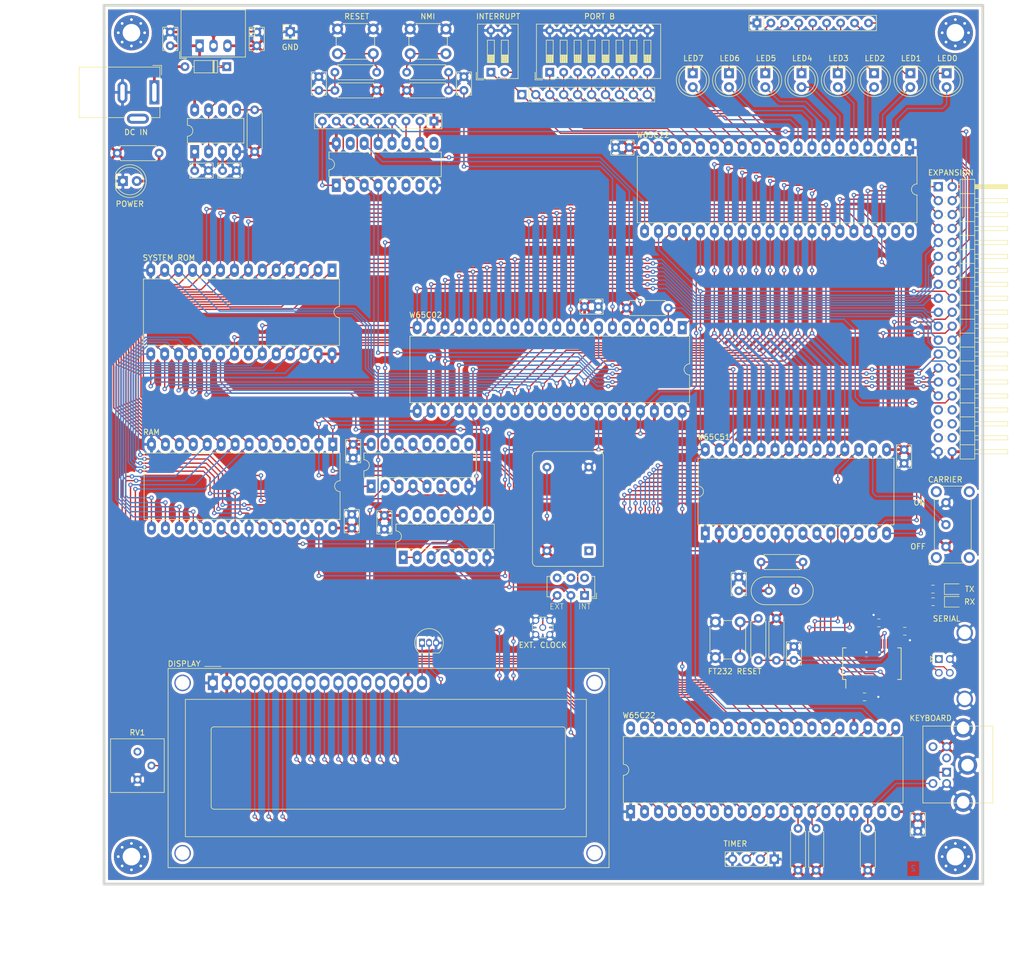
<source format=kicad_pcb>
(kicad_pcb (version 20171130) (host pcbnew "(5.1.4)-1")
  (title_block (title Mainboard) (date 2019-10-08) (rev 1.0) (company https://www.kampis-elektroecke.de) (comment 1 "Author: Daniel Kampert"))
  (layers (0 F.Cu signal) (31 B.Cu signal) (34 B.Paste user) (35 F.Paste user) (36 B.SilkS user) (37 F.SilkS user) (38 B.Mask user) (39 F.Mask user) (44 Edge.Cuts user))
  (net 0 "")
  (net 1 GND)
  (net 2 +5V)
  (net 3 +VDC)
  (net 4 "Net-(C8-Pad1)")
  (net 5 "Net-(D1-Pad1)")
  (net 6 /IO/PA0)
  (net 7 /IO/PA1)
  (net 8 /IO/PA2)
  (net 9 /IO/PA3)
  (net 10 /IO/PA4)
  (net 11 /IO/PA5)
  (net 12 /IO/PA6)
  (net 13 /IO/PA7)
  (net 14 /IO/CB1)
  (net 15 /IO/PB7)
  (net 16 /IO/PB6)
  (net 17 /IO/PB5)
  (net 18 /IO/PB4)
  (net 19 /IO/PB3)
  (net 20 /IO/PB2)
  (net 21 /IO/PB1)
  (net 22 /IO/PB0)
  (net 23 /Processor/~CS_VIA_1)
  (net 24 /USB/RxD)
  (net 25 /Processor/RxD)
  (net 26 /Processor/~CS_ACIA)
  (net 27 /USB/D-)
  (net 28 /USB/D+)
  (net 29 "Net-(D2-Pad1)")
  (net 30 "Net-(D3-Pad1)")
  (net 31 "Net-(D4-Pad1)")
  (net 32 "Net-(D5-Pad1)")
  (net 33 "Net-(D6-Pad1)")
  (net 34 "Net-(D7-Pad1)")
  (net 35 /Processor/~CS_VIA_2)
  (net 36 /IO/R~W)
  (net 37 /IO/D0)
  (net 38 /IO/A1)
  (net 39 /IO/D1)
  (net 40 /IO/A2)
  (net 41 /IO/D2)
  (net 42 /IO/A3)
  (net 43 /IO/D3)
  (net 44 /IO/A4)
  (net 45 /IO/D4)
  (net 46 /IO/A5)
  (net 47 /IO/D5)
  (net 48 /IO/A6)
  (net 49 /IO/D6)
  (net 50 /IO/A7)
  (net 51 /IO/D7)
  (net 52 /IO/A8)
  (net 53 /IO/A9)
  (net 54 /IO/A10)
  (net 55 /IO/A11)
  (net 56 /IO/A12)
  (net 57 /IO/A13)
  (net 58 /IO/A14)
  (net 59 /IO/A15)
  (net 60 /IO/A0)
  (net 61 /IO/~IRQ)
  (net 62 /IO/Clock)
  (net 63 "/LCD / PS2/PS21")
  (net 64 "/LCD / PS2/PS20")
  (net 65 "/LCD / PS2/LCD2")
  (net 66 "/LCD / PS2/LCD1")
  (net 67 "/LCD / PS2/LCD0")
  (net 68 "/LCD / PS2/LCD10")
  (net 69 "/LCD / PS2/LCD9")
  (net 70 "/LCD / PS2/LCD8")
  (net 71 "/LCD / PS2/LCD7")
  (net 72 "/LCD / PS2/LCD6")
  (net 73 "/LCD / PS2/LCD5")
  (net 74 "/LCD / PS2/LCD4")
  (net 75 "/LCD / PS2/LCD3")
  (net 76 "Net-(DS1-Pad3)")
  (net 77 /IO/~Reset)
  (net 78 /IRQ/~IRQ_CPU)
  (net 79 /IRQ/~IRQ_ACIA)
  (net 80 /IRQ/~IRQ_VIA_2)
  (net 81 /IRQ/~IRQ_VIA_1)
  (net 82 /IRQ/~NMI)
  (net 83 /IO/RDY)
  (net 84 /IO/Sync)
  (net 85 /IO/~VP)
  (net 86 /USB/~DSR)
  (net 87 /Processor/~CTS)
  (net 88 /USB/~CTS)
  (net 89 /Processor/~DSR)
  (net 90 /IO/~DCD)
  (net 91 /Supply/~Reset_FT232)
  (net 92 /Processor/CLOCK_EXT)
  (net 93 /Processor/CLOCK_INT)
  (net 94 "Net-(DS1-Pad16)")
  (net 95 "/LCD / PS2/LCD11")
  (net 96 "/LCD / PS2/Timer0")
  (net 97 "/LCD / PS2/Timer1")
  (net 98 "Net-(C10-Pad2)")
  (net 99 "Net-(C16-Pad1)")
  (net 100 "Net-(C17-Pad1)")
  (net 101 "Net-(C18-Pad1)")
  (net 102 "Net-(D8-Pad1)")
  (net 103 "Net-(D9-Pad1)")
  (net 104 "Net-(D10-Pad1)")
  (net 105 "Net-(D11-Pad2)")
  (net 106 "Net-(D12-Pad2)")
  (net 107 "Net-(IC3-Pad6)")
  (net 108 "Net-(IC3-Pad3)")
  (net 109 "Net-(IC3-Pad8)")
  (net 110 "Net-(IC8-Pad7)")
  (net 111 "Net-(IC9-Pad13)")
  (net 112 "Net-(IC9-Pad11)")
  (net 113 "Net-(IC9-Pad2)")
  (net 114 "Net-(IC9-Pad1)")
  (net 115 "Net-(IC10-Pad23)")
  (net 116 "Net-(IC10-Pad22)")
  (net 117 /IO/CB2)
  (net 118 "Net-(R13-Pad2)")
  (net 119 "Net-(R14-Pad2)")
  (net 120 "Net-(R15-Pad2)")
  (module Connector_PinHeader_2.54mm:PinHeader_1x10_P2.54mm_Vertical (layer F.Cu) (at 214.122 67.564 90)
    (fp_text reference X8 hide)
    (fp_text value "PORT B" hide)
    (pad 10 thru_hole oval (at 0 22.86 90) (size 1.7 1.7) (drill 1) (layers *.Cu *.Mask) (net 22 /IO/PB0))
    (pad 9 thru_hole oval (at 0 20.32 90) (size 1.7 1.7) (drill 1) (layers *.Cu *.Mask) (net 21 /IO/PB1))
    (pad 8 thru_hole oval (at 0 17.78 90) (size 1.7 1.7) (drill 1) (layers *.Cu *.Mask) (net 20 /IO/PB2))
    (pad 7 thru_hole oval (at 0 15.24 90) (size 1.7 1.7) (drill 1) (layers *.Cu *.Mask) (net 19 /IO/PB3))
    (pad 6 thru_hole oval (at 0 12.7 90) (size 1.7 1.7) (drill 1) (layers *.Cu *.Mask) (net 18 /IO/PB4))
    (pad 5 thru_hole oval (at 0 10.16 90) (size 1.7 1.7) (drill 1) (layers *.Cu *.Mask) (net 17 /IO/PB5))
    (pad 4 thru_hole oval (at 0 7.62 90) (size 1.7 1.7) (drill 1) (layers *.Cu *.Mask) (net 16 /IO/PB6))
    (pad 3 thru_hole oval (at 0 5.08 90) (size 1.7 1.7) (drill 1) (layers *.Cu *.Mask) (net 15 /IO/PB7))
    (pad 2 thru_hole oval (at 0 2.54 90) (size 1.7 1.7) (drill 1) (layers *.Cu *.Mask) (net 14 /IO/CB1))
    (pad 1 thru_hole rect (at 0 0 90) (size 1.7 1.7) (drill 1) (layers *.Cu *.Mask) (net 117 /IO/CB2))
  )
  (module Resistor_THT:R_Axial_DIN0207_L6.3mm_D2.5mm_P7.62mm_Horizontal (layer F.Cu) (at 180.086 63.5)
    (fp_text reference R15 hide)
    (fp_text value 1k hide)
    (pad 2 thru_hole oval (at 7.62 0) (size 1.6 1.6) (drill 0.8) (layers *.Cu *.Mask) (net 120 "Net-(R15-Pad2)"))
    (pad 1 thru_hole circle (at 0 0) (size 1.6 1.6) (drill 0.8) (layers *.Cu *.Mask) (net 99 "Net-(C16-Pad1)"))
  )
  (module Resistor_THT:R_Axial_DIN0207_L6.3mm_D2.5mm_P7.62mm_Horizontal (layer F.Cu) (at 257.175 170.561 90)
    (fp_text reference R14 hide)
    (fp_text value 10k hide)
    (pad 2 thru_hole oval (at 7.62 0 90) (size 1.6 1.6) (drill 0.8) (layers *.Cu *.Mask) (net 119 "Net-(R14-Pad2)"))
    (pad 1 thru_hole circle (at 0 0 90) (size 1.6 1.6) (drill 0.8) (layers *.Cu *.Mask) (net 91 /Supply/~Reset_FT232))
  )
  (module Resistor_THT:R_Axial_DIN0207_L6.3mm_D2.5mm_P7.62mm_Horizontal (layer F.Cu) (at 200.787 63.5 180)
    (fp_text reference R13 hide)
    (fp_text value 1k hide)
    (pad 2 thru_hole oval (at 7.62 0 180) (size 1.6 1.6) (drill 0.8) (layers *.Cu *.Mask) (net 118 "Net-(R13-Pad2)"))
    (pad 1 thru_hole circle (at 0 0 180) (size 1.6 1.6) (drill 0.8) (layers *.Cu *.Mask) (net 82 /IRQ/~NMI))
  )
  (module Potentiometer:Bourns_3386P_Vertical (layer F.Cu) (at 144.145 192.278)
    (fp_text reference RV1 (at -0.015 -8.555) (layer F.SilkS))
    (fp_text value 10k)
    (pad 1 thru_hole circle (at 0 0) (size 1.44 1.44) (drill 0.8) (layers *.Cu *.Mask) (net 1 GND))
    (pad 2 thru_hole circle (at 2.54 -2.54) (size 1.44 1.44) (drill 0.8) (layers *.Cu *.Mask) (net 76 "Net-(DS1-Pad3)"))
    (pad 3 thru_hole circle (at 0 -5.08) (size 1.44 1.44) (drill 0.8) (layers *.Cu *.Mask))
  )
  (module Resistor_THT:R_Axial_DIN0207_L6.3mm_D2.5mm_P7.62mm_Horizontal (layer F.Cu) (at 267.716 208.788 90)
    (fp_text reference R3 hide)
    (fp_text value 10k hide)
    (pad 2 thru_hole oval (at 7.62 0 90) (size 1.6 1.6) (drill 0.8) (layers *.Cu *.Mask) (net 63 "/LCD / PS2/PS21"))
    (pad 1 thru_hole circle (at 0 0 90) (size 1.6 1.6) (drill 0.8) (layers *.Cu *.Mask) (net 2 +5V))
  )
  (module Resistor_THT:R_Axial_DIN0207_L6.3mm_D2.5mm_P7.62mm_Horizontal (layer F.Cu) (at 277.114 208.788 90)
    (fp_text reference R2 hide)
    (fp_text value 10k hide)
    (pad 2 thru_hole oval (at 7.62 0 90) (size 1.6 1.6) (drill 0.8) (layers *.Cu *.Mask) (net 64 "/LCD / PS2/PS20"))
    (pad 1 thru_hole circle (at 0 0 90) (size 1.6 1.6) (drill 0.8) (layers *.Cu *.Mask) (net 2 +5V))
  )
  (module Package_DIP:DIP-16_W7.62mm_LongPads (layer F.Cu) (at 180.34 84.074 90)
    (fp_text reference IC9 hide)
    (fp_text value 74HC148 hide)
    (pad 16 thru_hole oval (at 7.62 0 90) (size 2.4 1.6) (drill 0.8) (layers *.Cu *.Mask) (net 2 +5V))
    (pad 8 thru_hole oval (at 0 17.78 90) (size 2.4 1.6) (drill 0.8) (layers *.Cu *.Mask) (net 1 GND))
    (pad 15 thru_hole oval (at 7.62 2.54 90) (size 2.4 1.6) (drill 0.8) (layers *.Cu *.Mask))
    (pad 7 thru_hole oval (at 0 15.24 90) (size 2.4 1.6) (drill 0.8) (layers *.Cu *.Mask))
    (pad 14 thru_hole oval (at 7.62 5.08 90) (size 2.4 1.6) (drill 0.8) (layers *.Cu *.Mask) (net 78 /IRQ/~IRQ_CPU))
    (pad 6 thru_hole oval (at 0 12.7 90) (size 2.4 1.6) (drill 0.8) (layers *.Cu *.Mask))
    (pad 13 thru_hole oval (at 7.62 7.62 90) (size 2.4 1.6) (drill 0.8) (layers *.Cu *.Mask) (net 111 "Net-(IC9-Pad13)"))
    (pad 5 thru_hole oval (at 0 10.16 90) (size 2.4 1.6) (drill 0.8) (layers *.Cu *.Mask) (net 1 GND))
    (pad 12 thru_hole oval (at 7.62 10.16 90) (size 2.4 1.6) (drill 0.8) (layers *.Cu *.Mask) (net 61 /IO/~IRQ))
    (pad 4 thru_hole oval (at 0 7.62 90) (size 2.4 1.6) (drill 0.8) (layers *.Cu *.Mask) (net 79 /IRQ/~IRQ_ACIA))
    (pad 11 thru_hole oval (at 7.62 12.7 90) (size 2.4 1.6) (drill 0.8) (layers *.Cu *.Mask) (net 112 "Net-(IC9-Pad11)"))
    (pad 3 thru_hole oval (at 0 5.08 90) (size 2.4 1.6) (drill 0.8) (layers *.Cu *.Mask) (net 80 /IRQ/~IRQ_VIA_2))
    (pad 10 thru_hole oval (at 7.62 15.24 90) (size 2.4 1.6) (drill 0.8) (layers *.Cu *.Mask) (net 81 /IRQ/~IRQ_VIA_1))
    (pad 2 thru_hole oval (at 0 2.54 90) (size 2.4 1.6) (drill 0.8) (layers *.Cu *.Mask) (net 113 "Net-(IC9-Pad2)"))
    (pad 9 thru_hole oval (at 7.62 17.78 90) (size 2.4 1.6) (drill 0.8) (layers *.Cu *.Mask))
    (pad 1 thru_hole rect (at 0 0 90) (size 2.4 1.6) (drill 0.8) (layers *.Cu *.Mask) (net 114 "Net-(IC9-Pad1)"))
  )
  (module Resistor_THT:R_Array_SIP9 (layer F.Cu) (at 198.12 72.39 180)
    (fp_text reference RN2 hide)
    (fp_text value 4k7 hide)
    (pad 9 thru_hole oval (at 20.32 0 180) (size 1.6 1.6) (drill 0.8) (layers *.Cu *.Mask) (net 114 "Net-(IC9-Pad1)"))
    (pad 8 thru_hole oval (at 17.78 0 180) (size 1.6 1.6) (drill 0.8) (layers *.Cu *.Mask) (net 113 "Net-(IC9-Pad2)"))
    (pad 7 thru_hole oval (at 15.24 0 180) (size 1.6 1.6) (drill 0.8) (layers *.Cu *.Mask) (net 80 /IRQ/~IRQ_VIA_2))
    (pad 6 thru_hole oval (at 12.7 0 180) (size 1.6 1.6) (drill 0.8) (layers *.Cu *.Mask) (net 79 /IRQ/~IRQ_ACIA))
    (pad 5 thru_hole oval (at 10.16 0 180) (size 1.6 1.6) (drill 0.8) (layers *.Cu *.Mask) (net 111 "Net-(IC9-Pad13)"))
    (pad 4 thru_hole oval (at 7.62 0 180) (size 1.6 1.6) (drill 0.8) (layers *.Cu *.Mask) (net 61 /IO/~IRQ))
    (pad 3 thru_hole oval (at 5.08 0 180) (size 1.6 1.6) (drill 0.8) (layers *.Cu *.Mask) (net 112 "Net-(IC9-Pad11)"))
    (pad 2 thru_hole oval (at 2.54 0 180) (size 1.6 1.6) (drill 0.8) (layers *.Cu *.Mask) (net 81 /IRQ/~IRQ_VIA_1))
    (pad 1 thru_hole rect (at 0 0 180) (size 1.6 1.6) (drill 0.8) (layers *.Cu *.Mask) (net 2 +5V))
  )
  (module Connector_PinHeader_2.54mm:PinHeader_1x04_P2.54mm_Vertical (layer F.Cu) (at 260.096 206.756 270)
    (fp_text reference X2 hide)
    (fp_text value TIMER (at -2.794 7.112 180) (layer F.SilkS))
    (pad 4 thru_hole oval (at 0 7.62 270) (size 1.7 1.7) (drill 1) (layers *.Cu *.Mask) (net 1 GND))
    (pad 3 thru_hole oval (at 0 5.08 270) (size 1.7 1.7) (drill 1) (layers *.Cu *.Mask) (net 97 "/LCD / PS2/Timer1"))
    (pad 2 thru_hole oval (at 0 2.54 270) (size 1.7 1.7) (drill 1) (layers *.Cu *.Mask) (net 96 "/LCD / PS2/Timer0"))
    (pad 1 thru_hole rect (at 0 0 270) (size 1.7 1.7) (drill 1) (layers *.Cu *.Mask) (net 1 GND))
  )
  (module Package_DIP:DIP-28_W15.24mm_LongPads (layer F.Cu) (at 247.523 147.447 90)
    (fp_text reference IC8 hide)
    (fp_text value W65C51 (at 17.526 1.524) (layer F.SilkS))
    (pad 28 thru_hole oval (at 15.24 0 90) (size 2.4 1.6) (drill 0.8) (layers *.Cu *.Mask) (net 36 /IO/R~W))
    (pad 14 thru_hole oval (at 0 33.02 90) (size 2.4 1.6) (drill 0.8) (layers *.Cu *.Mask) (net 38 /IO/A1))
    (pad 27 thru_hole oval (at 15.24 2.54 90) (size 2.4 1.6) (drill 0.8) (layers *.Cu *.Mask) (net 62 /IO/Clock))
    (pad 13 thru_hole oval (at 0 30.48 90) (size 2.4 1.6) (drill 0.8) (layers *.Cu *.Mask) (net 60 /IO/A0))
    (pad 26 thru_hole oval (at 15.24 5.08 90) (size 2.4 1.6) (drill 0.8) (layers *.Cu *.Mask) (net 79 /IRQ/~IRQ_ACIA))
    (pad 12 thru_hole oval (at 0 27.94 90) (size 2.4 1.6) (drill 0.8) (layers *.Cu *.Mask) (net 25 /Processor/RxD))
    (pad 25 thru_hole oval (at 15.24 7.62 90) (size 2.4 1.6) (drill 0.8) (layers *.Cu *.Mask) (net 51 /IO/D7))
    (pad 11 thru_hole oval (at 0 25.4 90) (size 2.4 1.6) (drill 0.8) (layers *.Cu *.Mask) (net 86 /USB/~DSR))
    (pad 24 thru_hole oval (at 15.24 10.16 90) (size 2.4 1.6) (drill 0.8) (layers *.Cu *.Mask) (net 49 /IO/D6))
    (pad 10 thru_hole oval (at 0 22.86 90) (size 2.4 1.6) (drill 0.8) (layers *.Cu *.Mask) (net 24 /USB/RxD))
    (pad 23 thru_hole oval (at 15.24 12.7 90) (size 2.4 1.6) (drill 0.8) (layers *.Cu *.Mask) (net 47 /IO/D5))
    (pad 9 thru_hole oval (at 0 20.32 90) (size 2.4 1.6) (drill 0.8) (layers *.Cu *.Mask) (net 87 /Processor/~CTS))
    (pad 22 thru_hole oval (at 15.24 15.24 90) (size 2.4 1.6) (drill 0.8) (layers *.Cu *.Mask) (net 45 /IO/D4))
    (pad 8 thru_hole oval (at 0 17.78 90) (size 2.4 1.6) (drill 0.8) (layers *.Cu *.Mask) (net 88 /USB/~CTS))
    (pad 21 thru_hole oval (at 15.24 17.78 90) (size 2.4 1.6) (drill 0.8) (layers *.Cu *.Mask) (net 43 /IO/D3))
    (pad 7 thru_hole oval (at 0 15.24 90) (size 2.4 1.6) (drill 0.8) (layers *.Cu *.Mask) (net 110 "Net-(IC8-Pad7)"))
    (pad 20 thru_hole oval (at 15.24 20.32 90) (size 2.4 1.6) (drill 0.8) (layers *.Cu *.Mask) (net 41 /IO/D2))
    (pad 6 thru_hole oval (at 0 12.7 90) (size 2.4 1.6) (drill 0.8) (layers *.Cu *.Mask) (net 4 "Net-(C8-Pad1)"))
    (pad 19 thru_hole oval (at 15.24 22.86 90) (size 2.4 1.6) (drill 0.8) (layers *.Cu *.Mask) (net 39 /IO/D1))
    (pad 5 thru_hole oval (at 0 10.16 90) (size 2.4 1.6) (drill 0.8) (layers *.Cu *.Mask))
    (pad 18 thru_hole oval (at 15.24 25.4 90) (size 2.4 1.6) (drill 0.8) (layers *.Cu *.Mask) (net 37 /IO/D0))
    (pad 4 thru_hole oval (at 0 7.62 90) (size 2.4 1.6) (drill 0.8) (layers *.Cu *.Mask) (net 77 /IO/~Reset))
    (pad 17 thru_hole oval (at 15.24 27.94 90) (size 2.4 1.6) (drill 0.8) (layers *.Cu *.Mask) (net 89 /Processor/~DSR))
    (pad 3 thru_hole oval (at 0 5.08 90) (size 2.4 1.6) (drill 0.8) (layers *.Cu *.Mask) (net 26 /Processor/~CS_ACIA))
    (pad 16 thru_hole oval (at 15.24 30.48 90) (size 2.4 1.6) (drill 0.8) (layers *.Cu *.Mask) (net 90 /IO/~DCD))
    (pad 2 thru_hole oval (at 0 2.54 90) (size 2.4 1.6) (drill 0.8) (layers *.Cu *.Mask) (net 2 +5V))
    (pad 15 thru_hole oval (at 15.24 33.02 90) (size 2.4 1.6) (drill 0.8) (layers *.Cu *.Mask) (net 2 +5V))
    (pad 1 thru_hole rect (at 0 0 90) (size 2.4 1.6) (drill 0.8) (layers *.Cu *.Mask) (net 1 GND))
  )
  (module Package_TO_SOT_THT:TO-92_Inline (layer F.Cu) (at 195.961 167.386)
    (fp_text reference T1 hide)
    (fp_text value BC546 hide)
    (pad 1 thru_hole rect (at 0 0) (size 1.05 1.5) (drill 0.75) (layers *.Cu *.Mask) (net 94 "Net-(DS1-Pad16)"))
    (pad 3 thru_hole oval (at 2.54 0) (size 1.05 1.5) (drill 0.75) (layers *.Cu *.Mask) (net 1 GND))
    (pad 2 thru_hole oval (at 1.27 0) (size 1.05 1.5) (drill 0.75) (layers *.Cu *.Mask) (net 95 "/LCD / PS2/LCD11"))
  )
  (module Resistor_THT:R_Axial_DIN0207_L6.3mm_D2.5mm_P7.62mm_Horizontal (layer F.Cu) (at 264.414 208.788 90)
    (fp_text reference R1 hide)
    (fp_text value 4,7k hide)
    (pad 2 thru_hole oval (at 7.62 0 90) (size 1.6 1.6) (drill 0.8) (layers *.Cu *.Mask) (net 95 "/LCD / PS2/LCD11"))
    (pad 1 thru_hole circle (at 0 0 90) (size 1.6 1.6) (drill 0.8) (layers *.Cu *.Mask) (net 2 +5V))
  )
  (module Connector_Coaxial:MMCX_Molex_73415-1471_Vertical (layer F.Cu) (at 217.932 164.592)
    (fp_text reference X4 hide)
    (fp_text value "EXT. CLOCK" (at 0 3.2) (layer F.SilkS))
    (pad 2 thru_hole circle (at -1.27 1.27) (size 1.24 1.24) (drill 0.84) (layers *.Cu *.Mask) (net 1 GND))
    (pad 2 thru_hole circle (at 1.27 -1.27) (size 1.24 1.24) (drill 0.84) (layers *.Cu *.Mask) (net 1 GND))
    (pad 2 thru_hole circle (at 1.27 1.27) (size 1.24 1.24) (drill 0.84) (layers *.Cu *.Mask) (net 1 GND))
    (pad 2 thru_hole circle (at -1.27 -1.27) (size 1.24 1.24) (drill 0.84) (layers *.Cu *.Mask) (net 1 GND))
    (pad 1 thru_hole circle (at 0 0) (size 1.24 1.24) (drill 0.84) (layers *.Cu *.Mask) (net 92 /Processor/CLOCK_EXT))
  )
  (module Package_DIP:DIP-28_W15.24mm_LongPads (layer F.Cu) (at 179.578 99.548 270)
    (fp_text reference IC4 hide)
    (fp_text value "SYSTEM ROM" (at -2.266 29.718 180) (layer F.SilkS))
    (pad 28 thru_hole oval (at 15.24 0 270) (size 2.4 1.6) (drill 0.8) (layers *.Cu *.Mask) (net 2 +5V))
    (pad 14 thru_hole oval (at 0 33.02 270) (size 2.4 1.6) (drill 0.8) (layers *.Cu *.Mask) (net 1 GND))
    (pad 27 thru_hole oval (at 15.24 2.54 270) (size 2.4 1.6) (drill 0.8) (layers *.Cu *.Mask) (net 2 +5V))
    (pad 13 thru_hole oval (at 0 30.48 270) (size 2.4 1.6) (drill 0.8) (layers *.Cu *.Mask) (net 41 /IO/D2))
    (pad 26 thru_hole oval (at 15.24 5.08 270) (size 2.4 1.6) (drill 0.8) (layers *.Cu *.Mask) (net 57 /IO/A13))
    (pad 12 thru_hole oval (at 0 27.94 270) (size 2.4 1.6) (drill 0.8) (layers *.Cu *.Mask) (net 39 /IO/D1))
    (pad 25 thru_hole oval (at 15.24 7.62 270) (size 2.4 1.6) (drill 0.8) (layers *.Cu *.Mask) (net 52 /IO/A8))
    (pad 11 thru_hole oval (at 0 25.4 270) (size 2.4 1.6) (drill 0.8) (layers *.Cu *.Mask) (net 37 /IO/D0))
    (pad 24 thru_hole oval (at 15.24 10.16 270) (size 2.4 1.6) (drill 0.8) (layers *.Cu *.Mask) (net 53 /IO/A9))
    (pad 10 thru_hole oval (at 0 22.86 270) (size 2.4 1.6) (drill 0.8) (layers *.Cu *.Mask) (net 60 /IO/A0))
    (pad 23 thru_hole oval (at 15.24 12.7 270) (size 2.4 1.6) (drill 0.8) (layers *.Cu *.Mask) (net 55 /IO/A11))
    (pad 9 thru_hole oval (at 0 20.32 270) (size 2.4 1.6) (drill 0.8) (layers *.Cu *.Mask) (net 38 /IO/A1))
    (pad 22 thru_hole oval (at 15.24 15.24 270) (size 2.4 1.6) (drill 0.8) (layers *.Cu *.Mask) (net 1 GND))
    (pad 8 thru_hole oval (at 0 17.78 270) (size 2.4 1.6) (drill 0.8) (layers *.Cu *.Mask) (net 40 /IO/A2))
    (pad 21 thru_hole oval (at 15.24 17.78 270) (size 2.4 1.6) (drill 0.8) (layers *.Cu *.Mask) (net 54 /IO/A10))
    (pad 7 thru_hole oval (at 0 15.24 270) (size 2.4 1.6) (drill 0.8) (layers *.Cu *.Mask) (net 42 /IO/A3))
    (pad 20 thru_hole oval (at 15.24 20.32 270) (size 2.4 1.6) (drill 0.8) (layers *.Cu *.Mask) (net 109 "Net-(IC3-Pad8)"))
    (pad 6 thru_hole oval (at 0 12.7 270) (size 2.4 1.6) (drill 0.8) (layers *.Cu *.Mask) (net 44 /IO/A4))
    (pad 19 thru_hole oval (at 15.24 22.86 270) (size 2.4 1.6) (drill 0.8) (layers *.Cu *.Mask) (net 51 /IO/D7))
    (pad 5 thru_hole oval (at 0 10.16 270) (size 2.4 1.6) (drill 0.8) (layers *.Cu *.Mask) (net 46 /IO/A5))
    (pad 18 thru_hole oval (at 15.24 25.4 270) (size 2.4 1.6) (drill 0.8) (layers *.Cu *.Mask) (net 49 /IO/D6))
    (pad 4 thru_hole oval (at 0 7.62 270) (size 2.4 1.6) (drill 0.8) (layers *.Cu *.Mask) (net 48 /IO/A6))
    (pad 17 thru_hole oval (at 15.24 27.94 270) (size 2.4 1.6) (drill 0.8) (layers *.Cu *.Mask) (net 47 /IO/D5))
    (pad 3 thru_hole oval (at 0 5.08 270) (size 2.4 1.6) (drill 0.8) (layers *.Cu *.Mask) (net 50 /IO/A7))
    (pad 16 thru_hole oval (at 15.24 30.48 270) (size 2.4 1.6) (drill 0.8) (layers *.Cu *.Mask) (net 45 /IO/D4))
    (pad 2 thru_hole oval (at 0 2.54 270) (size 2.4 1.6) (drill 0.8) (layers *.Cu *.Mask) (net 56 /IO/A12))
    (pad 15 thru_hole oval (at 15.24 33.02 270) (size 2.4 1.6) (drill 0.8) (layers *.Cu *.Mask) (net 43 /IO/D3))
    (pad 1 thru_hole rect (at 0 0 270) (size 2.4 1.6) (drill 0.8) (layers *.Cu *.Mask) (net 58 /IO/A14))
  )
  (module Connector_PinHeader_2.54mm:PinHeader_1x01_P2.54mm_Vertical (layer F.Cu) (at 171.958 56.134)
    (fp_text reference X6 hide)
    (fp_text value GND (at 0 2.794) (layer F.SilkS))
    (pad 1 thru_hole rect (at 0 0) (size 1.7 1.7) (drill 1) (layers *.Cu *.Mask) (net 1 GND))
  )
  (module Button_Switch_THT:SW_PUSH_6mm_H4.3mm (layer F.Cu) (at 249.373 170.076 90)
    (fp_text reference SW6 hide)
    (fp_text value "FT232 RESET" (at -2.49922 3.5179) (layer F.SilkS))
    (pad 1 thru_hole circle (at 6.5 0 180) (size 2 2) (drill 1.1) (layers *.Cu *.Mask) (net 1 GND))
    (pad 2 thru_hole circle (at 6.5 4.5 180) (size 2 2) (drill 1.1) (layers *.Cu *.Mask) (net 119 "Net-(R14-Pad2)"))
    (pad 1 thru_hole circle (at 0 0 180) (size 2 2) (drill 1.1) (layers *.Cu *.Mask) (net 1 GND))
    (pad 2 thru_hole circle (at 0 4.5 180) (size 2 2) (drill 1.1) (layers *.Cu *.Mask) (net 119 "Net-(R14-Pad2)"))
  )
  (module Resistor_THT:R_Axial_DIN0207_L6.3mm_D2.5mm_P7.62mm_Horizontal (layer F.Cu) (at 260.477 162.941 270)
    (fp_text reference R9 hide)
    (fp_text value 10k hide)
    (pad 2 thru_hole oval (at 7.62 0 270) (size 1.6 1.6) (drill 0.8) (layers *.Cu *.Mask) (net 91 /Supply/~Reset_FT232))
    (pad 1 thru_hole circle (at 0 0 270) (size 1.6 1.6) (drill 0.8) (layers *.Cu *.Mask) (net 2 +5V))
  )
  (module Capacitor_THT:C_Rect_L4.0mm_W2.5mm_P2.50mm (layer F.Cu) (at 263.652 170.561 90)
    (fp_text reference C14 hide)
    (fp_text value 100nF hide)
    (pad 2 thru_hole circle (at 2.5 0 90) (size 1.6 1.6) (drill 0.8) (layers *.Cu *.Mask) (net 1 GND))
    (pad 1 thru_hole circle (at 0 0 90) (size 1.6 1.6) (drill 0.8) (layers *.Cu *.Mask) (net 91 /Supply/~Reset_FT232))
  )
  (module Button_Switch_THT:SW_E-Switch_EG1224_SPDT_Angled (layer F.Cu) (at 291.338 149.86 90)
    (fp_text reference SW1 hide)
    (fp_text value CARRIER (at 12.192 -0.127 180) (layer F.SilkS))
    (pad 3 thru_hole circle (at 8 0 90) (size 1.7 1.7) (drill 0.9) (layers *.Cu *.Mask) (net 1 GND))
    (pad 2 thru_hole circle (at 4 0 90) (size 1.7 1.7) (drill 0.9) (layers *.Cu *.Mask) (net 90 /IO/~DCD))
    (pad 1 thru_hole circle (at 0 0 90) (size 1.7 1.7) (drill 0.9) (layers *.Cu *.Mask) (net 2 +5V))
    (pad "" thru_hole circle (at -2 4.25 90) (size 2 2) (drill 1.2) (layers *.Cu *.Mask))
    (pad "" thru_hole circle (at 10 4.25 90) (size 2 2) (drill 1.2) (layers *.Cu *.Mask))
    (pad "" thru_hole circle (at 10 -1.75 90) (size 2 2) (drill 1.2) (layers *.Cu *.Mask))
    (pad "" thru_hole circle (at -2 -1.75 90) (size 2 2) (drill 1.2) (layers *.Cu *.Mask))
  )
  (module Package_DIP:DIP-40_W15.24mm_LongPads (layer F.Cu) (at 243.332 109.982 270)
    (fp_text reference IC2 hide)
    (fp_text value W65C02 (at -2.286 46.736 180) (layer F.SilkS))
    (pad 40 thru_hole oval (at 15.24 0 270) (size 2.4 1.6) (drill 0.8) (layers *.Cu *.Mask) (net 77 /IO/~Reset))
    (pad 20 thru_hole oval (at 0 48.26 270) (size 2.4 1.6) (drill 0.8) (layers *.Cu *.Mask) (net 55 /IO/A11))
    (pad 39 thru_hole oval (at 15.24 2.54 270) (size 2.4 1.6) (drill 0.8) (layers *.Cu *.Mask))
    (pad 19 thru_hole oval (at 0 45.72 270) (size 2.4 1.6) (drill 0.8) (layers *.Cu *.Mask) (net 54 /IO/A10))
    (pad 38 thru_hole oval (at 15.24 5.08 270) (size 2.4 1.6) (drill 0.8) (layers *.Cu *.Mask) (net 2 +5V))
    (pad 18 thru_hole oval (at 0 43.18 270) (size 2.4 1.6) (drill 0.8) (layers *.Cu *.Mask) (net 53 /IO/A9))
    (pad 37 thru_hole oval (at 15.24 7.62 270) (size 2.4 1.6) (drill 0.8) (layers *.Cu *.Mask) (net 62 /IO/Clock))
    (pad 17 thru_hole oval (at 0 40.64 270) (size 2.4 1.6) (drill 0.8) (layers *.Cu *.Mask) (net 52 /IO/A8))
    (pad 36 thru_hole oval (at 15.24 10.16 270) (size 2.4 1.6) (drill 0.8) (layers *.Cu *.Mask) (net 2 +5V))
    (pad 16 thru_hole oval (at 0 38.1 270) (size 2.4 1.6) (drill 0.8) (layers *.Cu *.Mask) (net 50 /IO/A7))
    (pad 35 thru_hole oval (at 15.24 12.7 270) (size 2.4 1.6) (drill 0.8) (layers *.Cu *.Mask))
    (pad 15 thru_hole oval (at 0 35.56 270) (size 2.4 1.6) (drill 0.8) (layers *.Cu *.Mask) (net 48 /IO/A6))
    (pad 34 thru_hole oval (at 15.24 15.24 270) (size 2.4 1.6) (drill 0.8) (layers *.Cu *.Mask) (net 36 /IO/R~W))
    (pad 14 thru_hole oval (at 0 33.02 270) (size 2.4 1.6) (drill 0.8) (layers *.Cu *.Mask) (net 46 /IO/A5))
    (pad 33 thru_hole oval (at 15.24 17.78 270) (size 2.4 1.6) (drill 0.8) (layers *.Cu *.Mask) (net 37 /IO/D0))
    (pad 13 thru_hole oval (at 0 30.48 270) (size 2.4 1.6) (drill 0.8) (layers *.Cu *.Mask) (net 44 /IO/A4))
    (pad 32 thru_hole oval (at 15.24 20.32 270) (size 2.4 1.6) (drill 0.8) (layers *.Cu *.Mask) (net 39 /IO/D1))
    (pad 12 thru_hole oval (at 0 27.94 270) (size 2.4 1.6) (drill 0.8) (layers *.Cu *.Mask) (net 42 /IO/A3))
    (pad 31 thru_hole oval (at 15.24 22.86 270) (size 2.4 1.6) (drill 0.8) (layers *.Cu *.Mask) (net 41 /IO/D2))
    (pad 11 thru_hole oval (at 0 25.4 270) (size 2.4 1.6) (drill 0.8) (layers *.Cu *.Mask) (net 40 /IO/A2))
    (pad 30 thru_hole oval (at 15.24 25.4 270) (size 2.4 1.6) (drill 0.8) (layers *.Cu *.Mask) (net 43 /IO/D3))
    (pad 10 thru_hole oval (at 0 22.86 270) (size 2.4 1.6) (drill 0.8) (layers *.Cu *.Mask) (net 38 /IO/A1))
    (pad 29 thru_hole oval (at 15.24 27.94 270) (size 2.4 1.6) (drill 0.8) (layers *.Cu *.Mask) (net 45 /IO/D4))
    (pad 9 thru_hole oval (at 0 20.32 270) (size 2.4 1.6) (drill 0.8) (layers *.Cu *.Mask) (net 60 /IO/A0))
    (pad 28 thru_hole oval (at 15.24 30.48 270) (size 2.4 1.6) (drill 0.8) (layers *.Cu *.Mask) (net 47 /IO/D5))
    (pad 8 thru_hole oval (at 0 17.78 270) (size 2.4 1.6) (drill 0.8) (layers *.Cu *.Mask) (net 2 +5V))
    (pad 27 thru_hole oval (at 15.24 33.02 270) (size 2.4 1.6) (drill 0.8) (layers *.Cu *.Mask) (net 49 /IO/D6))
    (pad 7 thru_hole oval (at 0 15.24 270) (size 2.4 1.6) (drill 0.8) (layers *.Cu *.Mask) (net 84 /IO/Sync))
    (pad 26 thru_hole oval (at 15.24 35.56 270) (size 2.4 1.6) (drill 0.8) (layers *.Cu *.Mask) (net 51 /IO/D7))
    (pad 6 thru_hole oval (at 0 12.7 270) (size 2.4 1.6) (drill 0.8) (layers *.Cu *.Mask) (net 82 /IRQ/~NMI))
    (pad 25 thru_hole oval (at 15.24 38.1 270) (size 2.4 1.6) (drill 0.8) (layers *.Cu *.Mask) (net 59 /IO/A15))
    (pad 5 thru_hole oval (at 0 10.16 270) (size 2.4 1.6) (drill 0.8) (layers *.Cu *.Mask))
    (pad 24 thru_hole oval (at 15.24 40.64 270) (size 2.4 1.6) (drill 0.8) (layers *.Cu *.Mask) (net 58 /IO/A14))
    (pad 4 thru_hole oval (at 0 7.62 270) (size 2.4 1.6) (drill 0.8) (layers *.Cu *.Mask) (net 78 /IRQ/~IRQ_CPU))
    (pad 23 thru_hole oval (at 15.24 43.18 270) (size 2.4 1.6) (drill 0.8) (layers *.Cu *.Mask) (net 57 /IO/A13))
    (pad 3 thru_hole oval (at 0 5.08 270) (size 2.4 1.6) (drill 0.8) (layers *.Cu *.Mask))
    (pad 22 thru_hole oval (at 15.24 45.72 270) (size 2.4 1.6) (drill 0.8) (layers *.Cu *.Mask) (net 56 /IO/A12))
    (pad 2 thru_hole oval (at 0 2.54 270) (size 2.4 1.6) (drill 0.8) (layers *.Cu *.Mask) (net 83 /IO/RDY))
    (pad 21 thru_hole oval (at 15.24 48.26 270) (size 2.4 1.6) (drill 0.8) (layers *.Cu *.Mask) (net 1 GND))
    (pad 1 thru_hole rect (at 0 0 270) (size 2.4 1.6) (drill 0.8) (layers *.Cu *.Mask) (net 85 /IO/~VP))
  )
  (module Button_Switch_THT:SW_PUSH_6mm_H4.3mm (layer F.Cu) (at 193.802 55.626)
    (fp_text reference SW5 hide)
    (fp_text value NMI (at 3.198 -2.286) (layer F.SilkS))
    (pad 1 thru_hole circle (at 6.5 0 90) (size 2 2) (drill 1.1) (layers *.Cu *.Mask) (net 1 GND))
    (pad 2 thru_hole circle (at 6.5 4.5 90) (size 2 2) (drill 1.1) (layers *.Cu *.Mask) (net 118 "Net-(R13-Pad2)"))
    (pad 1 thru_hole circle (at 0 0 90) (size 2 2) (drill 1.1) (layers *.Cu *.Mask) (net 1 GND))
    (pad 2 thru_hole circle (at 0 4.5 90) (size 2 2) (drill 1.1) (layers *.Cu *.Mask) (net 118 "Net-(R13-Pad2)"))
  )
  (module Resistor_THT:R_Axial_DIN0207_L6.3mm_D2.5mm_P7.62mm_Horizontal (layer F.Cu) (at 193.167 66.802)
    (fp_text reference R6 hide)
    (fp_text value 10k hide)
    (pad 2 thru_hole oval (at 7.62 0) (size 1.6 1.6) (drill 0.8) (layers *.Cu *.Mask) (net 82 /IRQ/~NMI))
    (pad 1 thru_hole circle (at 0 0) (size 1.6 1.6) (drill 0.8) (layers *.Cu *.Mask) (net 2 +5V))
  )
  (module Capacitor_THT:C_Rect_L4.0mm_W2.5mm_P2.50mm (layer F.Cu) (at 203.581 66.802 90)
    (fp_text reference C9 hide)
    (fp_text value 100nF hide)
    (pad 2 thru_hole circle (at 2.5 0 90) (size 1.6 1.6) (drill 0.8) (layers *.Cu *.Mask) (net 1 GND))
    (pad 1 thru_hole circle (at 0 0 90) (size 1.6 1.6) (drill 0.8) (layers *.Cu *.Mask) (net 82 /IRQ/~NMI))
  )
  (module Capacitor_THT:C_Rect_L4.0mm_W2.5mm_P2.50mm (layer F.Cu) (at 154.559 81.407)
    (fp_text reference C18 hide)
    (fp_text value 100nF hide)
    (pad 2 thru_hole circle (at 2.5 0) (size 1.6 1.6) (drill 0.8) (layers *.Cu *.Mask) (net 1 GND))
    (pad 1 thru_hole circle (at 0 0) (size 1.6 1.6) (drill 0.8) (layers *.Cu *.Mask) (net 101 "Net-(C18-Pad1)"))
  )
  (module Package_DIP:DIP-8_W7.62mm_LongPads (layer F.Cu) (at 154.559 77.958 90)
    (fp_text reference IC11 hide)
    (fp_text value TL7702A hide)
    (pad 8 thru_hole oval (at 7.62 0 90) (size 2.4 1.6) (drill 0.8) (layers *.Cu *.Mask) (net 3 +VDC))
    (pad 4 thru_hole oval (at 0 7.62 90) (size 2.4 1.6) (drill 0.8) (layers *.Cu *.Mask) (net 1 GND))
    (pad 7 thru_hole oval (at 7.62 2.54 90) (size 2.4 1.6) (drill 0.8) (layers *.Cu *.Mask) (net 99 "Net-(C16-Pad1)"))
    (pad 3 thru_hole oval (at 0 5.08 90) (size 2.4 1.6) (drill 0.8) (layers *.Cu *.Mask) (net 100 "Net-(C17-Pad1)"))
    (pad 6 thru_hole oval (at 7.62 5.08 90) (size 2.4 1.6) (drill 0.8) (layers *.Cu *.Mask))
    (pad 2 thru_hole oval (at 0 2.54 90) (size 2.4 1.6) (drill 0.8) (layers *.Cu *.Mask) (net 99 "Net-(C16-Pad1)"))
    (pad 5 thru_hole oval (at 7.62 7.62 90) (size 2.4 1.6) (drill 0.8) (layers *.Cu *.Mask) (net 77 /IO/~Reset))
    (pad 1 thru_hole rect (at 0 0 90) (size 2.4 1.6) (drill 0.8) (layers *.Cu *.Mask) (net 101 "Net-(C18-Pad1)"))
  )
  (module Capacitor_THT:C_Rect_L4.0mm_W2.5mm_P2.50mm (layer F.Cu) (at 159.639 81.407)
    (fp_text reference C17 hide)
    (fp_text value 100nF hide)
    (pad 2 thru_hole circle (at 2.5 0) (size 1.6 1.6) (drill 0.8) (layers *.Cu *.Mask) (net 1 GND))
    (pad 1 thru_hole circle (at 0 0) (size 1.6 1.6) (drill 0.8) (layers *.Cu *.Mask) (net 100 "Net-(C17-Pad1)"))
  )
  (module Package_DIP:DIP-28_W15.24mm_LongPads (layer F.Cu) (at 179.705 131.242 270)
    (fp_text reference IC6 hide)
    (fp_text value RAM (at -2.21 33.02 180) (layer F.SilkS))
    (pad 28 thru_hole oval (at 15.24 0 270) (size 2.4 1.6) (drill 0.8) (layers *.Cu *.Mask) (net 2 +5V))
    (pad 14 thru_hole oval (at 0 33.02 270) (size 2.4 1.6) (drill 0.8) (layers *.Cu *.Mask) (net 1 GND))
    (pad 27 thru_hole oval (at 15.24 2.54 270) (size 2.4 1.6) (drill 0.8) (layers *.Cu *.Mask) (net 36 /IO/R~W))
    (pad 13 thru_hole oval (at 0 30.48 270) (size 2.4 1.6) (drill 0.8) (layers *.Cu *.Mask) (net 41 /IO/D2))
    (pad 26 thru_hole oval (at 15.24 5.08 270) (size 2.4 1.6) (drill 0.8) (layers *.Cu *.Mask) (net 57 /IO/A13))
    (pad 12 thru_hole oval (at 0 27.94 270) (size 2.4 1.6) (drill 0.8) (layers *.Cu *.Mask) (net 39 /IO/D1))
    (pad 25 thru_hole oval (at 15.24 7.62 270) (size 2.4 1.6) (drill 0.8) (layers *.Cu *.Mask) (net 52 /IO/A8))
    (pad 11 thru_hole oval (at 0 25.4 270) (size 2.4 1.6) (drill 0.8) (layers *.Cu *.Mask) (net 37 /IO/D0))
    (pad 24 thru_hole oval (at 15.24 10.16 270) (size 2.4 1.6) (drill 0.8) (layers *.Cu *.Mask) (net 53 /IO/A9))
    (pad 10 thru_hole oval (at 0 22.86 270) (size 2.4 1.6) (drill 0.8) (layers *.Cu *.Mask) (net 60 /IO/A0))
    (pad 23 thru_hole oval (at 15.24 12.7 270) (size 2.4 1.6) (drill 0.8) (layers *.Cu *.Mask) (net 55 /IO/A11))
    (pad 9 thru_hole oval (at 0 20.32 270) (size 2.4 1.6) (drill 0.8) (layers *.Cu *.Mask) (net 38 /IO/A1))
    (pad 22 thru_hole oval (at 15.24 15.24 270) (size 2.4 1.6) (drill 0.8) (layers *.Cu *.Mask) (net 1 GND))
    (pad 8 thru_hole oval (at 0 17.78 270) (size 2.4 1.6) (drill 0.8) (layers *.Cu *.Mask) (net 40 /IO/A2))
    (pad 21 thru_hole oval (at 15.24 17.78 270) (size 2.4 1.6) (drill 0.8) (layers *.Cu *.Mask) (net 54 /IO/A10))
    (pad 7 thru_hole oval (at 0 15.24 270) (size 2.4 1.6) (drill 0.8) (layers *.Cu *.Mask) (net 42 /IO/A3))
    (pad 20 thru_hole oval (at 15.24 20.32 270) (size 2.4 1.6) (drill 0.8) (layers *.Cu *.Mask) (net 107 "Net-(IC3-Pad6)"))
    (pad 6 thru_hole oval (at 0 12.7 270) (size 2.4 1.6) (drill 0.8) (layers *.Cu *.Mask) (net 44 /IO/A4))
    (pad 19 thru_hole oval (at 15.24 22.86 270) (size 2.4 1.6) (drill 0.8) (layers *.Cu *.Mask) (net 51 /IO/D7))
    (pad 5 thru_hole oval (at 0 10.16 270) (size 2.4 1.6) (drill 0.8) (layers *.Cu *.Mask) (net 46 /IO/A5))
    (pad 18 thru_hole oval (at 15.24 25.4 270) (size 2.4 1.6) (drill 0.8) (layers *.Cu *.Mask) (net 49 /IO/D6))
    (pad 4 thru_hole oval (at 0 7.62 270) (size 2.4 1.6) (drill 0.8) (layers *.Cu *.Mask) (net 48 /IO/A6))
    (pad 17 thru_hole oval (at 15.24 27.94 270) (size 2.4 1.6) (drill 0.8) (layers *.Cu *.Mask) (net 47 /IO/D5))
    (pad 3 thru_hole oval (at 0 5.08 270) (size 2.4 1.6) (drill 0.8) (layers *.Cu *.Mask) (net 50 /IO/A7))
    (pad 16 thru_hole oval (at 15.24 30.48 270) (size 2.4 1.6) (drill 0.8) (layers *.Cu *.Mask) (net 45 /IO/D4))
    (pad 2 thru_hole oval (at 0 2.54 270) (size 2.4 1.6) (drill 0.8) (layers *.Cu *.Mask) (net 56 /IO/A12))
    (pad 15 thru_hole oval (at 15.24 33.02 270) (size 2.4 1.6) (drill 0.8) (layers *.Cu *.Mask) (net 43 /IO/D3))
    (pad 1 thru_hole rect (at 0 0 270) (size 2.4 1.6) (drill 0.8) (layers *.Cu *.Mask) (net 58 /IO/A14))
  )
  (module Package_DIP:DIP-40_W15.24mm_LongPads (layer F.Cu) (at 284.734 77.216 270)
    (fp_text reference IC7 hide)
    (fp_text value W65C22 (at -2.286 46.736) (layer F.SilkS))
    (pad 40 thru_hole oval (at 15.24 0 270) (size 2.4 1.6) (drill 0.8) (layers *.Cu *.Mask))
    (pad 20 thru_hole oval (at 0 48.26 270) (size 2.4 1.6) (drill 0.8) (layers *.Cu *.Mask) (net 2 +5V))
    (pad 39 thru_hole oval (at 15.24 2.54 270) (size 2.4 1.6) (drill 0.8) (layers *.Cu *.Mask))
    (pad 19 thru_hole oval (at 0 45.72 270) (size 2.4 1.6) (drill 0.8) (layers *.Cu *.Mask) (net 117 /IO/CB2))
    (pad 38 thru_hole oval (at 15.24 5.08 270) (size 2.4 1.6) (drill 0.8) (layers *.Cu *.Mask) (net 60 /IO/A0))
    (pad 18 thru_hole oval (at 0 43.18 270) (size 2.4 1.6) (drill 0.8) (layers *.Cu *.Mask) (net 14 /IO/CB1))
    (pad 37 thru_hole oval (at 15.24 7.62 270) (size 2.4 1.6) (drill 0.8) (layers *.Cu *.Mask) (net 38 /IO/A1))
    (pad 17 thru_hole oval (at 0 40.64 270) (size 2.4 1.6) (drill 0.8) (layers *.Cu *.Mask) (net 15 /IO/PB7))
    (pad 36 thru_hole oval (at 15.24 10.16 270) (size 2.4 1.6) (drill 0.8) (layers *.Cu *.Mask) (net 40 /IO/A2))
    (pad 16 thru_hole oval (at 0 38.1 270) (size 2.4 1.6) (drill 0.8) (layers *.Cu *.Mask) (net 16 /IO/PB6))
    (pad 35 thru_hole oval (at 15.24 12.7 270) (size 2.4 1.6) (drill 0.8) (layers *.Cu *.Mask) (net 42 /IO/A3))
    (pad 15 thru_hole oval (at 0 35.56 270) (size 2.4 1.6) (drill 0.8) (layers *.Cu *.Mask) (net 17 /IO/PB5))
    (pad 34 thru_hole oval (at 15.24 15.24 270) (size 2.4 1.6) (drill 0.8) (layers *.Cu *.Mask) (net 77 /IO/~Reset))
    (pad 14 thru_hole oval (at 0 33.02 270) (size 2.4 1.6) (drill 0.8) (layers *.Cu *.Mask) (net 18 /IO/PB4))
    (pad 33 thru_hole oval (at 15.24 17.78 270) (size 2.4 1.6) (drill 0.8) (layers *.Cu *.Mask) (net 37 /IO/D0))
    (pad 13 thru_hole oval (at 0 30.48 270) (size 2.4 1.6) (drill 0.8) (layers *.Cu *.Mask) (net 19 /IO/PB3))
    (pad 32 thru_hole oval (at 15.24 20.32 270) (size 2.4 1.6) (drill 0.8) (layers *.Cu *.Mask) (net 39 /IO/D1))
    (pad 12 thru_hole oval (at 0 27.94 270) (size 2.4 1.6) (drill 0.8) (layers *.Cu *.Mask) (net 20 /IO/PB2))
    (pad 31 thru_hole oval (at 15.24 22.86 270) (size 2.4 1.6) (drill 0.8) (layers *.Cu *.Mask) (net 41 /IO/D2))
    (pad 11 thru_hole oval (at 0 25.4 270) (size 2.4 1.6) (drill 0.8) (layers *.Cu *.Mask) (net 21 /IO/PB1))
    (pad 30 thru_hole oval (at 15.24 25.4 270) (size 2.4 1.6) (drill 0.8) (layers *.Cu *.Mask) (net 43 /IO/D3))
    (pad 10 thru_hole oval (at 0 22.86 270) (size 2.4 1.6) (drill 0.8) (layers *.Cu *.Mask) (net 22 /IO/PB0))
    (pad 29 thru_hole oval (at 15.24 27.94 270) (size 2.4 1.6) (drill 0.8) (layers *.Cu *.Mask) (net 45 /IO/D4))
    (pad 9 thru_hole oval (at 0 20.32 270) (size 2.4 1.6) (drill 0.8) (layers *.Cu *.Mask) (net 13 /IO/PA7))
    (pad 28 thru_hole oval (at 15.24 30.48 270) (size 2.4 1.6) (drill 0.8) (layers *.Cu *.Mask) (net 47 /IO/D5))
    (pad 8 thru_hole oval (at 0 17.78 270) (size 2.4 1.6) (drill 0.8) (layers *.Cu *.Mask) (net 12 /IO/PA6))
    (pad 27 thru_hole oval (at 15.24 33.02 270) (size 2.4 1.6) (drill 0.8) (layers *.Cu *.Mask) (net 49 /IO/D6))
    (pad 7 thru_hole oval (at 0 15.24 270) (size 2.4 1.6) (drill 0.8) (layers *.Cu *.Mask) (net 11 /IO/PA5))
    (pad 26 thru_hole oval (at 15.24 35.56 270) (size 2.4 1.6) (drill 0.8) (layers *.Cu *.Mask) (net 51 /IO/D7))
    (pad 6 thru_hole oval (at 0 12.7 270) (size 2.4 1.6) (drill 0.8) (layers *.Cu *.Mask) (net 10 /IO/PA4))
    (pad 25 thru_hole oval (at 15.24 38.1 270) (size 2.4 1.6) (drill 0.8) (layers *.Cu *.Mask) (net 62 /IO/Clock))
    (pad 5 thru_hole oval (at 0 10.16 270) (size 2.4 1.6) (drill 0.8) (layers *.Cu *.Mask) (net 9 /IO/PA3))
    (pad 24 thru_hole oval (at 15.24 40.64 270) (size 2.4 1.6) (drill 0.8) (layers *.Cu *.Mask) (net 2 +5V))
    (pad 4 thru_hole oval (at 0 7.62 270) (size 2.4 1.6) (drill 0.8) (layers *.Cu *.Mask) (net 8 /IO/PA2))
    (pad 23 thru_hole oval (at 15.24 43.18 270) (size 2.4 1.6) (drill 0.8) (layers *.Cu *.Mask) (net 23 /Processor/~CS_VIA_1))
    (pad 3 thru_hole oval (at 0 5.08 270) (size 2.4 1.6) (drill 0.8) (layers *.Cu *.Mask) (net 7 /IO/PA1))
    (pad 22 thru_hole oval (at 15.24 45.72 270) (size 2.4 1.6) (drill 0.8) (layers *.Cu *.Mask) (net 36 /IO/R~W))
    (pad 2 thru_hole oval (at 0 2.54 270) (size 2.4 1.6) (drill 0.8) (layers *.Cu *.Mask) (net 6 /IO/PA0))
    (pad 21 thru_hole oval (at 15.24 48.26 270) (size 2.4 1.6) (drill 0.8) (layers *.Cu *.Mask) (net 81 /IRQ/~IRQ_VIA_1))
    (pad 1 thru_hole rect (at 0 0 270) (size 2.4 1.6) (drill 0.8) (layers *.Cu *.Mask) (net 1 GND))
  )
  (module Package_DIP:DIP-40_W15.24mm_LongPads (layer F.Cu) (at 233.934 198.12 90)
    (fp_text reference IC5 hide)
    (fp_text value W65C22 (at 17.526 1.524 180) (layer F.SilkS))
    (pad 40 thru_hole oval (at 15.24 0 90) (size 2.4 1.6) (drill 0.8) (layers *.Cu *.Mask))
    (pad 20 thru_hole oval (at 0 48.26 90) (size 2.4 1.6) (drill 0.8) (layers *.Cu *.Mask) (net 2 +5V))
    (pad 39 thru_hole oval (at 15.24 2.54 90) (size 2.4 1.6) (drill 0.8) (layers *.Cu *.Mask))
    (pad 19 thru_hole oval (at 0 45.72 90) (size 2.4 1.6) (drill 0.8) (layers *.Cu *.Mask))
    (pad 38 thru_hole oval (at 15.24 5.08 90) (size 2.4 1.6) (drill 0.8) (layers *.Cu *.Mask) (net 60 /IO/A0))
    (pad 18 thru_hole oval (at 0 43.18 90) (size 2.4 1.6) (drill 0.8) (layers *.Cu *.Mask) (net 64 "/LCD / PS2/PS20"))
    (pad 37 thru_hole oval (at 15.24 7.62 90) (size 2.4 1.6) (drill 0.8) (layers *.Cu *.Mask) (net 38 /IO/A1))
    (pad 17 thru_hole oval (at 0 40.64 90) (size 2.4 1.6) (drill 0.8) (layers *.Cu *.Mask) (net 96 "/LCD / PS2/Timer0"))
    (pad 36 thru_hole oval (at 15.24 10.16 90) (size 2.4 1.6) (drill 0.8) (layers *.Cu *.Mask) (net 40 /IO/A2))
    (pad 16 thru_hole oval (at 0 38.1 90) (size 2.4 1.6) (drill 0.8) (layers *.Cu *.Mask) (net 97 "/LCD / PS2/Timer1"))
    (pad 35 thru_hole oval (at 15.24 12.7 90) (size 2.4 1.6) (drill 0.8) (layers *.Cu *.Mask) (net 42 /IO/A3))
    (pad 15 thru_hole oval (at 0 35.56 90) (size 2.4 1.6) (drill 0.8) (layers *.Cu *.Mask))
    (pad 34 thru_hole oval (at 15.24 15.24 90) (size 2.4 1.6) (drill 0.8) (layers *.Cu *.Mask) (net 77 /IO/~Reset))
    (pad 14 thru_hole oval (at 0 33.02 90) (size 2.4 1.6) (drill 0.8) (layers *.Cu *.Mask) (net 63 "/LCD / PS2/PS21"))
    (pad 33 thru_hole oval (at 15.24 17.78 90) (size 2.4 1.6) (drill 0.8) (layers *.Cu *.Mask) (net 37 /IO/D0))
    (pad 13 thru_hole oval (at 0 30.48 90) (size 2.4 1.6) (drill 0.8) (layers *.Cu *.Mask) (net 95 "/LCD / PS2/LCD11"))
    (pad 32 thru_hole oval (at 15.24 20.32 90) (size 2.4 1.6) (drill 0.8) (layers *.Cu *.Mask) (net 39 /IO/D1))
    (pad 12 thru_hole oval (at 0 27.94 90) (size 2.4 1.6) (drill 0.8) (layers *.Cu *.Mask) (net 65 "/LCD / PS2/LCD2"))
    (pad 31 thru_hole oval (at 15.24 22.86 90) (size 2.4 1.6) (drill 0.8) (layers *.Cu *.Mask) (net 41 /IO/D2))
    (pad 11 thru_hole oval (at 0 25.4 90) (size 2.4 1.6) (drill 0.8) (layers *.Cu *.Mask) (net 66 "/LCD / PS2/LCD1"))
    (pad 30 thru_hole oval (at 15.24 25.4 90) (size 2.4 1.6) (drill 0.8) (layers *.Cu *.Mask) (net 43 /IO/D3))
    (pad 10 thru_hole oval (at 0 22.86 90) (size 2.4 1.6) (drill 0.8) (layers *.Cu *.Mask) (net 67 "/LCD / PS2/LCD0"))
    (pad 29 thru_hole oval (at 15.24 27.94 90) (size 2.4 1.6) (drill 0.8) (layers *.Cu *.Mask) (net 45 /IO/D4))
    (pad 9 thru_hole oval (at 0 20.32 90) (size 2.4 1.6) (drill 0.8) (layers *.Cu *.Mask) (net 68 "/LCD / PS2/LCD10"))
    (pad 28 thru_hole oval (at 15.24 30.48 90) (size 2.4 1.6) (drill 0.8) (layers *.Cu *.Mask) (net 47 /IO/D5))
    (pad 8 thru_hole oval (at 0 17.78 90) (size 2.4 1.6) (drill 0.8) (layers *.Cu *.Mask) (net 69 "/LCD / PS2/LCD9"))
    (pad 27 thru_hole oval (at 15.24 33.02 90) (size 2.4 1.6) (drill 0.8) (layers *.Cu *.Mask) (net 49 /IO/D6))
    (pad 7 thru_hole oval (at 0 15.24 90) (size 2.4 1.6) (drill 0.8) (layers *.Cu *.Mask) (net 70 "/LCD / PS2/LCD8"))
    (pad 26 thru_hole oval (at 15.24 35.56 90) (size 2.4 1.6) (drill 0.8) (layers *.Cu *.Mask) (net 51 /IO/D7))
    (pad 6 thru_hole oval (at 0 12.7 90) (size 2.4 1.6) (drill 0.8) (layers *.Cu *.Mask) (net 71 "/LCD / PS2/LCD7"))
    (pad 25 thru_hole oval (at 15.24 38.1 90) (size 2.4 1.6) (drill 0.8) (layers *.Cu *.Mask) (net 62 /IO/Clock))
    (pad 5 thru_hole oval (at 0 10.16 90) (size 2.4 1.6) (drill 0.8) (layers *.Cu *.Mask) (net 72 "/LCD / PS2/LCD6"))
    (pad 24 thru_hole oval (at 15.24 40.64 90) (size 2.4 1.6) (drill 0.8) (layers *.Cu *.Mask) (net 2 +5V))
    (pad 4 thru_hole oval (at 0 7.62 90) (size 2.4 1.6) (drill 0.8) (layers *.Cu *.Mask) (net 73 "/LCD / PS2/LCD5"))
    (pad 23 thru_hole oval (at 15.24 43.18 90) (size 2.4 1.6) (drill 0.8) (layers *.Cu *.Mask) (net 35 /Processor/~CS_VIA_2))
    (pad 3 thru_hole oval (at 0 5.08 90) (size 2.4 1.6) (drill 0.8) (layers *.Cu *.Mask) (net 74 "/LCD / PS2/LCD4"))
    (pad 22 thru_hole oval (at 15.24 45.72 90) (size 2.4 1.6) (drill 0.8) (layers *.Cu *.Mask) (net 36 /IO/R~W))
    (pad 2 thru_hole oval (at 0 2.54 90) (size 2.4 1.6) (drill 0.8) (layers *.Cu *.Mask) (net 75 "/LCD / PS2/LCD3"))
    (pad 21 thru_hole oval (at 15.24 48.26 90) (size 2.4 1.6) (drill 0.8) (layers *.Cu *.Mask) (net 80 /IRQ/~IRQ_VIA_2))
    (pad 1 thru_hole rect (at 0 0 90) (size 2.4 1.6) (drill 0.8) (layers *.Cu *.Mask) (net 1 GND))
  )
  (module Switches:SW_E-Switch_EG1271_DPDT (layer F.Cu) (at 225.552 158.75 180)
    (fp_text reference SW4 hide)
    (fp_text value "CLOCK INPUT" hide)
    (pad 6 thru_hole circle (at 5 3.2 180) (size 1.6 1.6) (drill 0.8) (layers *.Cu *.Mask))
    (pad 5 thru_hole circle (at 2.5 3.2 180) (size 1.6 1.6) (drill 0.8) (layers *.Cu *.Mask))
    (pad 4 thru_hole circle (at 0 3.2 180) (size 1.6 1.6) (drill 0.8) (layers *.Cu *.Mask))
    (pad 3 thru_hole circle (at 5 0 180) (size 1.6 1.6) (drill 0.8) (layers *.Cu *.Mask) (net 92 /Processor/CLOCK_EXT))
    (pad 2 thru_hole circle (at 2.5 0 180) (size 1.6 1.6) (drill 0.8) (layers *.Cu *.Mask) (net 62 /IO/Clock))
    (pad 1 thru_hole rect (at 0 0 180) (size 1.6 1.6) (drill 0.8) (layers *.Cu *.Mask) (net 93 /Processor/CLOCK_INT))
  )
  (module Resistor_THT:R_Axial_DIN0207_L6.3mm_D2.5mm_P7.62mm_Horizontal (layer F.Cu) (at 165.481 77.958 90)
    (fp_text reference R12 hide)
    (fp_text value 10k hide)
    (pad 2 thru_hole oval (at 7.62 0 90) (size 1.6 1.6) (drill 0.8) (layers *.Cu *.Mask) (net 77 /IO/~Reset))
    (pad 1 thru_hole circle (at 0 0 90) (size 1.6 1.6) (drill 0.8) (layers *.Cu *.Mask) (net 2 +5V))
  )
  (module Display:WC1602A (layer F.Cu) (at 157.861 174.676)
    (fp_text reference DS1)
    (fp_text value DISPLAY (at -5.207 -3.48) (layer F.SilkS))
    (pad "" thru_hole circle (at 69.5 0) (size 3 3) (drill 2.5) (layers *.Cu *.Mask))
    (pad "" thru_hole circle (at 69.49948 31.0007) (size 3 3) (drill 2.5) (layers *.Cu *.Mask))
    (pad "" thru_hole circle (at -5.4991 31.0007) (size 3 3) (drill 2.5) (layers *.Cu *.Mask))
    (pad "" thru_hole circle (at -5.4991 0) (size 3 3) (drill 2.5) (layers *.Cu *.Mask))
    (pad 16 thru_hole oval (at 38.1 0) (size 1.8 2.6) (drill 1.2) (layers *.Cu *.Mask) (net 94 "Net-(DS1-Pad16)"))
    (pad 15 thru_hole oval (at 35.56 0) (size 1.8 2.6) (drill 1.2) (layers *.Cu *.Mask) (net 2 +5V))
    (pad 14 thru_hole oval (at 33.02 0) (size 1.8 2.6) (drill 1.2) (layers *.Cu *.Mask) (net 68 "/LCD / PS2/LCD10"))
    (pad 13 thru_hole oval (at 30.48 0) (size 1.8 2.6) (drill 1.2) (layers *.Cu *.Mask) (net 69 "/LCD / PS2/LCD9"))
    (pad 12 thru_hole oval (at 27.94 0) (size 1.8 2.6) (drill 1.2) (layers *.Cu *.Mask) (net 70 "/LCD / PS2/LCD8"))
    (pad 11 thru_hole oval (at 25.4 0) (size 1.8 2.6) (drill 1.2) (layers *.Cu *.Mask) (net 71 "/LCD / PS2/LCD7"))
    (pad 10 thru_hole oval (at 22.86 0) (size 1.8 2.6) (drill 1.2) (layers *.Cu *.Mask) (net 72 "/LCD / PS2/LCD6"))
    (pad 9 thru_hole oval (at 20.32 0) (size 1.8 2.6) (drill 1.2) (layers *.Cu *.Mask) (net 73 "/LCD / PS2/LCD5"))
    (pad 8 thru_hole oval (at 17.78 0) (size 1.8 2.6) (drill 1.2) (layers *.Cu *.Mask) (net 74 "/LCD / PS2/LCD4"))
    (pad 7 thru_hole oval (at 15.24 0) (size 1.8 2.6) (drill 1.2) (layers *.Cu *.Mask) (net 75 "/LCD / PS2/LCD3"))
    (pad 6 thru_hole oval (at 12.7 0) (size 1.8 2.6) (drill 1.2) (layers *.Cu *.Mask) (net 67 "/LCD / PS2/LCD0"))
    (pad 5 thru_hole oval (at 10.16 0) (size 1.8 2.6) (drill 1.2) (layers *.Cu *.Mask) (net 66 "/LCD / PS2/LCD1"))
    (pad 4 thru_hole oval (at 7.62 0) (size 1.8 2.6) (drill 1.2) (layers *.Cu *.Mask) (net 65 "/LCD / PS2/LCD2"))
    (pad 3 thru_hole oval (at 5.08 0) (size 1.8 2.6) (drill 1.2) (layers *.Cu *.Mask) (net 76 "Net-(DS1-Pad3)"))
    (pad 2 thru_hole oval (at 2.54 0) (size 1.8 2.6) (drill 1.2) (layers *.Cu *.Mask) (net 2 +5V))
    (pad 1 thru_hole rect (at 0 0) (size 1.8 2.6) (drill 1.2) (layers *.Cu *.Mask) (net 1 GND))
  )
  (module Connector_Custom:Mini-DIN_TE_Female_6Pin_2rows (layer F.Cu) (at 299.975 189.64 270)
    (fp_text reference X3 hide)
    (fp_text value KEYBOARD (at -8.538 11.431 180) (layer F.SilkS))
    (pad 7 thru_hole circle (at 0 4.7 270) (size 3.5 3.5) (drill 2.29) (layers *.Cu *.Mask) (net 1 GND))
    (pad 6 thru_hole circle (at -3.35 11 270) (size 1.6 1.6) (drill 1) (layers *.Cu *.Mask))
    (pad 5 thru_hole circle (at 3.35 11 270) (size 1.6 1.6) (drill 1) (layers *.Cu *.Mask) (net 64 "/LCD / PS2/PS20"))
    (pad 4 thru_hole circle (at -3.35 8.51 270) (size 1.6 1.6) (drill 1) (layers *.Cu *.Mask) (net 2 +5V))
    (pad 3 thru_hole circle (at 3.35 8.51 270) (size 1.6 1.6) (drill 1) (layers *.Cu *.Mask) (net 1 GND))
    (pad 2 thru_hole circle (at -1.3 8.51 270) (size 1.6 1.6) (drill 1) (layers *.Cu *.Mask))
    (pad 1 thru_hole rect (at 1.3 8.51 270) (size 1.6 1.6) (drill 1) (layers *.Cu *.Mask) (net 63 "/LCD / PS2/PS21"))
    (pad 7 thru_hole circle (at -6.76 5.51 270) (size 3.5 3.5) (drill 2.29) (layers *.Cu *.Mask) (net 1 GND))
    (pad 7 thru_hole circle (at 6.76 5.51 270) (size 3.5 3.5) (drill 2.29) (layers *.Cu *.Mask) (net 1 GND))
  )
  (module Connector_Custom:USB-B_TE_2923042_Horizontal (layer F.Cu) (at 290.0426 170.3326 90)
    (fp_text reference X5 hide)
    (fp_text value SERIAL (at 7.3406 1.4224 180) (layer F.SilkS))
    (pad 2 thru_hole circle (at -2.5 0 90) (size 1.4 1.4) (drill 0.92) (layers *.Cu *.Mask) (net 27 /USB/D-))
    (pad 5 thru_hole circle (at -7.27 4.71 90) (size 3 3) (drill 2.3) (layers *.Cu *.Mask) (net 1 GND))
    (pad 1 thru_hole rect (at 0 0 90) (size 1.4 1.4) (drill 0.92) (layers *.Cu *.Mask))
    (pad 3 thru_hole circle (at -2.5 2 90) (size 1.4 1.4) (drill 0.92) (layers *.Cu *.Mask) (net 28 /USB/D+))
    (pad 4 thru_hole circle (at 0 2 90) (size 1.4 1.4) (drill 0.92) (layers *.Cu *.Mask) (net 1 GND))
    (pad 5 thru_hole circle (at 4.77 4.71 90) (size 3 3) (drill 2.3) (layers *.Cu *.Mask) (net 1 GND))
  )
  (module Connector_Custom:BarrelJack_Wuerth_6941xx301002 (layer F.Cu) (at 147.2184 67.1578 270)
    (fp_text reference X7 hide)
    (fp_text value "DC IN" (at 7.2642 3.3274 180) (layer F.SilkS))
    (pad 1 thru_hole rect (at 0 0 270) (size 4.4 1.8) (drill oval 3.4 0.8) (layers *.Cu *.Mask) (net 105 "Net-(D11-Pad2)"))
    (pad 2 thru_hole oval (at 0 5.8 270) (size 4 1.8) (drill oval 3 0.8) (layers *.Cu *.Mask) (net 1 GND))
    (pad 3 thru_hole oval (at 4.8 3) (size 4 1.8) (drill oval 3 0.8) (layers *.Cu *.Mask))
  )
  (module Package_DIP:DIP-16_W7.62mm_LongPads (layer F.Cu) (at 186.69 138.862 90)
    (fp_text reference IC1 hide)
    (fp_text value 74HC138 hide)
    (pad 16 thru_hole oval (at 7.62 0 90) (size 2.4 1.6) (drill 0.8) (layers *.Cu *.Mask) (net 2 +5V))
    (pad 8 thru_hole oval (at 0 17.78 90) (size 2.4 1.6) (drill 0.8) (layers *.Cu *.Mask) (net 1 GND))
    (pad 15 thru_hole oval (at 7.62 2.54 90) (size 2.4 1.6) (drill 0.8) (layers *.Cu *.Mask) (net 23 /Processor/~CS_VIA_1))
    (pad 7 thru_hole oval (at 0 15.24 90) (size 2.4 1.6) (drill 0.8) (layers *.Cu *.Mask))
    (pad 14 thru_hole oval (at 7.62 5.08 90) (size 2.4 1.6) (drill 0.8) (layers *.Cu *.Mask) (net 35 /Processor/~CS_VIA_2))
    (pad 6 thru_hole oval (at 0 12.7 90) (size 2.4 1.6) (drill 0.8) (layers *.Cu *.Mask) (net 59 /IO/A15))
    (pad 13 thru_hole oval (at 7.62 7.62 90) (size 2.4 1.6) (drill 0.8) (layers *.Cu *.Mask) (net 26 /Processor/~CS_ACIA))
    (pad 5 thru_hole oval (at 0 10.16 90) (size 2.4 1.6) (drill 0.8) (layers *.Cu *.Mask) (net 58 /IO/A14))
    (pad 12 thru_hole oval (at 7.62 10.16 90) (size 2.4 1.6) (drill 0.8) (layers *.Cu *.Mask))
    (pad 4 thru_hole oval (at 0 7.62 90) (size 2.4 1.6) (drill 0.8) (layers *.Cu *.Mask) (net 57 /IO/A13))
    (pad 11 thru_hole oval (at 7.62 12.7 90) (size 2.4 1.6) (drill 0.8) (layers *.Cu *.Mask))
    (pad 3 thru_hole oval (at 0 5.08 90) (size 2.4 1.6) (drill 0.8) (layers *.Cu *.Mask) (net 56 /IO/A12))
    (pad 10 thru_hole oval (at 7.62 15.24 90) (size 2.4 1.6) (drill 0.8) (layers *.Cu *.Mask))
    (pad 2 thru_hole oval (at 0 2.54 90) (size 2.4 1.6) (drill 0.8) (layers *.Cu *.Mask) (net 55 /IO/A11))
    (pad 9 thru_hole oval (at 7.62 17.78 90) (size 2.4 1.6) (drill 0.8) (layers *.Cu *.Mask))
    (pad 1 thru_hole rect (at 0 0 90) (size 2.4 1.6) (drill 0.8) (layers *.Cu *.Mask) (net 54 /IO/A10))
  )
  (module MountingHole:MountingHole_3.2mm_M3_Pad_Via (layer F.Cu) (at 293.049 56.308)
    (fp_text reference REF** hide)
    (fp_text value MountingHole_3.2mm_M3_Pad_Via hide)
    (pad 1 thru_hole circle (at 1.697056 -1.697056) (size 0.8 0.8) (drill 0.5) (layers *.Cu *.Mask))
    (pad 1 thru_hole circle (at 0 -2.4) (size 0.8 0.8) (drill 0.5) (layers *.Cu *.Mask))
    (pad 1 thru_hole circle (at -1.697056 -1.697056) (size 0.8 0.8) (drill 0.5) (layers *.Cu *.Mask))
    (pad 1 thru_hole circle (at -2.4 0) (size 0.8 0.8) (drill 0.5) (layers *.Cu *.Mask))
    (pad 1 thru_hole circle (at -1.697056 1.697056) (size 0.8 0.8) (drill 0.5) (layers *.Cu *.Mask))
    (pad 1 thru_hole circle (at 0 2.4) (size 0.8 0.8) (drill 0.5) (layers *.Cu *.Mask))
    (pad 1 thru_hole circle (at 1.697056 1.697056) (size 0.8 0.8) (drill 0.5) (layers *.Cu *.Mask))
    (pad 1 thru_hole circle (at 2.4 0) (size 0.8 0.8) (drill 0.5) (layers *.Cu *.Mask))
    (pad 1 thru_hole circle (at 0 0) (size 6.4 6.4) (drill 3.2) (layers *.Cu *.Mask))
  )
  (module Connector_PinHeader_2.54mm:PinHeader_2x20_P2.54mm_Horizontal (layer F.Cu) (at 289.941 84.328)
    (fp_text reference X1 hide)
    (fp_text value EXPANSION (at 2.286 -2.54) (layer F.SilkS))
    (pad 40 thru_hole oval (at 2.54 48.26) (size 1.7 1.7) (drill 1) (layers *.Cu *.Mask) (net 2 +5V))
    (pad 39 thru_hole oval (at 0 48.26) (size 1.7 1.7) (drill 1) (layers *.Cu *.Mask) (net 1 GND))
    (pad 38 thru_hole oval (at 2.54 45.72) (size 1.7 1.7) (drill 1) (layers *.Cu *.Mask))
    (pad 37 thru_hole oval (at 0 45.72) (size 1.7 1.7) (drill 1) (layers *.Cu *.Mask))
    (pad 36 thru_hole oval (at 2.54 43.18) (size 1.7 1.7) (drill 1) (layers *.Cu *.Mask))
    (pad 35 thru_hole oval (at 0 43.18) (size 1.7 1.7) (drill 1) (layers *.Cu *.Mask))
    (pad 34 thru_hole oval (at 2.54 40.64) (size 1.7 1.7) (drill 1) (layers *.Cu *.Mask))
    (pad 33 thru_hole oval (at 0 40.64) (size 1.7 1.7) (drill 1) (layers *.Cu *.Mask))
    (pad 32 thru_hole oval (at 2.54 38.1) (size 1.7 1.7) (drill 1) (layers *.Cu *.Mask) (net 85 /IO/~VP))
    (pad 31 thru_hole oval (at 0 38.1) (size 1.7 1.7) (drill 1) (layers *.Cu *.Mask) (net 59 /IO/A15))
    (pad 30 thru_hole oval (at 2.54 35.56) (size 1.7 1.7) (drill 1) (layers *.Cu *.Mask))
    (pad 29 thru_hole oval (at 0 35.56) (size 1.7 1.7) (drill 1) (layers *.Cu *.Mask) (net 58 /IO/A14))
    (pad 28 thru_hole oval (at 2.54 33.02) (size 1.7 1.7) (drill 1) (layers *.Cu *.Mask) (net 84 /IO/Sync))
    (pad 27 thru_hole oval (at 0 33.02) (size 1.7 1.7) (drill 1) (layers *.Cu *.Mask) (net 57 /IO/A13))
    (pad 26 thru_hole oval (at 2.54 30.48) (size 1.7 1.7) (drill 1) (layers *.Cu *.Mask) (net 83 /IO/RDY))
    (pad 25 thru_hole oval (at 0 30.48) (size 1.7 1.7) (drill 1) (layers *.Cu *.Mask) (net 56 /IO/A12))
    (pad 24 thru_hole oval (at 2.54 27.94) (size 1.7 1.7) (drill 1) (layers *.Cu *.Mask) (net 61 /IO/~IRQ))
    (pad 23 thru_hole oval (at 0 27.94) (size 1.7 1.7) (drill 1) (layers *.Cu *.Mask) (net 55 /IO/A11))
    (pad 22 thru_hole oval (at 2.54 25.4) (size 1.7 1.7) (drill 1) (layers *.Cu *.Mask) (net 77 /IO/~Reset))
    (pad 21 thru_hole oval (at 0 25.4) (size 1.7 1.7) (drill 1) (layers *.Cu *.Mask) (net 54 /IO/A10))
    (pad 20 thru_hole oval (at 2.54 22.86) (size 1.7 1.7) (drill 1) (layers *.Cu *.Mask) (net 62 /IO/Clock))
    (pad 19 thru_hole oval (at 0 22.86) (size 1.7 1.7) (drill 1) (layers *.Cu *.Mask) (net 53 /IO/A9))
    (pad 18 thru_hole oval (at 2.54 20.32) (size 1.7 1.7) (drill 1) (layers *.Cu *.Mask) (net 36 /IO/R~W))
    (pad 17 thru_hole oval (at 0 20.32) (size 1.7 1.7) (drill 1) (layers *.Cu *.Mask) (net 52 /IO/A8))
    (pad 16 thru_hole oval (at 2.54 17.78) (size 1.7 1.7) (drill 1) (layers *.Cu *.Mask) (net 51 /IO/D7))
    (pad 15 thru_hole oval (at 0 17.78) (size 1.7 1.7) (drill 1) (layers *.Cu *.Mask) (net 50 /IO/A7))
    (pad 14 thru_hole oval (at 2.54 15.24) (size 1.7 1.7) (drill 1) (layers *.Cu *.Mask) (net 49 /IO/D6))
    (pad 13 thru_hole oval (at 0 15.24) (size 1.7 1.7) (drill 1) (layers *.Cu *.Mask) (net 48 /IO/A6))
    (pad 12 thru_hole oval (at 2.54 12.7) (size 1.7 1.7) (drill 1) (layers *.Cu *.Mask) (net 47 /IO/D5))
    (pad 11 thru_hole oval (at 0 12.7) (size 1.7 1.7) (drill 1) (layers *.Cu *.Mask) (net 46 /IO/A5))
    (pad 10 thru_hole oval (at 2.54 10.16) (size 1.7 1.7) (drill 1) (layers *.Cu *.Mask) (net 45 /IO/D4))
    (pad 9 thru_hole oval (at 0 10.16) (size 1.7 1.7) (drill 1) (layers *.Cu *.Mask) (net 44 /IO/A4))
    (pad 8 thru_hole oval (at 2.54 7.62) (size 1.7 1.7) (drill 1) (layers *.Cu *.Mask) (net 43 /IO/D3))
    (pad 7 thru_hole oval (at 0 7.62) (size 1.7 1.7) (drill 1) (layers *.Cu *.Mask) (net 42 /IO/A3))
    (pad 6 thru_hole oval (at 2.54 5.08) (size 1.7 1.7) (drill 1) (layers *.Cu *.Mask) (net 41 /IO/D2))
    (pad 5 thru_hole oval (at 0 5.08) (size 1.7 1.7) (drill 1) (layers *.Cu *.Mask) (net 40 /IO/A2))
    (pad 4 thru_hole oval (at 2.54 2.54) (size 1.7 1.7) (drill 1) (layers *.Cu *.Mask) (net 39 /IO/D1))
    (pad 3 thru_hole oval (at 0 2.54) (size 1.7 1.7) (drill 1) (layers *.Cu *.Mask) (net 38 /IO/A1))
    (pad 2 thru_hole oval (at 2.54 0) (size 1.7 1.7) (drill 1) (layers *.Cu *.Mask) (net 37 /IO/D0))
    (pad 1 thru_hole rect (at 0 0) (size 1.7 1.7) (drill 1) (layers *.Cu *.Mask) (net 60 /IO/A0))
  )
  (module Package_SO:SSOP-28_5.3x10.2mm_P0.65mm (layer F.Cu) (at 277.8594 171.1718 90)
    (fp_text reference IC10 hide)
    (fp_text value FT232RL hide)
    (pad 28 smd rect (at 3.6 -4.225 90) (size 1.75 0.45) (layers F.Cu F.Paste F.Mask))
    (pad 27 smd rect (at 3.6 -3.575 90) (size 1.75 0.45) (layers F.Cu F.Paste F.Mask))
    (pad 26 smd rect (at 3.6 -2.925 90) (size 1.75 0.45) (layers F.Cu F.Paste F.Mask))
    (pad 25 smd rect (at 3.6 -2.275 90) (size 1.75 0.45) (layers F.Cu F.Paste F.Mask) (net 1 GND))
    (pad 24 smd rect (at 3.6 -1.625 90) (size 1.75 0.45) (layers F.Cu F.Paste F.Mask))
    (pad 23 smd rect (at 3.6 -0.975 90) (size 1.75 0.45) (layers F.Cu F.Paste F.Mask) (net 115 "Net-(IC10-Pad23)"))
    (pad 22 smd rect (at 3.6 -0.325 90) (size 1.75 0.45) (layers F.Cu F.Paste F.Mask) (net 116 "Net-(IC10-Pad22)"))
    (pad 21 smd rect (at 3.6 0.325 90) (size 1.75 0.45) (layers F.Cu F.Paste F.Mask) (net 1 GND))
    (pad 20 smd rect (at 3.6 0.975 90) (size 1.75 0.45) (layers F.Cu F.Paste F.Mask) (net 2 +5V))
    (pad 19 smd rect (at 3.6 1.625 90) (size 1.75 0.45) (layers F.Cu F.Paste F.Mask) (net 91 /Supply/~Reset_FT232))
    (pad 18 smd rect (at 3.6 2.275 90) (size 1.75 0.45) (layers F.Cu F.Paste F.Mask) (net 1 GND))
    (pad 17 smd rect (at 3.6 2.925 90) (size 1.75 0.45) (layers F.Cu F.Paste F.Mask) (net 98 "Net-(C10-Pad2)"))
    (pad 16 smd rect (at 3.6 3.575 90) (size 1.75 0.45) (layers F.Cu F.Paste F.Mask) (net 27 /USB/D-))
    (pad 15 smd rect (at 3.6 4.225 90) (size 1.75 0.45) (layers F.Cu F.Paste F.Mask) (net 28 /USB/D+))
    (pad 14 smd rect (at -3.6 4.225 90) (size 1.75 0.45) (layers F.Cu F.Paste F.Mask))
    (pad 13 smd rect (at -3.6 3.575 90) (size 1.75 0.45) (layers F.Cu F.Paste F.Mask))
    (pad 12 smd rect (at -3.6 2.925 90) (size 1.75 0.45) (layers F.Cu F.Paste F.Mask))
    (pad 11 smd rect (at -3.6 2.275 90) (size 1.75 0.45) (layers F.Cu F.Paste F.Mask) (net 88 /USB/~CTS))
    (pad 10 smd rect (at -3.6 1.625 90) (size 1.75 0.45) (layers F.Cu F.Paste F.Mask))
    (pad 9 smd rect (at -3.6 0.975 90) (size 1.75 0.45) (layers F.Cu F.Paste F.Mask) (net 86 /USB/~DSR))
    (pad 8 smd rect (at -3.6 0.325 90) (size 1.75 0.45) (layers F.Cu F.Paste F.Mask))
    (pad 7 smd rect (at -3.6 -0.325 90) (size 1.75 0.45) (layers F.Cu F.Paste F.Mask) (net 1 GND))
    (pad 6 smd rect (at -3.6 -0.975 90) (size 1.75 0.45) (layers F.Cu F.Paste F.Mask))
    (pad 5 smd rect (at -3.6 -1.625 90) (size 1.75 0.45) (layers F.Cu F.Paste F.Mask) (net 24 /USB/RxD))
    (pad 4 smd rect (at -3.6 -2.275 90) (size 1.75 0.45) (layers F.Cu F.Paste F.Mask) (net 2 +5V))
    (pad 3 smd rect (at -3.6 -2.925 90) (size 1.75 0.45) (layers F.Cu F.Paste F.Mask) (net 87 /Processor/~CTS))
    (pad 2 smd rect (at -3.6 -3.575 90) (size 1.75 0.45) (layers F.Cu F.Paste F.Mask) (net 89 /Processor/~DSR))
    (pad 1 smd rect (at -3.6 -4.225 90) (size 1.75 0.45) (layers F.Cu F.Paste F.Mask) (net 25 /Processor/RxD))
  )
  (module Capacitor_SMD:C_0805_2012Metric (layer F.Cu) (at 276.51828 177.217)
    (fp_text reference C12 hide)
    (fp_text value 100nF hide)
    (pad 2 smd roundrect (at 0.9375 0) (size 0.975 1.4) (layers F.Cu F.Paste F.Mask) (net 1 GND))
    (pad 1 smd roundrect (at -0.9375 0) (size 0.975 1.4) (layers F.Cu F.Paste F.Mask) (net 2 +5V))
  )
  (module Capacitor_SMD:C_0805_2012Metric (layer F.Cu) (at 279.121 163.752 180)
    (fp_text reference C11 hide)
    (fp_text value 100nF hide)
    (pad 2 smd roundrect (at 0.9375 0 180) (size 0.975 1.4) (layers F.Cu F.Paste F.Mask) (net 1 GND))
    (pad 1 smd roundrect (at -0.9375 0 180) (size 0.975 1.4) (layers F.Cu F.Paste F.Mask) (net 2 +5V))
  )
  (module Capacitor_THT:C_Rect_L4.0mm_W2.5mm_P2.50mm (layer F.Cu) (at 286.218 199.176 270)
    (fp_text reference C3 hide)
    (fp_text value 100nF hide)
    (pad 2 thru_hole circle (at 2.5 0 270) (size 1.6 1.6) (drill 0.8) (layers *.Cu *.Mask) (net 1 GND))
    (pad 1 thru_hole circle (at 0 0 270) (size 1.6 1.6) (drill 0.8) (layers *.Cu *.Mask) (net 2 +5V))
  )
  (module Capacitor_THT:C_Rect_L4.0mm_W2.5mm_P2.50mm (layer F.Cu) (at 177.165 66.802 90)
    (fp_text reference C16 hide)
    (fp_text value 100nF hide)
    (pad 2 thru_hole circle (at 2.5 0 90) (size 1.6 1.6) (drill 0.8) (layers *.Cu *.Mask) (net 1 GND))
    (pad 1 thru_hole circle (at 0 0 90) (size 1.6 1.6) (drill 0.8) (layers *.Cu *.Mask) (net 99 "Net-(C16-Pad1)"))
  )
  (module Capacitor_THT:C_Rect_L4.0mm_W2.5mm_P2.50mm (layer F.Cu) (at 165.862 58.674 90)
    (fp_text reference C15 hide)
    (fp_text value 100nF hide)
    (pad 2 thru_hole circle (at 2.5 0 90) (size 1.6 1.6) (drill 0.8) (layers *.Cu *.Mask) (net 1 GND))
    (pad 1 thru_hole circle (at 0 0 90) (size 1.6 1.6) (drill 0.8) (layers *.Cu *.Mask) (net 2 +5V))
  )
  (module Capacitor_THT:C_Rect_L4.0mm_W2.5mm_P2.50mm (layer F.Cu) (at 253.619 157.912 90)
    (fp_text reference C8 hide)
    (fp_text value 30pF hide)
    (pad 2 thru_hole circle (at 2.5 0 90) (size 1.6 1.6) (drill 0.8) (layers *.Cu *.Mask) (net 1 GND))
    (pad 1 thru_hole circle (at 0 0 90) (size 1.6 1.6) (drill 0.8) (layers *.Cu *.Mask) (net 4 "Net-(C8-Pad1)"))
  )
  (module Capacitor_THT:C_Rect_L4.0mm_W2.5mm_P2.50mm (layer F.Cu) (at 233.68 77.216 180)
    (fp_text reference C6 hide)
    (fp_text value 100nF hide)
    (pad 2 thru_hole circle (at 2.5 0 180) (size 1.6 1.6) (drill 0.8) (layers *.Cu *.Mask) (net 1 GND))
    (pad 1 thru_hole circle (at 0 0 180) (size 1.6 1.6) (drill 0.8) (layers *.Cu *.Mask) (net 2 +5V))
  )
  (module Capacitor_THT:C_Rect_L4.0mm_W2.5mm_P2.50mm (layer F.Cu) (at 283.718 132.207 270)
    (fp_text reference C7 hide)
    (fp_text value 100nF hide)
    (pad 2 thru_hole circle (at 2.5 0 270) (size 1.6 1.6) (drill 0.8) (layers *.Cu *.Mask) (net 1 GND))
    (pad 1 thru_hole circle (at 0 0 270) (size 1.6 1.6) (drill 0.8) (layers *.Cu *.Mask) (net 2 +5V))
  )
  (module Capacitor_THT:C_Rect_L4.0mm_W2.5mm_P2.50mm (layer F.Cu) (at 183.1594 146.482 90)
    (fp_text reference C4 hide)
    (fp_text value 100nF hide)
    (pad 2 thru_hole circle (at 2.5 0 90) (size 1.6 1.6) (drill 0.8) (layers *.Cu *.Mask) (net 1 GND))
    (pad 1 thru_hole circle (at 0 0 90) (size 1.6 1.6) (drill 0.8) (layers *.Cu *.Mask) (net 2 +5V))
  )
  (module Capacitor_THT:C_Rect_L4.0mm_W2.5mm_P2.50mm (layer F.Cu) (at 183.4134 131.242 270)
    (fp_text reference C2 hide)
    (fp_text value 100nF hide)
    (pad 2 thru_hole circle (at 2.5 0 270) (size 1.6 1.6) (drill 0.8) (layers *.Cu *.Mask) (net 1 GND))
    (pad 1 thru_hole circle (at 0 0 270) (size 1.6 1.6) (drill 0.8) (layers *.Cu *.Mask) (net 2 +5V))
  )
  (module Capacitor_THT:C_Rect_L4.0mm_W2.5mm_P2.50mm (layer F.Cu) (at 225.552 106.172)
    (fp_text reference C1 hide)
    (fp_text value 100nF hide)
    (pad 2 thru_hole circle (at 2.5 0) (size 1.6 1.6) (drill 0.8) (layers *.Cu *.Mask) (net 1 GND))
    (pad 1 thru_hole circle (at 0 0) (size 1.6 1.6) (drill 0.8) (layers *.Cu *.Mask) (net 2 +5V))
  )
  (module Capacitor_THT:C_Rect_L4.0mm_W2.5mm_P2.50mm (layer F.Cu) (at 189.103 144.196 270)
    (fp_text reference C5 hide)
    (fp_text value 100nF hide)
    (pad 2 thru_hole circle (at 2.5 0 270) (size 1.6 1.6) (drill 0.8) (layers *.Cu *.Mask) (net 1 GND))
    (pad 1 thru_hole circle (at 0 0 270) (size 1.6 1.6) (drill 0.8) (layers *.Cu *.Mask) (net 2 +5V))
  )
  (module MountingHole:MountingHole_3.2mm_M3_Pad_Via (layer F.Cu) (at 293.049 206.308)
    (fp_text reference REF** hide)
    (fp_text value MountingHole_3.2mm_M3_Pad_Via hide)
    (pad 1 thru_hole circle (at 1.697056 -1.697056) (size 0.8 0.8) (drill 0.5) (layers *.Cu *.Mask))
    (pad 1 thru_hole circle (at 0 -2.4) (size 0.8 0.8) (drill 0.5) (layers *.Cu *.Mask))
    (pad 1 thru_hole circle (at -1.697056 -1.697056) (size 0.8 0.8) (drill 0.5) (layers *.Cu *.Mask))
    (pad 1 thru_hole circle (at -2.4 0) (size 0.8 0.8) (drill 0.5) (layers *.Cu *.Mask))
    (pad 1 thru_hole circle (at -1.697056 1.697056) (size 0.8 0.8) (drill 0.5) (layers *.Cu *.Mask))
    (pad 1 thru_hole circle (at 0 2.4) (size 0.8 0.8) (drill 0.5) (layers *.Cu *.Mask))
    (pad 1 thru_hole circle (at 1.697056 1.697056) (size 0.8 0.8) (drill 0.5) (layers *.Cu *.Mask))
    (pad 1 thru_hole circle (at 2.4 0) (size 0.8 0.8) (drill 0.5) (layers *.Cu *.Mask))
    (pad 1 thru_hole circle (at 0 0) (size 6.4 6.4) (drill 3.2) (layers *.Cu *.Mask))
  )
  (module MountingHole:MountingHole_3.2mm_M3_Pad_Via (layer F.Cu) (at 143.049 56.308)
    (fp_text reference REF** hide)
    (fp_text value MountingHole_3.2mm_M3_Pad_Via hide)
    (pad 1 thru_hole circle (at 1.697056 -1.697056) (size 0.8 0.8) (drill 0.5) (layers *.Cu *.Mask))
    (pad 1 thru_hole circle (at 0 -2.4) (size 0.8 0.8) (drill 0.5) (layers *.Cu *.Mask))
    (pad 1 thru_hole circle (at -1.697056 -1.697056) (size 0.8 0.8) (drill 0.5) (layers *.Cu *.Mask))
    (pad 1 thru_hole circle (at -2.4 0) (size 0.8 0.8) (drill 0.5) (layers *.Cu *.Mask))
    (pad 1 thru_hole circle (at -1.697056 1.697056) (size 0.8 0.8) (drill 0.5) (layers *.Cu *.Mask))
    (pad 1 thru_hole circle (at 0 2.4) (size 0.8 0.8) (drill 0.5) (layers *.Cu *.Mask))
    (pad 1 thru_hole circle (at 1.697056 1.697056) (size 0.8 0.8) (drill 0.5) (layers *.Cu *.Mask))
    (pad 1 thru_hole circle (at 2.4 0) (size 0.8 0.8) (drill 0.5) (layers *.Cu *.Mask))
    (pad 1 thru_hole circle (at 0 0) (size 6.4 6.4) (drill 3.2) (layers *.Cu *.Mask))
  )
  (module MountingHole:MountingHole_3.2mm_M3_Pad_Via (layer F.Cu) (at 143.049 206.308)
    (fp_text reference REF** hide)
    (fp_text value MountingHole_3.2mm_M3_Pad_Via hide)
    (pad 1 thru_hole circle (at 1.697056 -1.697056) (size 0.8 0.8) (drill 0.5) (layers *.Cu *.Mask))
    (pad 1 thru_hole circle (at 0 -2.4) (size 0.8 0.8) (drill 0.5) (layers *.Cu *.Mask))
    (pad 1 thru_hole circle (at -1.697056 -1.697056) (size 0.8 0.8) (drill 0.5) (layers *.Cu *.Mask))
    (pad 1 thru_hole circle (at -2.4 0) (size 0.8 0.8) (drill 0.5) (layers *.Cu *.Mask))
    (pad 1 thru_hole circle (at -1.697056 1.697056) (size 0.8 0.8) (drill 0.5) (layers *.Cu *.Mask))
    (pad 1 thru_hole circle (at 0 2.4) (size 0.8 0.8) (drill 0.5) (layers *.Cu *.Mask))
    (pad 1 thru_hole circle (at 1.697056 1.697056) (size 0.8 0.8) (drill 0.5) (layers *.Cu *.Mask))
    (pad 1 thru_hole circle (at 2.4 0) (size 0.8 0.8) (drill 0.5) (layers *.Cu *.Mask))
    (pad 1 thru_hole circle (at 0 0) (size 6.4 6.4) (drill 3.2) (layers *.Cu *.Mask))
  )
  (module Resistor_THT:R_Axial_DIN0207_L6.3mm_D2.5mm_P7.62mm_Horizontal (layer F.Cu) (at 140.462 78.232)
    (fp_text reference R10 hide)
    (fp_text value 470 hide)
    (pad 2 thru_hole oval (at 7.62 0) (size 1.6 1.6) (drill 0.8) (layers *.Cu *.Mask) (net 106 "Net-(D12-Pad2)"))
    (pad 1 thru_hole circle (at 0 0) (size 1.6 1.6) (drill 0.8) (layers *.Cu *.Mask) (net 2 +5V))
  )
  (module LED_THT:LED_D5.0mm (layer F.Cu) (at 141.478 83.312)
    (fp_text reference D12 hide)
    (fp_text value POWER (at 1.27 4.1656) (layer F.SilkS))
    (pad 2 thru_hole circle (at 2.54 0) (size 1.8 1.8) (drill 0.9) (layers *.Cu *.Mask) (net 106 "Net-(D12-Pad2)"))
    (pad 1 thru_hole rect (at 0 0) (size 1.8 1.8) (drill 0.9) (layers *.Cu *.Mask) (net 1 GND))
  )
  (module Package_DIP:DIP-14_W7.62mm_LongPads (layer F.Cu) (at 192.532 151.816 90)
    (fp_text reference IC3 hide)
    (fp_text value 74HC00 hide)
    (pad 14 thru_hole oval (at 7.62 0 90) (size 2.4 1.6) (drill 0.8) (layers *.Cu *.Mask) (net 2 +5V))
    (pad 7 thru_hole oval (at 0 15.24 90) (size 2.4 1.6) (drill 0.8) (layers *.Cu *.Mask) (net 1 GND))
    (pad 13 thru_hole oval (at 7.62 2.54 90) (size 2.4 1.6) (drill 0.8) (layers *.Cu *.Mask))
    (pad 6 thru_hole oval (at 0 12.7 90) (size 2.4 1.6) (drill 0.8) (layers *.Cu *.Mask) (net 107 "Net-(IC3-Pad6)"))
    (pad 12 thru_hole oval (at 7.62 5.08 90) (size 2.4 1.6) (drill 0.8) (layers *.Cu *.Mask))
    (pad 5 thru_hole oval (at 0 10.16 90) (size 2.4 1.6) (drill 0.8) (layers *.Cu *.Mask) (net 108 "Net-(IC3-Pad3)"))
    (pad 11 thru_hole oval (at 7.62 7.62 90) (size 2.4 1.6) (drill 0.8) (layers *.Cu *.Mask))
    (pad 4 thru_hole oval (at 0 7.62 90) (size 2.4 1.6) (drill 0.8) (layers *.Cu *.Mask) (net 62 /IO/Clock))
    (pad 10 thru_hole oval (at 7.62 10.16 90) (size 2.4 1.6) (drill 0.8) (layers *.Cu *.Mask) (net 57 /IO/A13))
    (pad 3 thru_hole oval (at 0 5.08 90) (size 2.4 1.6) (drill 0.8) (layers *.Cu *.Mask) (net 108 "Net-(IC3-Pad3)"))
    (pad 9 thru_hole oval (at 7.62 12.7 90) (size 2.4 1.6) (drill 0.8) (layers *.Cu *.Mask) (net 59 /IO/A15))
    (pad 2 thru_hole oval (at 0 2.54 90) (size 2.4 1.6) (drill 0.8) (layers *.Cu *.Mask) (net 59 /IO/A15))
    (pad 8 thru_hole oval (at 7.62 15.24 90) (size 2.4 1.6) (drill 0.8) (layers *.Cu *.Mask) (net 109 "Net-(IC3-Pad8)"))
    (pad 1 thru_hole rect (at 0 0 90) (size 2.4 1.6) (drill 0.8) (layers *.Cu *.Mask) (net 59 /IO/A15))
  )
  (module Resistor_THT:R_Axial_DIN0207_L6.3mm_D2.5mm_P7.62mm_Horizontal (layer F.Cu) (at 265.303 152.67222 180)
    (fp_text reference R5 hide)
    (fp_text value 1M hide)
    (pad 2 thru_hole oval (at 7.62 0 180) (size 1.6 1.6) (drill 0.8) (layers *.Cu *.Mask) (net 4 "Net-(C8-Pad1)"))
    (pad 1 thru_hole circle (at 0 0 180) (size 1.6 1.6) (drill 0.8) (layers *.Cu *.Mask) (net 110 "Net-(IC8-Pad7)"))
  )
  (module Crystal:Crystal_HC49-U_Vertical (layer F.Cu) (at 259.08 157.912)
    (fp_text reference XTAL2 hide)
    (fp_text value 1.8432MHz hide)
    (pad 2 thru_hole circle (at 4.88 0) (size 1.5 1.5) (drill 0.8) (layers *.Cu *.Mask) (net 110 "Net-(IC8-Pad7)"))
    (pad 1 thru_hole circle (at 0 0) (size 1.5 1.5) (drill 0.8) (layers *.Cu *.Mask) (net 4 "Net-(C8-Pad1)"))
  )
  (module LED_THT:LED_D5.0mm (layer F.Cu) (at 258.445 63.678 270)
    (fp_text reference D6 hide)
    (fp_text value LED5 (at -2.718 -0.127 180) (layer F.SilkS))
    (pad 2 thru_hole circle (at 2.54 0 270) (size 1.8 1.8) (drill 0.9) (layers *.Cu *.Mask) (net 11 /IO/PA5))
    (pad 1 thru_hole rect (at 0 0 270) (size 1.8 1.8) (drill 0.9) (layers *.Cu *.Mask) (net 33 "Net-(D6-Pad1)"))
  )
  (module LED_THT:LED_D5.0mm (layer F.Cu) (at 245.237 63.678 270)
    (fp_text reference D8 hide)
    (fp_text value LED7 (at -2.718 -0.127 180) (layer F.SilkS))
    (pad 2 thru_hole circle (at 2.54 0 270) (size 1.8 1.8) (drill 0.9) (layers *.Cu *.Mask) (net 13 /IO/PA7))
    (pad 1 thru_hole rect (at 0 0 270) (size 1.8 1.8) (drill 0.9) (layers *.Cu *.Mask) (net 102 "Net-(D8-Pad1)"))
  )
  (module LED_THT:LED_D5.0mm (layer F.Cu) (at 284.861 63.678 270)
    (fp_text reference D2 hide)
    (fp_text value LED1 (at -2.718 -0.127 180) (layer F.SilkS))
    (pad 2 thru_hole circle (at 2.54 0 270) (size 1.8 1.8) (drill 0.9) (layers *.Cu *.Mask) (net 7 /IO/PA1))
    (pad 1 thru_hole rect (at 0 0 270) (size 1.8 1.8) (drill 0.9) (layers *.Cu *.Mask) (net 29 "Net-(D2-Pad1)"))
  )
  (module LED_THT:LED_D5.0mm (layer F.Cu) (at 278.257 63.678 270)
    (fp_text reference D3 hide)
    (fp_text value LED2 (at -2.718 -0.127 180) (layer F.SilkS))
    (pad 2 thru_hole circle (at 2.54 0 270) (size 1.8 1.8) (drill 0.9) (layers *.Cu *.Mask) (net 8 /IO/PA2))
    (pad 1 thru_hole rect (at 0 0 270) (size 1.8 1.8) (drill 0.9) (layers *.Cu *.Mask) (net 30 "Net-(D3-Pad1)"))
  )
  (module LED_THT:LED_D5.0mm (layer F.Cu) (at 271.653 63.678 270)
    (fp_text reference D4 hide)
    (fp_text value LED3 (at -2.718 -0.127 180) (layer F.SilkS))
    (pad 2 thru_hole circle (at 2.54 0 270) (size 1.8 1.8) (drill 0.9) (layers *.Cu *.Mask) (net 9 /IO/PA3))
    (pad 1 thru_hole rect (at 0 0 270) (size 1.8 1.8) (drill 0.9) (layers *.Cu *.Mask) (net 31 "Net-(D4-Pad1)"))
  )
  (module LED_THT:LED_D5.0mm (layer F.Cu) (at 251.841 63.678 270)
    (fp_text reference D7 hide)
    (fp_text value LED6 (at -2.718 -0.127 180) (layer F.SilkS))
    (pad 2 thru_hole circle (at 2.54 0 270) (size 1.8 1.8) (drill 0.9) (layers *.Cu *.Mask) (net 12 /IO/PA6))
    (pad 1 thru_hole rect (at 0 0 270) (size 1.8 1.8) (drill 0.9) (layers *.Cu *.Mask) (net 34 "Net-(D7-Pad1)"))
  )
  (module LED_THT:LED_D5.0mm (layer F.Cu) (at 265.049 63.678 270)
    (fp_text reference D5 hide)
    (fp_text value LED4 (at -2.718 -0.127 180) (layer F.SilkS))
    (pad 2 thru_hole circle (at 2.54 0 270) (size 1.8 1.8) (drill 0.9) (layers *.Cu *.Mask) (net 10 /IO/PA4))
    (pad 1 thru_hole rect (at 0 0 270) (size 1.8 1.8) (drill 0.9) (layers *.Cu *.Mask) (net 32 "Net-(D5-Pad1)"))
  )
  (module LED_THT:LED_D5.0mm (layer F.Cu) (at 291.465 63.678 270)
    (fp_text reference D1 hide)
    (fp_text value LED0 (at -2.718 -0.127 180) (layer F.SilkS))
    (pad 2 thru_hole circle (at 2.54 0 270) (size 1.8 1.8) (drill 0.9) (layers *.Cu *.Mask) (net 6 /IO/PA0))
    (pad 1 thru_hole rect (at 0 0 270) (size 1.8 1.8) (drill 0.9) (layers *.Cu *.Mask) (net 5 "Net-(D1-Pad1)"))
  )
  (module Button_Switch_THT:SW_DIP_SPSTx08_Slide_9.78x22.5mm_W7.62mm_P2.54mm (layer F.Cu) (at 219.202 63.5 90)
    (fp_text reference SW2 hide)
    (fp_text value "PORT B" (at 10.16 9.068 180) (layer F.SilkS))
    (pad 16 thru_hole oval (at 7.62 0 90) (size 1.6 1.6) (drill 0.8) (layers *.Cu *.Mask) (net 1 GND))
    (pad 8 thru_hole oval (at 0 17.78 90) (size 1.6 1.6) (drill 0.8) (layers *.Cu *.Mask) (net 22 /IO/PB0))
    (pad 15 thru_hole oval (at 7.62 2.54 90) (size 1.6 1.6) (drill 0.8) (layers *.Cu *.Mask) (net 1 GND))
    (pad 7 thru_hole oval (at 0 15.24 90) (size 1.6 1.6) (drill 0.8) (layers *.Cu *.Mask) (net 21 /IO/PB1))
    (pad 14 thru_hole oval (at 7.62 5.08 90) (size 1.6 1.6) (drill 0.8) (layers *.Cu *.Mask) (net 1 GND))
    (pad 6 thru_hole oval (at 0 12.7 90) (size 1.6 1.6) (drill 0.8) (layers *.Cu *.Mask) (net 20 /IO/PB2))
    (pad 13 thru_hole oval (at 7.62 7.62 90) (size 1.6 1.6) (drill 0.8) (layers *.Cu *.Mask) (net 1 GND))
    (pad 5 thru_hole oval (at 0 10.16 90) (size 1.6 1.6) (drill 0.8) (layers *.Cu *.Mask) (net 19 /IO/PB3))
    (pad 12 thru_hole oval (at 7.62 10.16 90) (size 1.6 1.6) (drill 0.8) (layers *.Cu *.Mask) (net 1 GND))
    (pad 4 thru_hole oval (at 0 7.62 90) (size 1.6 1.6) (drill 0.8) (layers *.Cu *.Mask) (net 18 /IO/PB4))
    (pad 11 thru_hole oval (at 7.62 12.7 90) (size 1.6 1.6) (drill 0.8) (layers *.Cu *.Mask) (net 1 GND))
    (pad 3 thru_hole oval (at 0 5.08 90) (size 1.6 1.6) (drill 0.8) (layers *.Cu *.Mask) (net 17 /IO/PB5))
    (pad 10 thru_hole oval (at 7.62 15.24 90) (size 1.6 1.6) (drill 0.8) (layers *.Cu *.Mask) (net 1 GND))
    (pad 2 thru_hole oval (at 0 2.54 90) (size 1.6 1.6) (drill 0.8) (layers *.Cu *.Mask) (net 16 /IO/PB6))
    (pad 9 thru_hole oval (at 7.62 17.78 90) (size 1.6 1.6) (drill 0.8) (layers *.Cu *.Mask) (net 1 GND))
    (pad 1 thru_hole rect (at 0 0 90) (size 1.6 1.6) (drill 0.8) (layers *.Cu *.Mask) (net 15 /IO/PB7))
  )
  (module Oscillator:Oscillator_DIP-14 (layer F.Cu) (at 226.314 150.622 90)
    (fp_text reference XTAL1 hide)
    (fp_text value 1MHz hide)
    (pad 7 thru_hole circle (at 15.24 0 90) (size 1.6 1.6) (drill 0.8) (layers *.Cu *.Mask) (net 1 GND))
    (pad 8 thru_hole circle (at 15.24 -7.62 90) (size 1.6 1.6) (drill 0.8) (layers *.Cu *.Mask) (net 93 /Processor/CLOCK_INT))
    (pad 14 thru_hole circle (at 0 -7.62 90) (size 1.6 1.6) (drill 0.8) (layers *.Cu *.Mask) (net 2 +5V))
    (pad 1 thru_hole rect (at 0 0 90) (size 1.6 1.6) (drill 0.8) (layers *.Cu *.Mask))
  )
  (module Button_Switch_THT:SW_PUSH_6mm_H4.3mm (layer F.Cu) (at 180.571 55.626)
    (fp_text reference SW7 hide)
    (fp_text value RESET (at 3.5052 -2.286) (layer F.SilkS))
    (pad 1 thru_hole circle (at 6.5 0 90) (size 2 2) (drill 1.1) (layers *.Cu *.Mask) (net 1 GND))
    (pad 2 thru_hole circle (at 6.5 4.5 90) (size 2 2) (drill 1.1) (layers *.Cu *.Mask) (net 120 "Net-(R15-Pad2)"))
    (pad 1 thru_hole circle (at 0 0 90) (size 2 2) (drill 1.1) (layers *.Cu *.Mask) (net 1 GND))
    (pad 2 thru_hole circle (at 0 4.5 90) (size 2 2) (drill 1.1) (layers *.Cu *.Mask) (net 120 "Net-(R15-Pad2)"))
  )
  (module Diode_THT:D_DO-35_SOD27_P7.62mm_Horizontal (layer F.Cu) (at 160.401 62.484 180)
    (fp_text reference D11 hide)
    (fp_text value 1N4148 hide)
    (pad 2 thru_hole oval (at 7.62 0 180) (size 1.6 1.6) (drill 0.8) (layers *.Cu *.Mask) (net 105 "Net-(D11-Pad2)"))
    (pad 1 thru_hole rect (at 0 0 180) (size 1.6 1.6) (drill 0.8) (layers *.Cu *.Mask) (net 3 +VDC))
  )
  (module Converter_DCDC:Converter_DCDC_RECOM_R-78E-0.5_THT (layer F.Cu) (at 155.448 58.674)
    (fp_text reference U1 (at 9.5885 -2.5146 90) (layer F.SilkS))
    (fp_text value R-785.0-1.0 hide)
    (pad 3 thru_hole oval (at 5.08 0) (size 1.5 2.3) (drill 1) (layers *.Cu *.Mask) (net 2 +5V))
    (pad 2 thru_hole oval (at 2.54 0) (size 1.5 2.3) (drill 1) (layers *.Cu *.Mask) (net 1 GND))
    (pad 1 thru_hole rect (at 0 0) (size 1.5 2.3) (drill 1) (layers *.Cu *.Mask) (net 3 +VDC))
  )
  (module Button_Switch_THT:SW_DIP_SPSTx02_Slide_9.78x7.26mm_W7.62mm_P2.54mm (layer F.Cu) (at 208.483 63.5 90)
    (fp_text reference SW3 hide)
    (fp_text value INTERRUPT (at 10.16 1.321 180) (layer F.SilkS))
    (pad 4 thru_hole oval (at 7.62 0 90) (size 1.6 1.6) (drill 0.8) (layers *.Cu *.Mask) (net 1 GND))
    (pad 2 thru_hole oval (at 0 2.54 90) (size 1.6 1.6) (drill 0.8) (layers *.Cu *.Mask) (net 14 /IO/CB1))
    (pad 3 thru_hole oval (at 7.62 2.54 90) (size 1.6 1.6) (drill 0.8) (layers *.Cu *.Mask) (net 1 GND))
    (pad 1 thru_hole rect (at 0 0 90) (size 1.6 1.6) (drill 0.8) (layers *.Cu *.Mask) (net 117 /IO/CB2))
  )
  (module Resistor_THT:R_Array_SIP9 (layer F.Cu) (at 256.921 54.534)
    (fp_text reference RN1 hide)
    (fp_text value 390 hide)
    (pad 9 thru_hole oval (at 20.32 0) (size 1.6 1.6) (drill 0.8) (layers *.Cu *.Mask) (net 5 "Net-(D1-Pad1)"))
    (pad 8 thru_hole oval (at 17.78 0) (size 1.6 1.6) (drill 0.8) (layers *.Cu *.Mask) (net 29 "Net-(D2-Pad1)"))
    (pad 7 thru_hole oval (at 15.24 0) (size 1.6 1.6) (drill 0.8) (layers *.Cu *.Mask) (net 30 "Net-(D3-Pad1)"))
    (pad 6 thru_hole oval (at 12.7 0) (size 1.6 1.6) (drill 0.8) (layers *.Cu *.Mask) (net 31 "Net-(D4-Pad1)"))
    (pad 5 thru_hole oval (at 10.16 0) (size 1.6 1.6) (drill 0.8) (layers *.Cu *.Mask) (net 32 "Net-(D5-Pad1)"))
    (pad 4 thru_hole oval (at 7.62 0) (size 1.6 1.6) (drill 0.8) (layers *.Cu *.Mask) (net 33 "Net-(D6-Pad1)"))
    (pad 3 thru_hole oval (at 5.08 0) (size 1.6 1.6) (drill 0.8) (layers *.Cu *.Mask) (net 34 "Net-(D7-Pad1)"))
    (pad 2 thru_hole oval (at 2.54 0) (size 1.6 1.6) (drill 0.8) (layers *.Cu *.Mask) (net 102 "Net-(D8-Pad1)"))
    (pad 1 thru_hole rect (at 0 0) (size 1.6 1.6) (drill 0.8) (layers *.Cu *.Mask) (net 1 GND))
  )
  (module Resistor_THT:R_Axial_DIN0207_L6.3mm_D2.5mm_P7.62mm_Horizontal (layer F.Cu) (at 187.706 66.802 180)
    (fp_text reference R11 hide)
    (fp_text value 10k hide)
    (pad 2 thru_hole oval (at 7.62 0 180) (size 1.6 1.6) (drill 0.8) (layers *.Cu *.Mask) (net 99 "Net-(C16-Pad1)"))
    (pad 1 thru_hole circle (at 0 0 180) (size 1.6 1.6) (drill 0.8) (layers *.Cu *.Mask) (net 2 +5V))
  )
  (module Resistor_SMD:R_0805_2012Metric (layer F.Cu) (at 288.99 159.906 180)
    (fp_text reference R8 hide)
    (fp_text value 1k hide)
    (pad 2 smd roundrect (at 0.9375 0 180) (size 0.975 1.4) (layers F.Cu F.Paste F.Mask) (net 116 "Net-(IC10-Pad22)"))
    (pad 1 smd roundrect (at -0.9375 0 180) (size 0.975 1.4) (layers F.Cu F.Paste F.Mask) (net 104 "Net-(D10-Pad1)"))
  )
  (module Resistor_THT:R_Axial_DIN0207_L6.3mm_D2.5mm_P7.62mm_Horizontal (layer F.Cu) (at 233.172 106.426)
    (fp_text reference R4 hide)
    (fp_text value 10k hide)
    (pad 2 thru_hole oval (at 7.62 0) (size 1.6 1.6) (drill 0.8) (layers *.Cu *.Mask) (net 83 /IO/RDY))
    (pad 1 thru_hole circle (at 0 0) (size 1.6 1.6) (drill 0.8) (layers *.Cu *.Mask) (net 2 +5V))
  )
  (module Resistor_SMD:R_0805_2012Metric (layer F.Cu) (at 288.972 157.601 180)
    (fp_text reference R7 hide)
    (fp_text value 1k hide)
    (pad 2 smd roundrect (at 0.9375 0 180) (size 0.975 1.4) (layers F.Cu F.Paste F.Mask) (net 115 "Net-(IC10-Pad23)"))
    (pad 1 smd roundrect (at -0.9375 0 180) (size 0.975 1.4) (layers F.Cu F.Paste F.Mask) (net 103 "Net-(D9-Pad1)"))
  )
  (module LED_SMD:LED_0805_2012Metric (layer F.Cu) (at 292.7515 159.906)
    (fp_text reference D10 hide)
    (fp_text value RX (at 2.9045 0.002 180) (layer F.SilkS))
    (pad 2 smd roundrect (at 0.9375 0) (size 0.975 1.4) (layers F.Cu F.Paste F.Mask) (net 2 +5V))
    (pad 1 smd roundrect (at -0.9375 0) (size 0.975 1.4) (layers F.Cu F.Paste F.Mask) (net 104 "Net-(D10-Pad1)"))
  )
  (module LED_SMD:LED_0805_2012Metric (layer F.Cu) (at 292.7335 157.601)
    (fp_text reference D9 hide)
    (fp_text value TX (at 2.9225 0 180) (layer F.SilkS))
    (pad 2 smd roundrect (at 0.9375 0) (size 0.975 1.4) (layers F.Cu F.Paste F.Mask) (net 2 +5V))
    (pad 1 smd roundrect (at -0.9375 0) (size 0.975 1.4) (layers F.Cu F.Paste F.Mask) (net 103 "Net-(D9-Pad1)"))
  )
  (module Capacitor_THT:C_Rect_L4.0mm_W2.5mm_P2.50mm (layer F.Cu) (at 150.114 58.674 90)
    (fp_text reference C13 hide)
    (fp_text value 330nF hide)
    (pad 2 thru_hole circle (at 2.5 0 90) (size 1.6 1.6) (drill 0.8) (layers *.Cu *.Mask) (net 1 GND))
    (pad 1 thru_hole circle (at 0 0 90) (size 1.6 1.6) (drill 0.8) (layers *.Cu *.Mask) (net 3 +VDC))
  )
  (module Capacitor_SMD:C_0805_2012Metric (layer F.Cu) (at 283.845 165.278 180)
    (fp_text reference C10 hide)
    (fp_text value 100nF hide)
    (pad 2 smd roundrect (at 0.9375 0 180) (size 0.975 1.4) (layers F.Cu F.Paste F.Mask) (net 98 "Net-(C10-Pad2)"))
    (pad 1 smd roundrect (at -0.9375 0 180) (size 0.975 1.4) (layers F.Cu F.Paste F.Mask) (net 1 GND))
  )
  (gr_text "Mainboard 1.0" (at 184.15 207.518) (layer F.Cu) (effects (font (size 1.5 1.5) (thickness 0.3))))
  (gr_text OFF (at 286.258 149.86) (layer F.SilkS) (effects (font (size 1 1))))
  (gr_text ON (at 286.512 141.86) (layer F.SilkS) (effects (font (size 1 1))))
  (gr_text EXT (at 220.472 160.782) (layer F.SilkS) (effects (font (size 1 1) (thickness 0.1))))
  (gr_text INT (at 225.552 160.782) (layer F.SilkS) (effects (font (size 1 1) (thickness 0.1))))
  (gr_text 2 (at 285.398 208.43) (layer B.Cu) (effects (font (size 1 1)) (justify mirror)))
  (gr_text 1 (at 282.898 208.43) (layer F.Cu) (effects (font (size 1 1))))
  (gr_line (start 138.049 51.308) (end 298.049 51.308) (layer Edge.Cuts) (width 0.5))
  (gr_line (start 298.049 51.308) (end 298.049 211.308) (layer Edge.Cuts) (width 0.5))
  (gr_line (start 138.049 211.308) (end 298.049 211.308) (layer Edge.Cuts) (width 0.5))
  (gr_line (start 138.049 51.308) (end 138.049 211.308) (layer Edge.Cuts) (width 0.5))
  (segment (start 278.1835 163.752) (end 278.1835 162.3105) (width 0.5) (layer F.Cu) (net 1))
  (segment (start 278.1835 162.3105) (end 278.169 162.296) (width 0.5) (layer F.Cu) (net 1))
  (via (at 278.169 162.296) (size 0.8) (drill 0.4) (layers F.Cu B.Cu) (net 1))
  (via (at 279.028 177.217) (size 0.8) (drill 0.4) (layers F.Cu B.Cu) (net 1))
  (segment (start 277.45578 177.217) (end 279.028 177.217) (width 0.5) (layer F.Cu) (net 1))
  (segment (start 277.5344 176.6784) (end 277.45578 176.75702) (width 0.25) (layer F.Cu) (net 1))
  (segment (start 277.5344 174.7718) (end 277.5344 176.6784) (width 0.25) (layer F.Cu) (net 1))
  (segment (start 278.1835 167.5709) (end 278.1844 167.5718) (width 0.25) (layer F.Cu) (net 1))
  (segment (start 278.1835 163.752) (end 278.1835 167.5709) (width 0.25) (layer F.Cu) (net 1))
  (segment (start 275.5844 167.5718) (end 275.5844 168.6968) (width 0.25) (layer F.Cu) (net 1))
  (via (at 276.86 169.088) (size 0.8) (drill 0.4) (layers F.Cu B.Cu) (net 1))
  (via (at 279.2095 169.088) (size 0.8) (drill 0.4) (layers F.Cu B.Cu) (net 1))
  (segment (start 275.9756 169.088) (end 275.5844 168.6968) (width 0.25) (layer F.Cu) (net 1))
  (segment (start 276.86 169.088) (end 275.9756 169.088) (width 0.25) (layer F.Cu) (net 1))
  (segment (start 277.7932 169.088) (end 278.1844 168.6968) (width 0.25) (layer F.Cu) (net 1))
  (segment (start 276.86 169.088) (end 277.7932 169.088) (width 0.25) (layer F.Cu) (net 1))
  (segment (start 278.643815 169.088) (end 279.2095 169.088) (width 0.25) (layer F.Cu) (net 1))
  (segment (start 278.5756 169.088) (end 278.643815 169.088) (width 0.25) (layer F.Cu) (net 1))
  (segment (start 278.1844 168.6968) (end 278.5756 169.088) (width 0.25) (layer F.Cu) (net 1))
  (segment (start 278.1844 167.5718) (end 278.1844 168.6968) (width 0.25) (layer F.Cu) (net 1))
  (segment (start 280.1344 168.6968) (end 280.1344 167.5718) (width 0.25) (layer F.Cu) (net 1))
  (segment (start 280.1344 168.728785) (end 280.1344 168.6968) (width 0.25) (layer F.Cu) (net 1))
  (segment (start 279.775185 169.088) (end 280.1344 168.728785) (width 0.25) (layer F.Cu) (net 1))
  (segment (start 279.2095 169.088) (end 279.775185 169.088) (width 0.25) (layer F.Cu) (net 1))
  (segment (start 157.988 58.674) (end 157.988 57.024) (width 0.5) (layer F.Cu) (net 1))
  (segment (start 158.838 56.174) (end 165.862 56.174) (width 0.5) (layer F.Cu) (net 1))
  (segment (start 157.988 57.024) (end 158.838 56.174) (width 0.5) (layer F.Cu) (net 1))
  (segment (start 157.138 56.174) (end 150.114 56.174) (width 0.5) (layer F.Cu) (net 1))
  (segment (start 157.988 57.024) (end 157.138 56.174) (width 0.5) (layer F.Cu) (net 1))
  (via (at 284.7825 166.914054) (size 0.8) (drill 0.4) (layers F.Cu B.Cu) (net 1))
  (segment (start 284.7825 165.278) (end 284.7825 166.914054) (width 0.5) (layer F.Cu) (net 1))
  (segment (start 189.103 144.196) (end 192.405 144.196) (width 0.5) (layer F.Cu) (net 2))
  (segment (start 275.5844 174.7718) (end 275.5844 177.21338) (width 0.25) (layer F.Cu) (net 2))
  (segment (start 279.2632 164.748) (end 279.871 164.748) (width 0.25) (layer F.Cu) (net 2))
  (segment (start 275.5844 177.21338) (end 275.58078 177.217) (width 0.25) (layer F.Cu) (net 2))
  (segment (start 278.8344 165.1768) (end 279.2632 164.748) (width 0.25) (layer F.Cu) (net 2))
  (segment (start 279.871 164.748) (end 280.0585 164.5605) (width 0.25) (layer F.Cu) (net 2))
  (segment (start 280.0585 164.5605) (end 280.0585 163.752) (width 0.25) (layer F.Cu) (net 2))
  (segment (start 275.58078 174.77542) (end 275.5844 174.7718) (width 0.25) (layer F.Cu) (net 2))
  (segment (start 278.8344 167.5718) (end 278.8344 165.1768) (width 0.25) (layer F.Cu) (net 2))
  (segment (start 225.806 105.969) (end 225.79076 105.98424) (width 0.5) (layer B.Cu) (net 2))
  (segment (start 183.1594 146.482) (end 179.705 146.482) (width 0.5) (layer F.Cu) (net 2))
  (segment (start 225.806 105.969) (end 225.79076 105.98424) (width 0.5) (layer F.Cu) (net 2))
  (segment (start 160.528 58.674) (end 165.862 58.674) (width 0.5) (layer F.Cu) (net 2))
  (segment (start 236.474 77.216) (end 233.68 77.216) (width 0.5) (layer F.Cu) (net 2))
  (segment (start 183.4134 131.242) (end 186.69 131.242) (width 0.5) (layer F.Cu) (net 2))
  (segment (start 225.552 106.172) (end 225.552 109.982) (width 0.5) (layer F.Cu) (net 2))
  (segment (start 285.162 198.12) (end 286.218 199.176) (width 0.5) (layer F.Cu) (net 2))
  (segment (start 282.194 198.12) (end 285.162 198.12) (width 0.5) (layer F.Cu) (net 2))
  (segment (start 280.543 132.207) (end 283.718 132.207) (width 0.5) (layer F.Cu) (net 2))
  (segment (start 156.845 62.484) (end 160.401 62.484) (width 0.5) (layer F.Cu) (net 3))
  (segment (start 154.559 64.77) (end 156.845 62.484) (width 0.5) (layer F.Cu) (net 3))
  (segment (start 154.559 70.338) (end 154.559 64.77) (width 0.5) (layer F.Cu) (net 3))
  (segment (start 155.3591 58.674) (end 155.3845 58.6486) (width 0.5) (layer F.Cu) (net 3))
  (segment (start 155.448 61.087) (end 156.845 62.484) (width 0.5) (layer F.Cu) (net 3))
  (segment (start 155.448 58.674) (end 155.448 61.087) (width 0.5) (layer F.Cu) (net 3))
  (segment (start 150.114 58.674) (end 155.448 58.674) (width 0.5) (layer F.Cu) (net 3))
  (segment (start 259.08 157.912) (end 253.619 157.912) (width 0.5) (layer F.Cu) (net 4))
  (segment (start 259.08 156.21) (end 259.08 157.912) (width 0.25) (layer F.Cu) (net 4))
  (segment (start 257.683 152.67222) (end 257.683 154.813) (width 0.25) (layer F.Cu) (net 4))
  (segment (start 257.683 154.813) (end 259.08 156.21) (width 0.25) (layer F.Cu) (net 4))
  (segment (start 259.36678 152.67222) (end 257.683 152.67222) (width 0.25) (layer F.Cu) (net 4))
  (segment (start 260.223 147.447) (end 260.223 151.816) (width 0.25) (layer F.Cu) (net 4))
  (segment (start 260.223 151.816) (end 259.36678 152.67222) (width 0.25) (layer F.Cu) (net 4))
  (segment (start 280.848 54.534) (end 277.241 54.534) (width 0.25) (layer F.Cu) (net 5))
  (segment (start 291.465 63.678) (end 289.992 63.678) (width 0.25) (layer F.Cu) (net 5))
  (segment (start 289.992 63.678) (end 280.848 54.534) (width 0.25) (layer F.Cu) (net 5))
  (segment (start 291.465 69.342) (end 291.465 66.218) (width 0.25) (layer B.Cu) (net 6))
  (segment (start 290.703 70.104) (end 291.465 69.342) (width 0.25) (layer B.Cu) (net 6))
  (segment (start 284.353 70.104) (end 290.703 70.104) (width 0.25) (layer B.Cu) (net 6))
  (segment (start 282.194 77.216) (end 282.194 72.263) (width 0.25) (layer B.Cu) (net 6))
  (segment (start 282.194 72.263) (end 284.353 70.104) (width 0.25) (layer B.Cu) (net 6))
  (segment (start 279.781 71.298) (end 279.781 77.216) (width 0.25) (layer B.Cu) (net 7))
  (segment (start 284.861 66.218) (end 279.781 71.298) (width 0.25) (layer B.Cu) (net 7))
  (segment (start 277.114 67.361) (end 278.257 66.218) (width 0.25) (layer B.Cu) (net 8))
  (segment (start 277.114 77.216) (end 277.114 67.361) (width 0.25) (layer B.Cu) (net 8))
  (segment (start 274.574 69.139) (end 271.653 66.218) (width 0.25) (layer B.Cu) (net 9))
  (segment (start 274.574 77.216) (end 274.574 69.139) (width 0.25) (layer B.Cu) (net 9))
  (segment (start 272.034 77.216) (end 272.034 71.425) (width 0.25) (layer B.Cu) (net 10))
  (segment (start 269.621 69.012) (end 272.0085 71.3995) (width 0.25) (layer B.Cu) (net 10))
  (segment (start 265.049 66.218) (end 266.827 66.218) (width 0.25) (layer B.Cu) (net 10))
  (segment (start 266.827 66.218) (end 269.621 69.012) (width 0.25) (layer B.Cu) (net 10))
  (segment (start 269.494 72.517) (end 269.494 77.216) (width 0.25) (layer B.Cu) (net 11))
  (segment (start 265.811 68.834) (end 269.494 72.517) (width 0.25) (layer B.Cu) (net 11))
  (segment (start 258.445 66.218) (end 261.061 68.834) (width 0.25) (layer B.Cu) (net 11))
  (segment (start 261.061 68.834) (end 265.811 68.834) (width 0.25) (layer B.Cu) (net 11))
  (segment (start 256.108 70.485) (end 251.841 66.218) (width 0.25) (layer B.Cu) (net 12))
  (segment (start 265.176 70.485) (end 256.108 70.485) (width 0.25) (layer B.Cu) (net 12))
  (segment (start 266.954 77.216) (end 266.954 72.263) (width 0.25) (layer B.Cu) (net 12))
  (segment (start 266.954 72.263) (end 265.176 70.485) (width 0.25) (layer B.Cu) (net 12))
  (segment (start 264.414 73.533) (end 264.414 77.216) (width 0.25) (layer B.Cu) (net 13))
  (segment (start 263.017 72.136) (end 264.414 73.533) (width 0.25) (layer B.Cu) (net 13))
  (segment (start 245.237 66.218) (end 251.155 72.136) (width 0.25) (layer B.Cu) (net 13))
  (segment (start 251.155 72.136) (end 263.017 72.136) (width 0.25) (layer B.Cu) (net 13))
  (segment (start 238.51003 74.17203) (end 241.554 77.216) (width 0.25) (layer F.Cu) (net 14))
  (segment (start 216.662 67.564) (end 223.27003 74.17203) (width 0.25) (layer F.Cu) (net 14))
  (segment (start 223.27003 74.17203) (end 238.51003 74.17203) (width 0.25) (layer F.Cu) (net 14))
  (segment (start 212.598 63.5) (end 216.662 67.564) (width 0.25) (layer F.Cu) (net 14))
  (segment (start 211.023 63.5) (end 212.598 63.5) (width 0.25) (layer F.Cu) (net 14))
  (segment (start 240.60002 73.72202) (end 244.094 77.216) (width 0.25) (layer F.Cu) (net 15))
  (segment (start 219.202 67.564) (end 225.36002 73.72202) (width 0.25) (layer F.Cu) (net 15))
  (segment (start 225.36002 73.72202) (end 240.60002 73.72202) (width 0.25) (layer F.Cu) (net 15))
  (segment (start 219.202 67.564) (end 219.202 63.5) (width 0.25) (layer F.Cu) (net 15))
  (segment (start 242.69001 73.27201) (end 246.634 77.216) (width 0.25) (layer F.Cu) (net 16))
  (segment (start 221.742 67.564) (end 227.45001 73.27201) (width 0.25) (layer F.Cu) (net 16))
  (segment (start 227.45001 73.27201) (end 242.69001 73.27201) (width 0.25) (layer F.Cu) (net 16))
  (segment (start 221.742 67.564) (end 221.742 63.5) (width 0.25) (layer F.Cu) (net 16))
  (segment (start 244.78 72.822) (end 249.174 77.216) (width 0.25) (layer F.Cu) (net 17))
  (segment (start 224.282 67.564) (end 229.54 72.822) (width 0.25) (layer F.Cu) (net 17))
  (segment (start 229.54 72.822) (end 244.78 72.822) (width 0.25) (layer F.Cu) (net 17))
  (segment (start 224.282 67.564) (end 224.282 63.5) (width 0.25) (layer F.Cu) (net 17))
  (segment (start 231.629988 72.371988) (end 226.822 67.564) (width 0.25) (layer F.Cu) (net 18))
  (segment (start 251.714 77.216) (end 246.869988 72.371988) (width 0.25) (layer F.Cu) (net 18))
  (segment (start 246.869988 72.371988) (end 231.629988 72.371988) (width 0.25) (layer F.Cu) (net 18))
  (segment (start 226.822 67.564) (end 226.822 63.5) (width 0.25) (layer F.Cu) (net 18))
  (segment (start 248.959977 71.921977) (end 254.254 77.216) (width 0.25) (layer F.Cu) (net 19))
  (segment (start 229.362 67.564) (end 233.719977 71.921977) (width 0.25) (layer F.Cu) (net 19))
  (segment (start 233.719977 71.921977) (end 248.959977 71.921977) (width 0.25) (layer F.Cu) (net 19))
  (segment (start 229.362 67.564) (end 229.362 63.5) (width 0.25) (layer F.Cu) (net 19))
  (segment (start 235.809967 71.471967) (end 231.902 67.564) (width 0.25) (layer F.Cu) (net 20))
  (segment (start 256.794 77.216) (end 251.049967 71.471967) (width 0.25) (layer F.Cu) (net 20))
  (segment (start 251.049967 71.471967) (end 235.809967 71.471967) (width 0.25) (layer F.Cu) (net 20))
  (segment (start 231.902 67.564) (end 231.902 63.5) (width 0.25) (layer F.Cu) (net 20))
  (segment (start 253.139956 71.021956) (end 259.334 77.216) (width 0.25) (layer F.Cu) (net 21))
  (segment (start 234.442 67.564) (end 237.899956 71.021956) (width 0.25) (layer F.Cu) (net 21))
  (segment (start 237.899956 71.021956) (end 253.139956 71.021956) (width 0.25) (layer F.Cu) (net 21))
  (segment (start 234.442 67.564) (end 234.442 63.5) (width 0.25) (layer F.Cu) (net 21))
  (segment (start 236.931 67.488) (end 236.9185 67.5005) (width 0.25) (layer F.Cu) (net 22))
  (segment (start 236.982 67.564) (end 236.982 63.5) (width 0.25) (layer F.Cu) (net 22))
  (segment (start 239.903 70.485) (end 236.982 67.564) (width 0.25) (layer F.Cu) (net 22))
  (segment (start 261.874 77.216) (end 255.143 70.485) (width 0.25) (layer F.Cu) (net 22))
  (segment (start 255.143 70.485) (end 239.903 70.485) (width 0.25) (layer F.Cu) (net 22))
  (via (at 189.23 94.488) (size 0.8) (drill 0.4) (layers F.Cu B.Cu) (net 23))
  (segment (start 239.522 94.488) (end 189.23 94.488) (width 0.25) (layer F.Cu) (net 23))
  (segment (start 241.554 92.456) (end 239.522 94.488) (width 0.25) (layer F.Cu) (net 23))
  (segment (start 189.23 94.488) (end 189.23 117.348) (width 0.25) (layer B.Cu) (net 23))
  (segment (start 189.23 131.242) (end 189.23 117.348) (width 0.25) (layer F.Cu) (net 23))
  (via (at 189.23 117.348) (size 0.8) (drill 0.4) (layers F.Cu B.Cu) (net 23))
  (segment (start 276.2344 174.1406) (end 276.2344 174.7718) (width 0.25) (layer F.Cu) (net 24))
  (segment (start 270.383 167.767) (end 270.383 147.447) (width 0.25) (layer F.Cu) (net 24))
  (segment (start 276.2344 174.7718) (end 276.2344 173.6184) (width 0.25) (layer F.Cu) (net 24))
  (segment (start 276.2344 173.6184) (end 270.383 167.767) (width 0.25) (layer F.Cu) (net 24))
  (segment (start 266.466132 168.422132) (end 266.466132 164.592) (width 0.25) (layer F.Cu) (net 25))
  (segment (start 273.6344 174.7718) (end 272.8158 174.7718) (width 0.25) (layer F.Cu) (net 25))
  (segment (start 272.8158 174.7718) (end 266.466132 168.422132) (width 0.25) (layer F.Cu) (net 25))
  (via (at 266.466132 164.592) (size 0.8) (drill 0.4) (layers F.Cu B.Cu) (net 25))
  (via (at 273.812 164.592) (size 0.8) (drill 0.4) (layers F.Cu B.Cu) (net 25))
  (segment (start 266.466132 164.592) (end 273.812 164.592) (width 0.25) (layer B.Cu) (net 25))
  (segment (start 273.812 149.098) (end 273.812 164.592) (width 0.25) (layer F.Cu) (net 25))
  (segment (start 275.463 147.447) (end 273.812 149.098) (width 0.25) (layer F.Cu) (net 25))
  (segment (start 252.603 141.605) (end 252.603 147.574) (width 0.25) (layer F.Cu) (net 26))
  (segment (start 252.202 141.204) (end 252.603 141.605) (width 0.25) (layer F.Cu) (net 26))
  (segment (start 216.662006 141.204) (end 252.202 141.204) (width 0.25) (layer F.Cu) (net 26))
  (segment (start 208.554006 133.096) (end 216.662006 141.204) (width 0.25) (layer F.Cu) (net 26))
  (segment (start 194.31 131.242) (end 196.164 133.096) (width 0.25) (layer F.Cu) (net 26))
  (segment (start 196.164 133.096) (end 208.554006 133.096) (width 0.25) (layer F.Cu) (net 26))
  (segment (start 286.502243 172.143521) (end 289.353521 172.143521) (width 0.2) (layer F.Cu) (net 27))
  (segment (start 286.438834 172.165709) (end 286.502243 172.143521) (width 0.2) (layer F.Cu) (net 27))
  (segment (start 286.381953 172.20145) (end 286.438834 172.165709) (width 0.2) (layer F.Cu) (net 27))
  (segment (start 286.269 172.436) (end 286.276521 172.369243) (width 0.2) (layer F.Cu) (net 27))
  (segment (start 286.269 172.817848) (end 286.269 172.436) (width 0.2) (layer F.Cu) (net 27))
  (segment (start 286.298709 172.305834) (end 286.33445 172.248953) (width 0.2) (layer F.Cu) (net 27))
  (segment (start 286.261478 172.884604) (end 286.269 172.817848) (width 0.2) (layer F.Cu) (net 27))
  (segment (start 286.23929 172.948013) (end 286.261478 172.884604) (width 0.2) (layer F.Cu) (net 27))
  (segment (start 286.156046 173.052397) (end 286.203549 173.004894) (width 0.2) (layer F.Cu) (net 27))
  (segment (start 286.035756 173.110326) (end 286.099165 173.088138) (width 0.2) (layer F.Cu) (net 27))
  (segment (start 285.969 173.117848) (end 286.035756 173.110326) (width 0.2) (layer F.Cu) (net 27))
  (segment (start 285.902243 173.110326) (end 285.969 173.117848) (width 0.2) (layer F.Cu) (net 27))
  (segment (start 289.353521 172.143521) (end 290.0426 172.8326) (width 0.2) (layer F.Cu) (net 27))
  (segment (start 285.781953 173.052397) (end 285.838834 173.088138) (width 0.2) (layer F.Cu) (net 27))
  (segment (start 286.276521 172.369243) (end 286.298709 172.305834) (width 0.2) (layer F.Cu) (net 27))
  (segment (start 285.73445 173.004894) (end 285.781953 173.052397) (width 0.2) (layer F.Cu) (net 27))
  (segment (start 286.203549 173.004894) (end 286.23929 172.948013) (width 0.2) (layer F.Cu) (net 27))
  (segment (start 285.369 172.136) (end 285.435756 172.143521) (width 0.2) (layer F.Cu) (net 27))
  (segment (start 285.556046 172.20145) (end 285.603549 172.248953) (width 0.2) (layer F.Cu) (net 27))
  (segment (start 282.5108 172.136) (end 285.369 172.136) (width 0.2) (layer F.Cu) (net 27))
  (segment (start 281.5344 171.1596) (end 282.5108 172.136) (width 0.2) (layer F.Cu) (net 27))
  (segment (start 281.5344 168.984301) (end 281.5344 171.1596) (width 0.2) (layer F.Cu) (net 27))
  (segment (start 281.4344 167.5718) (end 281.4344 168.884301) (width 0.2) (layer F.Cu) (net 27))
  (segment (start 286.099165 173.088138) (end 286.156046 173.052397) (width 0.2) (layer F.Cu) (net 27))
  (segment (start 281.4344 168.884301) (end 281.5344 168.984301) (width 0.2) (layer F.Cu) (net 27))
  (segment (start 285.499165 172.165709) (end 285.556046 172.20145) (width 0.2) (layer F.Cu) (net 27))
  (segment (start 285.669 172.817848) (end 285.676521 172.884604) (width 0.2) (layer F.Cu) (net 27))
  (segment (start 285.435756 172.143521) (end 285.499165 172.165709) (width 0.2) (layer F.Cu) (net 27))
  (segment (start 285.838834 173.088138) (end 285.902243 173.110326) (width 0.2) (layer F.Cu) (net 27))
  (segment (start 285.603549 172.248953) (end 285.63929 172.305834) (width 0.2) (layer F.Cu) (net 27))
  (segment (start 286.33445 172.248953) (end 286.381953 172.20145) (width 0.2) (layer F.Cu) (net 27))
  (segment (start 285.63929 172.305834) (end 285.661478 172.369243) (width 0.2) (layer F.Cu) (net 27))
  (segment (start 285.661478 172.369243) (end 285.669 172.436) (width 0.2) (layer F.Cu) (net 27))
  (segment (start 285.669 172.436) (end 285.669 172.817848) (width 0.2) (layer F.Cu) (net 27))
  (segment (start 285.676521 172.884604) (end 285.698709 172.948013) (width 0.2) (layer F.Cu) (net 27))
  (segment (start 285.698709 172.948013) (end 285.73445 173.004894) (width 0.2) (layer F.Cu) (net 27))
  (segment (start 282.0844 168.884301) (end 282.0844 167.5718) (width 0.2) (layer F.Cu) (net 28))
  (segment (start 281.9844 168.984301) (end 282.0844 168.884301) (width 0.2) (layer F.Cu) (net 28))
  (segment (start 281.9844 170.9732) (end 281.9844 168.984301) (width 0.2) (layer F.Cu) (net 28))
  (segment (start 282.747189 171.735989) (end 281.9844 170.9732) (width 0.2) (layer F.Cu) (net 28))
  (segment (start 292.0426 172.8326) (end 290.945989 171.735989) (width 0.2) (layer F.Cu) (net 28))
  (segment (start 290.945989 171.735989) (end 282.747189 171.735989) (width 0.2) (layer F.Cu) (net 28))
  (segment (start 283.845 63.678) (end 274.701 54.534) (width 0.25) (layer F.Cu) (net 29))
  (segment (start 284.861 63.678) (end 283.845 63.678) (width 0.25) (layer F.Cu) (net 29))
  (segment (start 272.161 57.582) (end 272.161 54.534) (width 0.25) (layer F.Cu) (net 30))
  (segment (start 278.257 63.678) (end 272.161 57.582) (width 0.25) (layer F.Cu) (net 30))
  (segment (start 269.621 59.055) (end 269.621 54.534) (width 0.25) (layer F.Cu) (net 31))
  (segment (start 271.653 63.678) (end 271.653 61.087) (width 0.25) (layer F.Cu) (net 31))
  (segment (start 271.653 61.087) (end 269.621 59.055) (width 0.25) (layer F.Cu) (net 31))
  (segment (start 267.081 59.0805) (end 267.081 54.534) (width 0.25) (layer F.Cu) (net 32))
  (segment (start 265.049 63.678) (end 265.049 61.1125) (width 0.25) (layer F.Cu) (net 32))
  (segment (start 265.049 61.1125) (end 267.081 59.0805) (width 0.25) (layer F.Cu) (net 32))
  (segment (start 264.541 55.753) (end 264.541 54.534) (width 0.25) (layer F.Cu) (net 33))
  (segment (start 258.445 63.678) (end 258.445 61.849) (width 0.25) (layer F.Cu) (net 33))
  (segment (start 258.445 61.849) (end 264.541 55.753) (width 0.25) (layer F.Cu) (net 33))
  (segment (start 257.353 59.182) (end 262.001 54.534) (width 0.25) (layer F.Cu) (net 34))
  (segment (start 253.238 59.182) (end 257.353 59.182) (width 0.25) (layer F.Cu) (net 34))
  (segment (start 251.841 63.678) (end 251.841 60.579) (width 0.25) (layer F.Cu) (net 34))
  (segment (start 251.841 60.579) (end 253.238 59.182) (width 0.25) (layer F.Cu) (net 34))
  (via (at 212.598 173.355) (size 0.8) (drill 0.4) (layers F.Cu B.Cu) (net 35))
  (via (at 212.598 167.132) (size 0.8) (drill 0.4) (layers F.Cu B.Cu) (net 35))
  (segment (start 212.598 166.566315) (end 212.598 167.132) (width 0.25) (layer F.Cu) (net 35))
  (segment (start 212.598 137.79641) (end 212.598 166.566315) (width 0.25) (layer F.Cu) (net 35))
  (segment (start 208.40559 133.604) (end 212.598 137.79641) (width 0.25) (layer F.Cu) (net 35))
  (segment (start 191.77 131.242) (end 194.132 133.604) (width 0.25) (layer F.Cu) (net 35))
  (segment (start 194.132 133.604) (end 208.40559 133.604) (width 0.25) (layer F.Cu) (net 35))
  (segment (start 212.598 173.355) (end 212.598 167.132) (width 0.25) (layer B.Cu) (net 35))
  (segment (start 212.598 183.388) (end 212.598 173.355) (width 0.25) (layer F.Cu) (net 35))
  (segment (start 214.884 185.674) (end 212.598 183.388) (width 0.25) (layer F.Cu) (net 35))
  (segment (start 277.114 182.88) (end 274.32 185.674) (width 0.25) (layer F.Cu) (net 35))
  (segment (start 274.32 185.674) (end 214.884 185.674) (width 0.25) (layer F.Cu) (net 35))
  (segment (start 228.473 124.9495) (end 228.34 125.0825) (width 0.25) (layer B.Cu) (net 36))
  (segment (start 228.34 125.0825) (end 228.34 124.6825) (width 0.25) (layer F.Cu) (net 36))
  (segment (start 239.141 92.634) (end 239.141 93.396) (width 0.25) (layer F.Cu) (net 36))
  (via (at 285.48993 103.37193) (size 0.8) (drill 0.4) (layers F.Cu B.Cu) (net 36))
  (segment (start 291.20493 103.37193) (end 285.48993 103.37193) (width 0.25) (layer F.Cu) (net 36))
  (segment (start 292.481 104.648) (end 291.20493 103.37193) (width 0.25) (layer F.Cu) (net 36))
  (segment (start 239.014 92.456) (end 239.014 95.758) (width 0.25) (layer B.Cu) (net 36))
  (segment (start 285.483864 103.377996) (end 285.48993 103.37193) (width 0.25) (layer B.Cu) (net 36))
  (segment (start 246.634 103.377996) (end 285.483864 103.377996) (width 0.25) (layer B.Cu) (net 36))
  (segment (start 239.014 95.758) (end 246.633996 103.377996) (width 0.25) (layer B.Cu) (net 36))
  (via (at 246.634 103.377996) (size 0.8) (drill 0.4) (layers F.Cu B.Cu) (net 36))
  (segment (start 246.633996 103.377996) (end 246.634 103.377996) (width 0.25) (layer B.Cu) (net 36))
  (segment (start 279.654 182.48) (end 279.654 182.88) (width 0.25) (layer B.Cu) (net 36))
  (segment (start 246.634 110.236) (end 246.634 131.318) (width 0.25) (layer B.Cu) (net 36))
  (segment (start 228.092 125.222) (end 228.092 132.207) (width 0.25) (layer B.Cu) (net 36))
  (segment (start 247.523 132.207) (end 228.092 132.207) (width 0.25) (layer F.Cu) (net 36))
  (via (at 228.092 132.207) (size 0.8) (drill 0.4) (layers F.Cu B.Cu) (net 36))
  (segment (start 228.092 132.207) (end 211.074 132.207) (width 0.25) (layer F.Cu) (net 36))
  (via (at 211.074 132.207) (size 0.8) (drill 0.4) (layers F.Cu B.Cu) (net 36))
  (segment (start 246.634 131.318) (end 247.523 132.207) (width 0.25) (layer B.Cu) (net 36))
  (segment (start 246.634 103.377996) (end 246.634 110.236) (width 0.25) (layer F.Cu) (net 36))
  (via (at 246.634 110.236) (size 0.8) (drill 0.4) (layers F.Cu B.Cu) (net 36))
  (segment (start 211.073987 137.667987) (end 211.073987 132.207) (width 0.25) (layer B.Cu) (net 36))
  (via (at 211.073987 137.667987) (size 0.8) (drill 0.4) (layers F.Cu B.Cu) (net 36))
  (segment (start 177.165 146.482) (end 177.165 155.174) (width 0.25) (layer F.Cu) (net 36))
  (via (at 177.165 155.174) (size 0.8) (drill 0.4) (layers F.Cu B.Cu) (net 36))
  (segment (start 211.074014 155.194) (end 211.074014 137.668014) (width 0.25) (layer F.Cu) (net 36))
  (segment (start 177.165 155.174) (end 211.054014 155.174) (width 0.25) (layer B.Cu) (net 36))
  (segment (start 211.054014 155.174) (end 211.074014 155.194) (width 0.25) (layer B.Cu) (net 36))
  (via (at 211.074014 155.194) (size 0.8) (drill 0.4) (layers F.Cu B.Cu) (net 36))
  (segment (start 276.098 179.324) (end 279.654 182.88) (width 0.25) (layer B.Cu) (net 36))
  (segment (start 251.206 179.324) (end 276.098 179.324) (width 0.25) (layer B.Cu) (net 36))
  (segment (start 245.708001 173.826001) (end 251.206 179.324) (width 0.25) (layer B.Cu) (net 36))
  (segment (start 247.523 132.207) (end 245.708001 134.021999) (width 0.25) (layer B.Cu) (net 36))
  (segment (start 245.708001 134.021999) (end 245.708001 173.826001) (width 0.25) (layer B.Cu) (net 36))
  (via (at 232.791 140.442006) (size 0.8) (drill 0.4) (layers F.Cu B.Cu) (net 37))
  (segment (start 232.791 140.442006) (end 232.791 141.986) (width 0.25) (layer B.Cu) (net 37))
  (via (at 232.791 141.986) (size 0.8) (drill 0.4) (layers F.Cu B.Cu) (net 37))
  (segment (start 266.954 92.456) (end 266.954 99.568) (width 0.25) (layer B.Cu) (net 37))
  (via (at 266.954 99.568) (size 0.8) (drill 0.4) (layers F.Cu B.Cu) (net 37))
  (segment (start 266.954 110.998) (end 266.954 99.568) (width 0.25) (layer F.Cu) (net 37))
  (via (at 266.954 110.998) (size 0.8) (drill 0.4) (layers F.Cu B.Cu) (net 37))
  (via (at 225.552 119.634) (size 0.8) (drill 0.4) (layers F.Cu B.Cu) (net 37))
  (segment (start 264.815 140.442) (end 232.791006 140.442) (width 0.25) (layer F.Cu) (net 37))
  (segment (start 272.923 132.334) (end 264.815 140.442) (width 0.25) (layer F.Cu) (net 37))
  (via (at 266.954 85.598) (size 0.8) (drill 0.4) (layers F.Cu B.Cu) (net 37))
  (segment (start 225.552 119.634) (end 225.552 125.222) (width 0.25) (layer F.Cu) (net 37))
  (segment (start 161.159478 106.529478) (end 183.63848 106.529478) (width 0.25) (layer B.Cu) (net 37))
  (segment (start 224.282 118.364) (end 225.552 119.634) (width 0.25) (layer B.Cu) (net 37))
  (segment (start 154.178 99.548) (end 161.159478 106.529478) (width 0.25) (layer B.Cu) (net 37))
  (segment (start 183.63848 106.529478) (end 186.69 109.580998) (width 0.25) (layer B.Cu) (net 37))
  (segment (start 186.69 109.580998) (end 186.69 117.201) (width 0.25) (layer B.Cu) (net 37))
  (segment (start 186.69 117.201) (end 187.853 118.364) (width 0.25) (layer B.Cu) (net 37))
  (segment (start 187.853 118.364) (end 224.282 118.364) (width 0.25) (layer B.Cu) (net 37))
  (segment (start 266.954 92.456) (end 266.954 85.598) (width 0.25) (layer B.Cu) (net 37))
  (segment (start 229.108 116.078) (end 225.552 119.634) (width 0.25) (layer F.Cu) (net 37))
  (segment (start 266.954 110.998) (end 261.874 116.078) (width 0.25) (layer F.Cu) (net 37))
  (segment (start 261.874 116.078) (end 229.108 116.078) (width 0.25) (layer F.Cu) (net 37))
  (segment (start 151.56611 102.15989) (end 154.178 99.548) (width 0.25) (layer F.Cu) (net 37))
  (segment (start 151.751099 128.688099) (end 145.183989 128.688099) (width 0.25) (layer F.Cu) (net 37))
  (segment (start 154.305 131.242) (end 151.751099 128.688099) (width 0.25) (layer F.Cu) (net 37))
  (segment (start 145.183989 128.688099) (end 140.72439 124.2285) (width 0.25) (layer F.Cu) (net 37))
  (segment (start 140.72439 124.2285) (end 140.72439 106.20332) (width 0.25) (layer F.Cu) (net 37))
  (segment (start 140.72439 106.20332) (end 144.76782 102.15989) (width 0.25) (layer F.Cu) (net 37))
  (segment (start 144.76782 102.15989) (end 151.56611 102.15989) (width 0.25) (layer F.Cu) (net 37))
  (segment (start 232.791 168.529) (end 232.791 141.986) (width 0.25) (layer F.Cu) (net 37))
  (segment (start 241.554 177.292) (end 232.791 168.529) (width 0.25) (layer F.Cu) (net 37))
  (segment (start 251.714 182.88) (end 246.126 177.292) (width 0.25) (layer F.Cu) (net 37))
  (segment (start 246.126 177.292) (end 241.554 177.292) (width 0.25) (layer F.Cu) (net 37))
  (segment (start 272.923 116.967) (end 266.954 110.998) (width 0.25) (layer B.Cu) (net 37))
  (segment (start 272.923 132.207) (end 272.923 116.967) (width 0.25) (layer B.Cu) (net 37))
  (segment (start 270.51 82.042) (end 266.954 85.598) (width 0.25) (layer F.Cu) (net 37))
  (segment (start 291.846 82.042) (end 270.51 82.042) (width 0.25) (layer F.Cu) (net 37))
  (segment (start 292.481 84.328) (end 292.481 82.677) (width 0.25) (layer F.Cu) (net 37))
  (segment (start 292.481 82.677) (end 291.846 82.042) (width 0.25) (layer F.Cu) (net 37))
  (segment (start 220.6625 109.652) (end 220.6625 109.8425) (width 0.25) (layer B.Cu) (net 38))
  (via (at 143.891 137.846) (size 0.8) (drill 0.4) (layers F.Cu B.Cu) (net 38))
  (via (at 159.258 89.154) (size 0.8) (drill 0.4) (layers F.Cu B.Cu) (net 38))
  (segment (start 159.258 89.154) (end 159.258 99.548) (width 0.25) (layer B.Cu) (net 38))
  (via (at 220.472 89.154) (size 0.8) (drill 0.4) (layers F.Cu B.Cu) (net 38))
  (segment (start 159.258 89.154) (end 220.472 89.154) (width 0.25) (layer F.Cu) (net 38))
  (via (at 277.114 85.090012) (size 0.8) (drill 0.4) (layers F.Cu B.Cu) (net 38))
  (segment (start 277.114 92.456) (end 277.114 85.090012) (width 0.25) (layer B.Cu) (net 38))
  (segment (start 288.163012 85.090012) (end 277.114 85.090012) (width 0.25) (layer F.Cu) (net 38))
  (segment (start 289.941 86.868) (end 288.163012 85.090012) (width 0.25) (layer F.Cu) (net 38))
  (segment (start 273.812 89.154) (end 220.472 89.154) (width 0.25) (layer F.Cu) (net 38))
  (segment (start 277.114 92.456) (end 273.812 89.154) (width 0.25) (layer F.Cu) (net 38))
  (segment (start 152.781 137.846) (end 143.891 137.846) (width 0.25) (layer B.Cu) (net 38))
  (segment (start 159.385 131.242) (end 152.781 137.846) (width 0.25) (layer B.Cu) (net 38))
  (segment (start 220.472 109.982) (end 220.472 89.154) (width 0.25) (layer B.Cu) (net 38))
  (segment (start 155.746088 103.059912) (end 159.258 99.548) (width 0.25) (layer F.Cu) (net 38))
  (segment (start 155.931077 127.788077) (end 145.556789 127.788077) (width 0.25) (layer F.Cu) (net 38))
  (segment (start 159.385 131.242) (end 155.931077 127.788077) (width 0.25) (layer F.Cu) (net 38))
  (segment (start 145.556789 127.788077) (end 141.624412 123.8557) (width 0.25) (layer F.Cu) (net 38))
  (segment (start 141.624412 123.8557) (end 141.624412 106.57612) (width 0.25) (layer F.Cu) (net 38))
  (segment (start 141.624412 106.57612) (end 145.14062 103.059912) (width 0.25) (layer F.Cu) (net 38))
  (segment (start 145.14062 103.059912) (end 155.746088 103.059912) (width 0.25) (layer F.Cu) (net 38))
  (segment (start 143.325315 137.846) (end 143.891 137.846) (width 0.25) (layer F.Cu) (net 38))
  (segment (start 239.268 180.594) (end 225.42641 180.594) (width 0.25) (layer F.Cu) (net 38))
  (segment (start 241.554 182.88) (end 239.268 180.594) (width 0.25) (layer F.Cu) (net 38))
  (segment (start 142.24 137.846) (end 143.325315 137.846) (width 0.25) (layer F.Cu) (net 38))
  (segment (start 141.986 138.1) (end 142.24 137.846) (width 0.25) (layer F.Cu) (net 38))
  (segment (start 225.42641 180.594) (end 215.5784 170.745989) (width 0.25) (layer F.Cu) (net 38))
  (segment (start 215.5784 170.745989) (end 144.458399 170.745989) (width 0.25) (layer F.Cu) (net 38))
  (segment (start 144.458399 170.745989) (end 141.986 168.27359) (width 0.25) (layer F.Cu) (net 38))
  (segment (start 141.986 168.27359) (end 141.986 138.1) (width 0.25) (layer F.Cu) (net 38))
  (segment (start 280.543 147.447) (end 286.766 147.447) (width 0.25) (layer B.Cu) (net 38))
  (via (at 286.766 147.447) (size 0.8) (drill 0.4) (layers F.Cu B.Cu) (net 38))
  (segment (start 283.21 98.552) (end 277.114 92.456) (width 0.25) (layer F.Cu) (net 38))
  (segment (start 283.21 127.254) (end 283.21 98.552) (width 0.25) (layer F.Cu) (net 38))
  (segment (start 286.766 147.447) (end 286.766 130.81) (width 0.25) (layer F.Cu) (net 38))
  (segment (start 286.766 130.81) (end 283.21 127.254) (width 0.25) (layer F.Cu) (net 38))
  (via (at 233.807 139.68) (size 0.8) (drill 0.4) (layers F.Cu B.Cu) (net 39))
  (segment (start 233.807 139.68) (end 233.807 143.002) (width 0.25) (layer B.Cu) (net 39))
  (via (at 233.807 143.002) (size 0.8) (drill 0.4) (layers F.Cu B.Cu) (net 39))
  (segment (start 264.414 92.456) (end 264.414 99.568) (width 0.25) (layer B.Cu) (net 39))
  (via (at 264.414 99.568) (size 0.8) (drill 0.4) (layers F.Cu B.Cu) (net 39))
  (segment (start 264.414 110.998) (end 264.414 99.568) (width 0.25) (layer F.Cu) (net 39))
  (via (at 264.414 110.998) (size 0.8) (drill 0.4) (layers F.Cu B.Cu) (net 39))
  (via (at 223.012 119.888) (size 0.8) (drill 0.4) (layers F.Cu B.Cu) (net 39))
  (segment (start 263.037 139.68) (end 270.383 132.334) (width 0.25) (layer F.Cu) (net 39))
  (segment (start 233.807 139.68) (end 263.037 139.68) (width 0.25) (layer F.Cu) (net 39))
  (via (at 264.414 84.836) (size 0.8) (drill 0.4) (layers F.Cu B.Cu) (net 39))
  (segment (start 223.012 119.888) (end 223.012 125.222) (width 0.25) (layer F.Cu) (net 39))
  (segment (start 187.7176 118.865011) (end 186.182 117.329411) (width 0.25) (layer B.Cu) (net 39))
  (segment (start 221.989011 118.865011) (end 187.7176 118.865011) (width 0.25) (layer B.Cu) (net 39))
  (segment (start 186.182 117.329411) (end 186.182 109.709409) (width 0.25) (layer B.Cu) (net 39))
  (segment (start 186.182 109.709409) (end 183.45208 106.979489) (width 0.25) (layer B.Cu) (net 39))
  (segment (start 159.069489 106.979489) (end 151.638 99.548) (width 0.25) (layer B.Cu) (net 39))
  (segment (start 223.012 119.888) (end 221.989011 118.865011) (width 0.25) (layer B.Cu) (net 39))
  (segment (start 183.45208 106.979489) (end 159.069489 106.979489) (width 0.25) (layer B.Cu) (net 39))
  (segment (start 264.414 92.456) (end 264.414 84.836) (width 0.25) (layer B.Cu) (net 39))
  (segment (start 227.33 115.57) (end 223.012 119.888) (width 0.25) (layer F.Cu) (net 39))
  (segment (start 264.414 110.998) (end 259.842 115.57) (width 0.25) (layer F.Cu) (net 39))
  (segment (start 259.842 115.57) (end 227.33 115.57) (width 0.25) (layer F.Cu) (net 39))
  (segment (start 149.476121 101.709879) (end 151.638 99.548) (width 0.25) (layer F.Cu) (net 39))
  (segment (start 149.66111 129.13811) (end 144.997589 129.13811) (width 0.25) (layer F.Cu) (net 39))
  (segment (start 151.765 131.242) (end 149.66111 129.13811) (width 0.25) (layer F.Cu) (net 39))
  (segment (start 144.997589 129.13811) (end 140.274379 124.4149) (width 0.25) (layer F.Cu) (net 39))
  (segment (start 140.274379 124.4149) (end 140.274379 106.01692) (width 0.25) (layer F.Cu) (net 39))
  (segment (start 140.274379 106.01692) (end 144.58142 101.709879) (width 0.25) (layer F.Cu) (net 39))
  (segment (start 144.58142 101.709879) (end 149.476121 101.709879) (width 0.25) (layer F.Cu) (net 39))
  (segment (start 233.807 143.567685) (end 233.807 143.002) (width 0.25) (layer F.Cu) (net 39))
  (segment (start 233.807 168.90859) (end 233.807 143.567685) (width 0.25) (layer F.Cu) (net 39))
  (segment (start 241.740399 176.841989) (end 233.807 168.90859) (width 0.25) (layer F.Cu) (net 39))
  (segment (start 254.254 182.88) (end 248.215989 176.841989) (width 0.25) (layer F.Cu) (net 39))
  (segment (start 248.215989 176.841989) (end 241.740399 176.841989) (width 0.25) (layer F.Cu) (net 39))
  (segment (start 270.383 116.967) (end 264.414 110.998) (width 0.25) (layer B.Cu) (net 39))
  (segment (start 270.383 132.207) (end 270.383 116.967) (width 0.25) (layer B.Cu) (net 39))
  (segment (start 292.149529 81.591989) (end 270.198011 81.591989) (width 0.25) (layer F.Cu) (net 39))
  (segment (start 264.979685 84.836) (end 264.414 84.836) (width 0.25) (layer F.Cu) (net 39))
  (segment (start 270.198011 81.591989) (end 266.954 84.836) (width 0.25) (layer F.Cu) (net 39))
  (segment (start 292.481 86.868) (end 293.717934 85.631066) (width 0.25) (layer F.Cu) (net 39))
  (segment (start 293.717934 85.631066) (end 293.717934 83.160394) (width 0.25) (layer F.Cu) (net 39))
  (segment (start 293.717934 83.160394) (end 292.149529 81.591989) (width 0.25) (layer F.Cu) (net 39))
  (segment (start 266.954 84.836) (end 264.979685 84.836) (width 0.25) (layer F.Cu) (net 39))
  (via (at 142.874992 138.60799) (size 0.8) (drill 0.4) (layers F.Cu B.Cu) (net 40))
  (segment (start 161.798 99.548) (end 161.798 89.916) (width 0.25) (layer B.Cu) (net 40))
  (via (at 161.798 89.916) (size 0.8) (drill 0.4) (layers F.Cu B.Cu) (net 40))
  (segment (start 161.798 89.916) (end 217.932 89.916) (width 0.25) (layer F.Cu) (net 40))
  (via (at 217.932 89.916) (size 0.8) (drill 0.4) (layers F.Cu B.Cu) (net 40))
  (via (at 274.574 85.852) (size 0.8) (drill 0.4) (layers F.Cu B.Cu) (net 40))
  (segment (start 274.574 92.456) (end 274.574 85.852) (width 0.25) (layer B.Cu) (net 40))
  (segment (start 286.385 85.852) (end 274.574 85.852) (width 0.25) (layer F.Cu) (net 40))
  (segment (start 289.941 89.408) (end 286.385 85.852) (width 0.25) (layer F.Cu) (net 40))
  (segment (start 272.034 89.916) (end 217.932 89.916) (width 0.25) (layer F.Cu) (net 40))
  (segment (start 274.574 92.456) (end 272.034 89.916) (width 0.25) (layer F.Cu) (net 40))
  (segment (start 154.55901 138.60799) (end 142.874992 138.60799) (width 0.25) (layer B.Cu) (net 40))
  (segment (start 161.925 131.242) (end 154.55901 138.60799) (width 0.25) (layer B.Cu) (net 40))
  (segment (start 217.932 109.982) (end 217.932 89.916) (width 0.25) (layer B.Cu) (net 40))
  (segment (start 157.836077 103.509923) (end 161.798 99.548) (width 0.25) (layer F.Cu) (net 40))
  (segment (start 158.021066 127.338066) (end 145.743189 127.338066) (width 0.25) (layer F.Cu) (net 40))
  (segment (start 161.925 131.242) (end 158.021066 127.338066) (width 0.25) (layer F.Cu) (net 40))
  (segment (start 145.743189 127.338066) (end 142.074423 123.6693) (width 0.25) (layer F.Cu) (net 40))
  (segment (start 142.074423 123.6693) (end 142.074423 106.76252) (width 0.25) (layer F.Cu) (net 40))
  (segment (start 142.074423 106.76252) (end 145.32702 103.509923) (width 0.25) (layer F.Cu) (net 40))
  (segment (start 145.32702 103.509923) (end 157.836077 103.509923) (width 0.25) (layer F.Cu) (net 40))
  (segment (start 142.874992 139.173675) (end 142.874992 138.60799) (width 0.25) (layer F.Cu) (net 40))
  (segment (start 241.357989 180.143989) (end 225.612809 180.143989) (width 0.25) (layer F.Cu) (net 40))
  (segment (start 244.094 182.88) (end 241.357989 180.143989) (width 0.25) (layer F.Cu) (net 40))
  (segment (start 225.612809 180.143989) (end 215.7648 170.295978) (width 0.25) (layer F.Cu) (net 40))
  (segment (start 215.7648 170.295978) (end 144.644798 170.295978) (width 0.25) (layer F.Cu) (net 40))
  (segment (start 144.644798 170.295978) (end 142.874992 168.526172) (width 0.25) (layer F.Cu) (net 40))
  (segment (start 142.874992 168.526172) (end 142.874992 139.173675) (width 0.25) (layer F.Cu) (net 40))
  (via (at 234.823 138.918) (size 0.8) (drill 0.4) (layers F.Cu B.Cu) (net 41))
  (segment (start 234.823 138.918) (end 234.823 141.966) (width 0.25) (layer B.Cu) (net 41))
  (via (at 234.823 141.966) (size 0.8) (drill 0.4) (layers F.Cu B.Cu) (net 41))
  (segment (start 261.874 92.456) (end 261.874 99.568) (width 0.25) (layer B.Cu) (net 41))
  (via (at 261.874 99.568) (size 0.8) (drill 0.4) (layers F.Cu B.Cu) (net 41))
  (segment (start 261.874 110.998) (end 261.874 99.568) (width 0.25) (layer F.Cu) (net 41))
  (via (at 261.874 110.998) (size 0.8) (drill 0.4) (layers F.Cu B.Cu) (net 41))
  (via (at 220.472 120.142) (size 0.8) (drill 0.4) (layers F.Cu B.Cu) (net 41))
  (segment (start 261.259 138.918) (end 267.843 132.334) (width 0.25) (layer F.Cu) (net 41))
  (segment (start 234.823 138.918) (end 261.259 138.918) (width 0.25) (layer F.Cu) (net 41))
  (segment (start 261.874 92.456) (end 261.874 84.074) (width 0.25) (layer B.Cu) (net 41))
  (via (at 261.874 84.074) (size 0.8) (drill 0.4) (layers F.Cu B.Cu) (net 41))
  (segment (start 220.472 120.142) (end 220.472 125.222) (width 0.25) (layer F.Cu) (net 41))
  (segment (start 156.9795 107.4295) (end 149.098 99.548) (width 0.25) (layer B.Cu) (net 41))
  (segment (start 220.472 120.142) (end 219.71 119.38) (width 0.25) (layer B.Cu) (net 41))
  (segment (start 219.71 119.38) (end 187.596178 119.38) (width 0.25) (layer B.Cu) (net 41))
  (segment (start 187.596178 119.38) (end 185.674 117.457822) (width 0.25) (layer B.Cu) (net 41))
  (segment (start 185.674 109.83782) (end 183.26568 107.4295) (width 0.25) (layer B.Cu) (net 41))
  (segment (start 185.674 117.457822) (end 185.674 109.83782) (width 0.25) (layer B.Cu) (net 41))
  (segment (start 183.26568 107.4295) (end 156.9795 107.4295) (width 0.25) (layer B.Cu) (net 41))
  (segment (start 234.823 142.531685) (end 234.823 141.966) (width 0.25) (layer F.Cu) (net 41))
  (segment (start 234.823 169.28818) (end 234.823 142.531685) (width 0.25) (layer F.Cu) (net 41))
  (segment (start 241.926798 176.391978) (end 234.823 169.28818) (width 0.25) (layer F.Cu) (net 41))
  (segment (start 256.794 182.88) (end 250.305978 176.391978) (width 0.25) (layer F.Cu) (net 41))
  (segment (start 250.305978 176.391978) (end 241.926798 176.391978) (width 0.25) (layer F.Cu) (net 41))
  (segment (start 144.811189 129.588121) (end 147.571121 129.588121) (width 0.25) (layer F.Cu) (net 41))
  (segment (start 139.824368 124.6013) (end 144.811189 129.588121) (width 0.25) (layer F.Cu) (net 41))
  (segment (start 139.824368 105.83052) (end 139.824368 124.6013) (width 0.25) (layer F.Cu) (net 41))
  (segment (start 144.39502 101.259868) (end 139.824368 105.83052) (width 0.25) (layer F.Cu) (net 41))
  (segment (start 149.098 99.548) (end 147.386132 101.259868) (width 0.25) (layer F.Cu) (net 41))
  (segment (start 147.386132 101.259868) (end 144.39502 101.259868) (width 0.25) (layer F.Cu) (net 41))
  (segment (start 147.571121 129.588121) (end 149.225 131.242) (width 0.25) (layer F.Cu) (net 41))
  (segment (start 267.843 116.967) (end 261.874 110.998) (width 0.25) (layer B.Cu) (net 41))
  (segment (start 267.843 132.207) (end 267.843 116.967) (width 0.25) (layer B.Cu) (net 41))
  (segment (start 225.552 115.062) (end 220.472 120.142) (width 0.25) (layer F.Cu) (net 41))
  (segment (start 261.874 110.998) (end 257.81 115.062) (width 0.25) (layer F.Cu) (net 41))
  (segment (start 257.81 115.062) (end 225.552 115.062) (width 0.25) (layer F.Cu) (net 41))
  (segment (start 292.481 89.408) (end 294.167945 87.721055) (width 0.25) (layer F.Cu) (net 41))
  (segment (start 266.954 84.074) (end 262.439685 84.074) (width 0.25) (layer F.Cu) (net 41))
  (segment (start 294.167945 87.721055) (end 294.167945 82.973995) (width 0.25) (layer F.Cu) (net 41))
  (segment (start 294.167945 82.973995) (end 292.335928 81.141978) (width 0.25) (layer F.Cu) (net 41))
  (segment (start 292.335928 81.141978) (end 269.886022 81.141978) (width 0.25) (layer F.Cu) (net 41))
  (segment (start 269.886022 81.141978) (end 266.954 84.074) (width 0.25) (layer F.Cu) (net 41))
  (segment (start 262.439685 84.074) (end 261.874 84.074) (width 0.25) (layer F.Cu) (net 41))
  (via (at 143.764 139.37) (size 0.8) (drill 0.4) (layers F.Cu B.Cu) (net 42))
  (segment (start 156.337 139.37) (end 143.764 139.37) (width 0.25) (layer B.Cu) (net 42))
  (segment (start 164.465 131.242) (end 156.337 139.37) (width 0.25) (layer B.Cu) (net 42))
  (segment (start 272.161 92.634) (end 272.161 92.234) (width 0.25) (layer F.Cu) (net 42))
  (via (at 215.392 90.678) (size 0.8) (drill 0.4) (layers F.Cu B.Cu) (net 42))
  (segment (start 270.256 90.678) (end 215.392 90.678) (width 0.25) (layer F.Cu) (net 42))
  (segment (start 272.034 92.456) (end 270.256 90.678) (width 0.25) (layer F.Cu) (net 42))
  (segment (start 215.392 109.982) (end 215.392 90.678) (width 0.25) (layer B.Cu) (net 42))
  (segment (start 272.034 92.456) (end 272.034 86.614) (width 0.25) (layer B.Cu) (net 42))
  (segment (start 289.941 91.948) (end 284.607 86.614) (width 0.25) (layer F.Cu) (net 42))
  (segment (start 284.607 86.614) (end 272.034 86.614) (width 0.25) (layer F.Cu) (net 42))
  (via (at 272.034 86.614) (size 0.8) (drill 0.4) (layers F.Cu B.Cu) (net 42))
  (segment (start 159.926066 103.959934) (end 164.338 99.548) (width 0.25) (layer F.Cu) (net 42))
  (segment (start 164.465 131.242) (end 160.111055 126.888055) (width 0.25) (layer F.Cu) (net 42))
  (segment (start 160.111055 126.888055) (end 145.929589 126.888055) (width 0.25) (layer F.Cu) (net 42))
  (segment (start 145.929589 126.888055) (end 142.524434 123.4829) (width 0.25) (layer F.Cu) (net 42))
  (segment (start 142.524434 123.4829) (end 142.524434 106.94892) (width 0.25) (layer F.Cu) (net 42))
  (segment (start 142.524434 106.94892) (end 145.51342 103.959934) (width 0.25) (layer F.Cu) (net 42))
  (segment (start 145.51342 103.959934) (end 159.926066 103.959934) (width 0.25) (layer F.Cu) (net 42))
  (segment (start 164.338 99.548) (end 164.338 90.678) (width 0.25) (layer B.Cu) (net 42))
  (segment (start 164.338 90.678) (end 215.392 90.678) (width 0.25) (layer F.Cu) (net 42))
  (via (at 164.338 90.678) (size 0.8) (drill 0.4) (layers F.Cu B.Cu) (net 42))
  (segment (start 243.447978 179.693978) (end 225.799208 179.693978) (width 0.25) (layer F.Cu) (net 42))
  (segment (start 246.634 182.88) (end 243.447978 179.693978) (width 0.25) (layer F.Cu) (net 42))
  (segment (start 215.9512 169.845967) (end 144.831197 169.845967) (width 0.25) (layer F.Cu) (net 42))
  (segment (start 225.799208 179.693978) (end 215.9512 169.845967) (width 0.25) (layer F.Cu) (net 42))
  (segment (start 144.831197 169.845967) (end 143.764 168.77877) (width 0.25) (layer F.Cu) (net 42))
  (segment (start 143.764 139.935685) (end 143.764 139.37) (width 0.25) (layer F.Cu) (net 42))
  (segment (start 143.764 168.77877) (end 143.764 139.935685) (width 0.25) (layer F.Cu) (net 42))
  (via (at 146.685 140.9575) (size 0.8) (drill 0.4) (layers F.Cu B.Cu) (net 43))
  (segment (start 146.685 141.523185) (end 146.685 146.482) (width 0.25) (layer F.Cu) (net 43))
  (segment (start 146.685 140.9575) (end 146.685 141.523185) (width 0.25) (layer F.Cu) (net 43))
  (via (at 235.7374 138.156) (size 0.8) (drill 0.4) (layers F.Cu B.Cu) (net 43))
  (segment (start 235.7374 138.156) (end 235.7374 143.002) (width 0.25) (layer B.Cu) (net 43))
  (via (at 235.7374 143.002) (size 0.8) (drill 0.4) (layers F.Cu B.Cu) (net 43))
  (segment (start 259.334 92.456) (end 259.334 99.568) (width 0.25) (layer B.Cu) (net 43))
  (via (at 259.334 99.568) (size 0.8) (drill 0.4) (layers F.Cu B.Cu) (net 43))
  (segment (start 259.334 110.998) (end 259.334 99.568) (width 0.25) (layer F.Cu) (net 43))
  (via (at 259.334 110.998) (size 0.8) (drill 0.4) (layers F.Cu B.Cu) (net 43))
  (via (at 217.932 120.396) (size 0.8) (drill 0.4) (layers F.Cu B.Cu) (net 43))
  (segment (start 259.481 138.156) (end 265.303 132.334) (width 0.25) (layer F.Cu) (net 43))
  (segment (start 235.7374 138.156) (end 259.481 138.156) (width 0.25) (layer F.Cu) (net 43))
  (via (at 259.334 83.312) (size 0.8) (drill 0.4) (layers F.Cu B.Cu) (net 43))
  (segment (start 259.334 92.456) (end 259.334 83.312) (width 0.25) (layer B.Cu) (net 43))
  (segment (start 217.932 120.396) (end 217.932 125.222) (width 0.25) (layer F.Cu) (net 43))
  (segment (start 146.119315 140.9575) (end 146.685 140.9575) (width 0.25) (layer B.Cu) (net 43))
  (segment (start 142.008044 140.535044) (end 142.4305 140.9575) (width 0.25) (layer B.Cu) (net 43))
  (segment (start 142.4305 140.9575) (end 146.119315 140.9575) (width 0.25) (layer B.Cu) (net 43))
  (segment (start 145.07742 114.788) (end 142.008044 117.857376) (width 0.25) (layer B.Cu) (net 43))
  (segment (start 142.008044 117.857376) (end 142.008044 140.535044) (width 0.25) (layer B.Cu) (net 43))
  (segment (start 146.558 114.788) (end 145.07742 114.788) (width 0.25) (layer B.Cu) (net 43))
  (segment (start 146.558 114.788) (end 146.558 120.65) (width 0.25) (layer F.Cu) (net 43))
  (via (at 146.558 120.65) (size 0.8) (drill 0.4) (layers F.Cu B.Cu) (net 43))
  (segment (start 217.424 119.888) (end 147.32 119.888) (width 0.25) (layer B.Cu) (net 43))
  (segment (start 217.932 120.396) (end 217.424 119.888) (width 0.25) (layer B.Cu) (net 43))
  (segment (start 147.32 119.888) (end 146.558 120.65) (width 0.25) (layer B.Cu) (net 43))
  (segment (start 223.751956 114.576044) (end 217.932 120.396) (width 0.25) (layer F.Cu) (net 43))
  (segment (start 259.334 110.998) (end 255.755956 114.576044) (width 0.25) (layer F.Cu) (net 43))
  (segment (start 255.755956 114.576044) (end 223.751956 114.576044) (width 0.25) (layer F.Cu) (net 43))
  (segment (start 235.7374 143.567685) (end 235.7374 143.002) (width 0.25) (layer F.Cu) (net 43))
  (segment (start 235.7374 169.56617) (end 235.7374 143.567685) (width 0.25) (layer F.Cu) (net 43))
  (segment (start 242.113197 175.941967) (end 235.7374 169.56617) (width 0.25) (layer F.Cu) (net 43))
  (segment (start 259.334 182.88) (end 252.395967 175.941967) (width 0.25) (layer F.Cu) (net 43))
  (segment (start 252.395967 175.941967) (end 242.113197 175.941967) (width 0.25) (layer F.Cu) (net 43))
  (segment (start 265.303 116.967) (end 259.334 110.998) (width 0.25) (layer B.Cu) (net 43))
  (segment (start 265.303 132.207) (end 265.303 116.967) (width 0.25) (layer B.Cu) (net 43))
  (segment (start 259.899685 83.312) (end 259.334 83.312) (width 0.25) (layer F.Cu) (net 43))
  (segment (start 266.954 83.312) (end 259.899685 83.312) (width 0.25) (layer F.Cu) (net 43))
  (segment (start 269.574033 80.691967) (end 266.954 83.312) (width 0.25) (layer F.Cu) (net 43))
  (segment (start 294.617956 82.787596) (end 292.522327 80.691967) (width 0.25) (layer F.Cu) (net 43))
  (segment (start 294.617956 89.811044) (end 294.617956 82.787596) (width 0.25) (layer F.Cu) (net 43))
  (segment (start 292.481 91.948) (end 294.617956 89.811044) (width 0.25) (layer F.Cu) (net 43))
  (segment (start 292.522327 80.691967) (end 269.574033 80.691967) (width 0.25) (layer F.Cu) (net 43))
  (via (at 236.981994 97.536) (size 0.8) (drill 0.4) (layers F.Cu B.Cu) (net 44))
  (via (at 212.852028 97.535974) (size 0.8) (drill 0.4) (layers F.Cu B.Cu) (net 44))
  (segment (start 212.852054 97.536) (end 236.981994 97.536) (width 0.25) (layer F.Cu) (net 44))
  (segment (start 212.852028 97.535974) (end 212.852054 97.536) (width 0.25) (layer F.Cu) (net 44))
  (segment (start 212.852 97.536002) (end 212.852028 97.535974) (width 0.25) (layer B.Cu) (net 44))
  (segment (start 212.852 109.982) (end 212.852 97.536002) (width 0.25) (layer B.Cu) (net 44))
  (segment (start 287.655 96.774) (end 287.655 102.362) (width 0.25) (layer B.Cu) (net 44))
  (segment (start 285.899044 104.117956) (end 246.115242 104.117956) (width 0.25) (layer B.Cu) (net 44))
  (segment (start 246.115242 104.117956) (end 239.533286 97.536) (width 0.25) (layer B.Cu) (net 44))
  (segment (start 239.533286 97.536) (end 236.981994 97.536) (width 0.25) (layer B.Cu) (net 44))
  (segment (start 287.655 102.362) (end 285.899044 104.117956) (width 0.25) (layer B.Cu) (net 44))
  (segment (start 289.941 94.488) (end 287.655 96.774) (width 0.25) (layer B.Cu) (net 44))
  (segment (start 162.016055 104.409945) (end 166.878 99.548) (width 0.25) (layer F.Cu) (net 44))
  (segment (start 162.201044 126.438044) (end 146.115989 126.438044) (width 0.25) (layer F.Cu) (net 44))
  (segment (start 167.005 131.242) (end 162.201044 126.438044) (width 0.25) (layer F.Cu) (net 44))
  (segment (start 146.115989 126.438044) (end 142.974445 123.2965) (width 0.25) (layer F.Cu) (net 44))
  (segment (start 142.974445 107.13532) (end 145.69982 104.409945) (width 0.25) (layer F.Cu) (net 44))
  (segment (start 142.974445 123.2965) (end 142.974445 107.13532) (width 0.25) (layer F.Cu) (net 44))
  (segment (start 145.69982 104.409945) (end 162.016055 104.409945) (width 0.25) (layer F.Cu) (net 44))
  (segment (start 183.641974 97.535974) (end 212.852028 97.535974) (width 0.25) (layer F.Cu) (net 44))
  (segment (start 182.118 96.012) (end 183.641974 97.535974) (width 0.25) (layer F.Cu) (net 44))
  (segment (start 166.878 99.548) (end 170.414 96.012) (width 0.25) (layer F.Cu) (net 44))
  (segment (start 170.414 96.012) (end 182.118 96.012) (width 0.25) (layer F.Cu) (net 44))
  (via (at 149.225 141.8465) (size 0.8) (drill 0.4) (layers F.Cu B.Cu) (net 45))
  (segment (start 149.225 141.8465) (end 149.225 146.482) (width 0.25) (layer F.Cu) (net 45))
  (via (at 236.601 137.394) (size 0.8) (drill 0.4) (layers F.Cu B.Cu) (net 45))
  (segment (start 236.601 137.394) (end 236.601 141.966) (width 0.25) (layer B.Cu) (net 45))
  (via (at 236.601 141.966) (size 0.8) (drill 0.4) (layers F.Cu B.Cu) (net 45))
  (segment (start 149.098 114.788) (end 149.098 121.158) (width 0.25) (layer F.Cu) (net 45))
  (via (at 149.098 121.158) (size 0.8) (drill 0.4) (layers F.Cu B.Cu) (net 45))
  (segment (start 256.794 92.456) (end 256.794 99.568) (width 0.25) (layer B.Cu) (net 45))
  (via (at 256.794 99.568) (size 0.8) (drill 0.4) (layers F.Cu B.Cu) (net 45))
  (segment (start 256.794 110.998) (end 256.794 99.568) (width 0.25) (layer F.Cu) (net 45))
  (via (at 256.794 110.998) (size 0.8) (drill 0.4) (layers F.Cu B.Cu) (net 45))
  (via (at 215.392 120.904) (size 0.8) (drill 0.4) (layers F.Cu B.Cu) (net 45))
  (segment (start 257.703 137.394) (end 262.763 132.334) (width 0.25) (layer F.Cu) (net 45))
  (segment (start 236.601 137.394) (end 257.703 137.394) (width 0.25) (layer F.Cu) (net 45))
  (via (at 256.794 82.55) (size 0.8) (drill 0.4) (layers F.Cu B.Cu) (net 45))
  (segment (start 256.794 92.456) (end 256.794 82.55) (width 0.25) (layer B.Cu) (net 45))
  (segment (start 142.683089 141.8465) (end 149.225 141.8465) (width 0.25) (layer B.Cu) (net 45))
  (segment (start 141.558033 140.721444) (end 142.683089 141.8465) (width 0.25) (layer B.Cu) (net 45))
  (segment (start 141.558033 117.670977) (end 141.558033 140.721444) (width 0.25) (layer B.Cu) (net 45))
  (segment (start 146.131477 113.097533) (end 141.558033 117.670977) (width 0.25) (layer B.Cu) (net 45))
  (segment (start 149.098 114.788) (end 147.407533 113.097533) (width 0.25) (layer B.Cu) (net 45))
  (segment (start 147.407533 113.097533) (end 146.131477 113.097533) (width 0.25) (layer B.Cu) (net 45))
  (segment (start 214.884 120.396) (end 149.86 120.396) (width 0.25) (layer B.Cu) (net 45))
  (segment (start 215.392 120.904) (end 214.884 120.396) (width 0.25) (layer B.Cu) (net 45))
  (segment (start 149.86 120.396) (end 149.098 121.158) (width 0.25) (layer B.Cu) (net 45))
  (segment (start 215.392 120.904) (end 215.392 125.222) (width 0.25) (layer F.Cu) (net 45))
  (segment (start 222.169967 114.126033) (end 215.392 120.904) (width 0.25) (layer F.Cu) (net 45))
  (segment (start 256.794 110.998) (end 253.665967 114.126033) (width 0.25) (layer F.Cu) (net 45))
  (segment (start 253.665967 114.126033) (end 222.169967 114.126033) (width 0.25) (layer F.Cu) (net 45))
  (segment (start 236.601 142.531685) (end 236.601 141.966) (width 0.25) (layer F.Cu) (net 45))
  (segment (start 236.601 169.79336) (end 236.601 142.531685) (width 0.25) (layer F.Cu) (net 45))
  (segment (start 242.299596 175.491956) (end 236.601 169.79336) (width 0.25) (layer F.Cu) (net 45))
  (segment (start 261.874 182.88) (end 254.485956 175.491956) (width 0.25) (layer F.Cu) (net 45))
  (segment (start 254.485956 175.491956) (end 242.299596 175.491956) (width 0.25) (layer F.Cu) (net 45))
  (segment (start 262.763 116.967) (end 256.794 110.998) (width 0.25) (layer B.Cu) (net 45))
  (segment (start 262.763 132.207) (end 262.763 116.967) (width 0.25) (layer B.Cu) (net 45))
  (segment (start 269.262044 80.241956) (end 266.954 82.55) (width 0.25) (layer F.Cu) (net 45))
  (segment (start 292.708726 80.241956) (end 269.262044 80.241956) (width 0.25) (layer F.Cu) (net 45))
  (segment (start 295.067967 82.601197) (end 292.708726 80.241956) (width 0.25) (layer F.Cu) (net 45))
  (segment (start 257.359685 82.55) (end 256.794 82.55) (width 0.25) (layer F.Cu) (net 45))
  (segment (start 266.954 82.55) (end 257.359685 82.55) (width 0.25) (layer F.Cu) (net 45))
  (segment (start 292.481 94.488) (end 295.067967 91.901033) (width 0.25) (layer F.Cu) (net 45))
  (segment (start 295.067967 91.901033) (end 295.067967 82.601197) (width 0.25) (layer F.Cu) (net 45))
  (via (at 237.998 98.298) (size 0.8) (drill 0.4) (layers F.Cu B.Cu) (net 46))
  (via (at 210.312 98.298) (size 0.8) (drill 0.4) (layers F.Cu B.Cu) (net 46))
  (segment (start 210.312 109.982) (end 210.312 98.298) (width 0.25) (layer B.Cu) (net 46))
  (segment (start 210.312 98.298) (end 237.998 98.298) (width 0.25) (layer F.Cu) (net 46))
  (segment (start 239.658875 98.298) (end 237.998 98.298) (width 0.25) (layer B.Cu) (net 46))
  (segment (start 245.928842 104.567967) (end 239.658875 98.298) (width 0.25) (layer B.Cu) (net 46))
  (segment (start 286.085444 104.567967) (end 245.928842 104.567967) (width 0.25) (layer B.Cu) (net 46))
  (segment (start 289.941 97.028) (end 288.163 98.806) (width 0.25) (layer B.Cu) (net 46))
  (segment (start 288.163 102.490411) (end 286.085444 104.567967) (width 0.25) (layer B.Cu) (net 46))
  (segment (start 288.163 98.806) (end 288.163 102.490411) (width 0.25) (layer B.Cu) (net 46))
  (segment (start 164.106044 104.859956) (end 169.418 99.548) (width 0.25) (layer F.Cu) (net 46))
  (segment (start 164.291033 125.988033) (end 146.302389 125.988033) (width 0.25) (layer F.Cu) (net 46))
  (segment (start 169.545 131.242) (end 164.291033 125.988033) (width 0.25) (layer F.Cu) (net 46))
  (segment (start 146.302389 125.988033) (end 143.424456 123.1101) (width 0.25) (layer F.Cu) (net 46))
  (segment (start 143.424456 123.1101) (end 143.424456 107.32172) (width 0.25) (layer F.Cu) (net 46))
  (segment (start 143.424456 107.32172) (end 145.88622 104.859956) (width 0.25) (layer F.Cu) (net 46))
  (segment (start 145.88622 104.859956) (end 164.106044 104.859956) (width 0.25) (layer F.Cu) (net 46))
  (segment (start 183.64482 98.298) (end 209.746315 98.298) (width 0.25) (layer F.Cu) (net 46))
  (segment (start 209.746315 98.298) (end 210.312 98.298) (width 0.25) (layer F.Cu) (net 46))
  (segment (start 181.86682 96.52) (end 183.64482 98.298) (width 0.25) (layer F.Cu) (net 46))
  (segment (start 172.046 96.52) (end 181.86682 96.52) (width 0.25) (layer F.Cu) (net 46))
  (segment (start 169.418 99.148) (end 172.046 96.52) (width 0.25) (layer F.Cu) (net 46))
  (segment (start 169.418 99.548) (end 169.418 99.148) (width 0.25) (layer F.Cu) (net 46))
  (via (at 151.765 142.6085) (size 0.8) (drill 0.4) (layers F.Cu B.Cu) (net 47))
  (segment (start 151.765 142.6085) (end 151.765 146.482) (width 0.25) (layer F.Cu) (net 47))
  (via (at 237.363006 136.631994) (size 0.8) (drill 0.4) (layers F.Cu B.Cu) (net 47))
  (segment (start 237.363 136.632) (end 237.363 143.002) (width 0.25) (layer B.Cu) (net 47))
  (via (at 237.363 143.002) (size 0.8) (drill 0.4) (layers F.Cu B.Cu) (net 47))
  (via (at 151.638 121.412) (size 0.8) (drill 0.4) (layers F.Cu B.Cu) (net 47))
  (segment (start 151.638 114.788) (end 151.638 121.412) (width 0.25) (layer F.Cu) (net 47))
  (via (at 254.254 99.568) (size 0.8) (drill 0.4) (layers F.Cu B.Cu) (net 47))
  (segment (start 254.254 93.906) (end 254.254 99.568) (width 0.25) (layer B.Cu) (net 47))
  (segment (start 254.254 92.456) (end 254.254 93.906) (width 0.25) (layer B.Cu) (net 47))
  (segment (start 254.254 110.998) (end 254.254 99.568) (width 0.25) (layer F.Cu) (net 47))
  (via (at 254.254 110.998) (size 0.8) (drill 0.4) (layers F.Cu B.Cu) (net 47))
  (via (at 212.852 121.412) (size 0.8) (drill 0.4) (layers F.Cu B.Cu) (net 47))
  (segment (start 255.925006 136.631994) (end 260.223 132.334) (width 0.25) (layer F.Cu) (net 47))
  (segment (start 237.363006 136.631994) (end 255.925006 136.631994) (width 0.25) (layer F.Cu) (net 47))
  (segment (start 254.254 92.456) (end 254.254 81.788) (width 0.25) (layer B.Cu) (net 47))
  (via (at 254.254 81.788) (size 0.8) (drill 0.4) (layers F.Cu B.Cu) (net 47))
  (segment (start 151.199315 142.6085) (end 151.765 142.6085) (width 0.25) (layer B.Cu) (net 47))
  (segment (start 141.108022 117.484578) (end 141.108022 140.907844) (width 0.25) (layer B.Cu) (net 47))
  (segment (start 151.638 114.788) (end 149.497522 112.647522) (width 0.25) (layer B.Cu) (net 47))
  (segment (start 145.945078 112.647522) (end 141.108022 117.484578) (width 0.25) (layer B.Cu) (net 47))
  (segment (start 149.497522 112.647522) (end 145.945078 112.647522) (width 0.25) (layer B.Cu) (net 47))
  (segment (start 141.108022 140.907844) (end 142.808678 142.6085) (width 0.25) (layer B.Cu) (net 47))
  (segment (start 142.808678 142.6085) (end 151.199315 142.6085) (width 0.25) (layer B.Cu) (net 47))
  (segment (start 212.344 120.904) (end 152.146 120.904) (width 0.25) (layer B.Cu) (net 47))
  (segment (start 212.852 121.412) (end 212.344 120.904) (width 0.25) (layer B.Cu) (net 47))
  (segment (start 152.146 120.904) (end 152.037999 121.012001) (width 0.25) (layer B.Cu) (net 47))
  (segment (start 152.037999 121.012001) (end 151.638 121.412) (width 0.25) (layer B.Cu) (net 47))
  (segment (start 212.852 121.412) (end 212.852 125.222) (width 0.25) (layer F.Cu) (net 47))
  (segment (start 220.587978 113.676022) (end 212.852 121.412) (width 0.25) (layer F.Cu) (net 47))
  (segment (start 254.254 110.998) (end 251.575978 113.676022) (width 0.25) (layer F.Cu) (net 47))
  (segment (start 251.575978 113.676022) (end 220.587978 113.676022) (width 0.25) (layer F.Cu) (net 47))
  (segment (start 237.363 143.567685) (end 237.363 143.002) (width 0.25) (layer F.Cu) (net 47))
  (segment (start 237.363 169.91895) (end 237.363 143.567685) (width 0.25) (layer F.Cu) (net 47))
  (segment (start 242.485995 175.041945) (end 237.363 169.91895) (width 0.25) (layer F.Cu) (net 47))
  (segment (start 264.414 182.88) (end 256.575945 175.041945) (width 0.25) (layer F.Cu) (net 47))
  (segment (start 256.575945 175.041945) (end 242.485995 175.041945) (width 0.25) (layer F.Cu) (net 47))
  (segment (start 260.223 116.967) (end 254.254 110.998) (width 0.25) (layer B.Cu) (net 47))
  (segment (start 260.223 132.207) (end 260.223 116.967) (width 0.25) (layer B.Cu) (net 47))
  (segment (start 266.954 81.788) (end 254.819685 81.788) (width 0.25) (layer F.Cu) (net 47))
  (segment (start 295.517978 82.414798) (end 292.895125 79.791945) (width 0.25) (layer F.Cu) (net 47))
  (segment (start 268.950055 79.791945) (end 266.954 81.788) (width 0.25) (layer F.Cu) (net 47))
  (segment (start 292.895125 79.791945) (end 268.950055 79.791945) (width 0.25) (layer F.Cu) (net 47))
  (segment (start 295.517978 93.991022) (end 295.517978 82.414798) (width 0.25) (layer F.Cu) (net 47))
  (segment (start 292.481 97.028) (end 295.517978 93.991022) (width 0.25) (layer F.Cu) (net 47))
  (segment (start 254.819685 81.788) (end 254.254 81.788) (width 0.25) (layer F.Cu) (net 47))
  (via (at 236.955784 99.06) (size 0.8) (drill 0.4) (layers F.Cu B.Cu) (net 48))
  (via (at 207.772 99.06) (size 0.8) (drill 0.4) (layers F.Cu B.Cu) (net 48))
  (segment (start 207.772 109.982) (end 207.772 99.06) (width 0.25) (layer B.Cu) (net 48))
  (segment (start 207.772 99.06) (end 236.955784 99.06) (width 0.25) (layer F.Cu) (net 48))
  (segment (start 239.784464 99.06) (end 236.955784 99.06) (width 0.25) (layer B.Cu) (net 48))
  (segment (start 245.742442 105.017978) (end 239.784464 99.06) (width 0.25) (layer B.Cu) (net 48))
  (segment (start 286.271844 105.017978) (end 245.742442 105.017978) (width 0.25) (layer B.Cu) (net 48))
  (segment (start 288.671 102.618822) (end 286.271844 105.017978) (width 0.25) (layer B.Cu) (net 48))
  (segment (start 288.671 100.838) (end 288.671 102.618822) (width 0.25) (layer B.Cu) (net 48))
  (segment (start 289.941 99.568) (end 288.671 100.838) (width 0.25) (layer B.Cu) (net 48))
  (segment (start 166.196033 105.309967) (end 171.958 99.548) (width 0.25) (layer F.Cu) (net 48))
  (segment (start 172.085 131.242) (end 166.381022 125.538022) (width 0.25) (layer F.Cu) (net 48))
  (segment (start 146.488789 125.538022) (end 143.874467 122.9237) (width 0.25) (layer F.Cu) (net 48))
  (segment (start 143.874467 122.9237) (end 143.874467 107.50812) (width 0.25) (layer F.Cu) (net 48))
  (segment (start 166.381022 125.538022) (end 146.488789 125.538022) (width 0.25) (layer F.Cu) (net 48))
  (segment (start 143.874467 107.50812) (end 146.07262 105.309967) (width 0.25) (layer F.Cu) (net 48))
  (segment (start 146.07262 105.309967) (end 166.196033 105.309967) (width 0.25) (layer F.Cu) (net 48))
  (segment (start 171.958 99.548) (end 171.958 99.148) (width 0.25) (layer F.Cu) (net 48))
  (segment (start 171.958 99.148) (end 174.078 97.028) (width 0.25) (layer F.Cu) (net 48))
  (segment (start 181.73841 97.028) (end 183.77041 99.06) (width 0.25) (layer F.Cu) (net 48))
  (segment (start 183.77041 99.06) (end 207.206315 99.06) (width 0.25) (layer F.Cu) (net 48))
  (segment (start 207.206315 99.06) (end 207.772 99.06) (width 0.25) (layer F.Cu) (net 48))
  (segment (start 174.078 97.028) (end 181.73841 97.028) (width 0.25) (layer F.Cu) (net 48))
  (via (at 154.305 143.4975) (size 0.8) (drill 0.4) (layers F.Cu B.Cu) (net 49))
  (segment (start 154.305 143.4975) (end 154.305 146.482) (width 0.25) (layer F.Cu) (net 49))
  (via (at 238.125 135.87) (size 0.8) (drill 0.4) (layers F.Cu B.Cu) (net 49))
  (segment (start 238.125 135.87) (end 238.125 141.966) (width 0.25) (layer B.Cu) (net 49))
  (via (at 238.125 141.966) (size 0.8) (drill 0.4) (layers F.Cu B.Cu) (net 49))
  (via (at 154.178 121.666) (size 0.8) (drill 0.4) (layers F.Cu B.Cu) (net 49))
  (segment (start 154.178 114.788) (end 154.178 121.666) (width 0.25) (layer F.Cu) (net 49))
  (segment (start 251.714 92.456) (end 251.714 99.568) (width 0.25) (layer B.Cu) (net 49))
  (via (at 251.714 99.568) (size 0.8) (drill 0.4) (layers F.Cu B.Cu) (net 49))
  (segment (start 251.714 99.568) (end 251.714 110.998) (width 0.25) (layer F.Cu) (net 49))
  (via (at 251.714 110.998) (size 0.8) (drill 0.4) (layers F.Cu B.Cu) (net 49))
  (via (at 210.312 121.666) (size 0.8) (drill 0.4) (layers F.Cu B.Cu) (net 49))
  (segment (start 254.147 135.87) (end 238.125 135.87) (width 0.25) (layer F.Cu) (net 49))
  (segment (start 257.683 132.334) (end 254.147 135.87) (width 0.25) (layer F.Cu) (net 49))
  (via (at 251.714 81.026) (size 0.8) (drill 0.4) (layers F.Cu B.Cu) (net 49))
  (segment (start 251.714 92.456) (end 251.714 81.026) (width 0.25) (layer B.Cu) (net 49))
  (segment (start 210.312 121.666) (end 210.312 125.222) (width 0.25) (layer F.Cu) (net 49))
  (segment (start 154.178 114.788) (end 151.587511 112.197511) (width 0.25) (layer B.Cu) (net 49))
  (segment (start 143.061267 143.4975) (end 153.739315 143.4975) (width 0.25) (layer B.Cu) (net 49))
  (segment (start 153.739315 143.4975) (end 154.305 143.4975) (width 0.25) (layer B.Cu) (net 49))
  (segment (start 151.587511 112.197511) (end 145.758679 112.197511) (width 0.25) (layer B.Cu) (net 49))
  (segment (start 145.758679 112.197511) (end 140.658011 117.298179) (width 0.25) (layer B.Cu) (net 49))
  (segment (start 140.658011 117.298179) (end 140.658011 141.094244) (width 0.25) (layer B.Cu) (net 49))
  (segment (start 140.658011 141.094244) (end 143.061267 143.4975) (width 0.25) (layer B.Cu) (net 49))
  (segment (start 209.677 121.666) (end 209.423 121.412) (width 0.25) (layer B.Cu) (net 49))
  (segment (start 210.312 121.666) (end 209.677 121.666) (width 0.25) (layer B.Cu) (net 49))
  (segment (start 209.423 121.412) (end 154.997685 121.412) (width 0.25) (layer B.Cu) (net 49))
  (segment (start 154.997685 121.412) (end 154.743685 121.666) (width 0.25) (layer B.Cu) (net 49))
  (segment (start 154.743685 121.666) (end 154.178 121.666) (width 0.25) (layer B.Cu) (net 49))
  (segment (start 218.751989 113.226011) (end 210.312 121.666) (width 0.25) (layer F.Cu) (net 49))
  (segment (start 251.714 110.998) (end 249.485989 113.226011) (width 0.25) (layer F.Cu) (net 49))
  (segment (start 249.485989 113.226011) (end 218.751989 113.226011) (width 0.25) (layer F.Cu) (net 49))
  (segment (start 238.125 142.531685) (end 238.125 141.966) (width 0.25) (layer F.Cu) (net 49))
  (segment (start 238.125 170.04454) (end 238.125 142.531685) (width 0.25) (layer F.Cu) (net 49))
  (segment (start 242.672394 174.591934) (end 238.125 170.04454) (width 0.25) (layer F.Cu) (net 49))
  (segment (start 266.954 182.88) (end 258.665934 174.591934) (width 0.25) (layer F.Cu) (net 49))
  (segment (start 258.665934 174.591934) (end 242.672394 174.591934) (width 0.25) (layer F.Cu) (net 49))
  (segment (start 257.683 116.967) (end 257.683 132.207) (width 0.25) (layer B.Cu) (net 49))
  (segment (start 251.714 110.998) (end 257.683 116.967) (width 0.25) (layer B.Cu) (net 49))
  (segment (start 295.967989 96.081011) (end 295.967989 82.228399) (width 0.25) (layer F.Cu) (net 49))
  (segment (start 295.967989 82.228399) (end 293.081524 79.341934) (width 0.25) (layer F.Cu) (net 49))
  (segment (start 292.481 99.568) (end 295.967989 96.081011) (width 0.25) (layer F.Cu) (net 49))
  (segment (start 266.954 81.026) (end 252.279685 81.026) (width 0.25) (layer F.Cu) (net 49))
  (segment (start 293.081524 79.341934) (end 268.638066 79.341934) (width 0.25) (layer F.Cu) (net 49))
  (segment (start 268.638066 79.341934) (end 266.954 81.026) (width 0.25) (layer F.Cu) (net 49))
  (segment (start 252.279685 81.026) (end 251.714 81.026) (width 0.25) (layer F.Cu) (net 49))
  (segment (start 174.6885 99.5045) (end 174.625008 99.441008) (width 0.25) (layer B.Cu) (net 50))
  (segment (start 174.625008 99.491992) (end 174.625 99.492) (width 0.25) (layer B.Cu) (net 50))
  (via (at 237.998 99.822) (size 0.8) (drill 0.4) (layers F.Cu B.Cu) (net 50))
  (via (at 205.232 99.822) (size 0.8) (drill 0.4) (layers F.Cu B.Cu) (net 50))
  (segment (start 205.232 109.982) (end 205.232 99.822) (width 0.25) (layer B.Cu) (net 50))
  (segment (start 205.232 99.822) (end 237.998 99.822) (width 0.25) (layer F.Cu) (net 50))
  (segment (start 289.941 102.108) (end 286.581011 105.467989) (width 0.25) (layer B.Cu) (net 50))
  (segment (start 239.910053 99.822) (end 237.998 99.822) (width 0.25) (layer B.Cu) (net 50))
  (segment (start 245.556042 105.467989) (end 239.910053 99.822) (width 0.25) (layer B.Cu) (net 50))
  (segment (start 286.581011 105.467989) (end 245.556042 105.467989) (width 0.25) (layer B.Cu) (net 50))
  (segment (start 168.286022 105.759978) (end 174.498 99.548) (width 0.25) (layer F.Cu) (net 50))
  (segment (start 168.471011 125.088011) (end 146.675189 125.088011) (width 0.25) (layer F.Cu) (net 50))
  (segment (start 174.625 131.242) (end 168.471011 125.088011) (width 0.25) (layer F.Cu) (net 50))
  (segment (start 146.675189 125.088011) (end 144.324478 122.7373) (width 0.25) (layer F.Cu) (net 50))
  (segment (start 144.324478 122.7373) (end 144.324478 107.69452) (width 0.25) (layer F.Cu) (net 50))
  (segment (start 144.324478 107.69452) (end 146.25902 105.759978) (width 0.25) (layer F.Cu) (net 50))
  (segment (start 146.25902 105.759978) (end 168.286022 105.759978) (width 0.25) (layer F.Cu) (net 50))
  (segment (start 176.51 97.536) (end 174.498 99.548) (width 0.25) (layer F.Cu) (net 50))
  (segment (start 181.61 97.536) (end 176.51 97.536) (width 0.25) (layer F.Cu) (net 50))
  (segment (start 205.232 99.822) (end 183.896 99.822) (width 0.25) (layer F.Cu) (net 50))
  (segment (start 183.896 99.822) (end 181.61 97.536) (width 0.25) (layer F.Cu) (net 50))
  (via (at 238.887 135.108) (size 0.8) (drill 0.4) (layers F.Cu B.Cu) (net 51))
  (segment (start 238.887 135.108) (end 238.887 143.002) (width 0.25) (layer B.Cu) (net 51))
  (via (at 238.887 143.002) (size 0.8) (drill 0.4) (layers F.Cu B.Cu) (net 51))
  (via (at 156.718 122.174) (size 0.8) (drill 0.4) (layers F.Cu B.Cu) (net 51))
  (segment (start 156.718 114.788) (end 156.718 122.174) (width 0.25) (layer F.Cu) (net 51))
  (segment (start 249.174 92.456) (end 249.174 99.568) (width 0.25) (layer B.Cu) (net 51))
  (via (at 249.174 99.568) (size 0.8) (drill 0.4) (layers F.Cu B.Cu) (net 51))
  (segment (start 249.174 99.568) (end 249.174 110.998) (width 0.25) (layer F.Cu) (net 51))
  (via (at 249.174 110.998) (size 0.8) (drill 0.4) (layers F.Cu B.Cu) (net 51))
  (via (at 207.772 122.174) (size 0.8) (drill 0.4) (layers F.Cu B.Cu) (net 51))
  (segment (start 252.369008 135.107992) (end 238.887008 135.107992) (width 0.25) (layer F.Cu) (net 51))
  (segment (start 255.143 132.334) (end 252.369008 135.107992) (width 0.25) (layer F.Cu) (net 51))
  (via (at 249.174 80.26402) (size 0.8) (drill 0.4) (layers F.Cu B.Cu) (net 51))
  (segment (start 249.174 92.456) (end 249.174 80.772) (width 0.25) (layer B.Cu) (net 51))
  (segment (start 249.174 80.772) (end 249.174 80.26402) (width 0.25) (layer B.Cu) (net 51))
  (segment (start 207.772 122.174) (end 207.772 125.222) (width 0.25) (layer F.Cu) (net 51))
  (segment (start 154.813 144.45) (end 156.845 146.482) (width 0.25) (layer B.Cu) (net 51))
  (segment (start 156.718 114.788) (end 153.6775 111.7475) (width 0.25) (layer B.Cu) (net 51))
  (segment (start 153.6775 111.7475) (end 145.57228 111.7475) (width 0.25) (layer B.Cu) (net 51))
  (segment (start 145.57228 111.7475) (end 140.208 117.11178) (width 0.25) (layer B.Cu) (net 51))
  (segment (start 143.377356 144.45) (end 154.813 144.45) (width 0.25) (layer B.Cu) (net 51))
  (segment (start 140.208 117.11178) (end 140.208 141.280644) (width 0.25) (layer B.Cu) (net 51))
  (segment (start 140.208 141.280644) (end 143.377356 144.45) (width 0.25) (layer B.Cu) (net 51))
  (segment (start 207.264 122.174) (end 207.01 121.92) (width 0.25) (layer B.Cu) (net 51))
  (segment (start 207.772 122.174) (end 207.264 122.174) (width 0.25) (layer B.Cu) (net 51))
  (segment (start 207.01 121.92) (end 157.353 121.92) (width 0.25) (layer B.Cu) (net 51))
  (segment (start 157.353 121.92) (end 157.099 122.174) (width 0.25) (layer B.Cu) (net 51))
  (segment (start 157.099 122.174) (end 156.718 122.174) (width 0.25) (layer B.Cu) (net 51))
  (segment (start 247.396 112.776) (end 217.17 112.776) (width 0.25) (layer F.Cu) (net 51))
  (segment (start 217.17 112.776) (end 207.772 122.174) (width 0.25) (layer F.Cu) (net 51))
  (segment (start 249.174 110.998) (end 247.396 112.776) (width 0.25) (layer F.Cu) (net 51))
  (segment (start 238.887 143.567685) (end 238.887 143.002) (width 0.25) (layer F.Cu) (net 51))
  (segment (start 238.887 170.17013) (end 238.887 143.567685) (width 0.25) (layer F.Cu) (net 51))
  (segment (start 242.858793 174.141923) (end 238.887 170.17013) (width 0.25) (layer F.Cu) (net 51))
  (segment (start 269.494 182.88) (end 260.755923 174.141923) (width 0.25) (layer F.Cu) (net 51))
  (segment (start 260.755923 174.141923) (end 242.858793 174.141923) (width 0.25) (layer F.Cu) (net 51))
  (segment (start 255.143 116.967) (end 249.174 110.998) (width 0.25) (layer B.Cu) (net 51))
  (segment (start 255.143 132.207) (end 255.143 116.967) (width 0.25) (layer B.Cu) (net 51))
  (segment (start 249.17402 80.264) (end 249.174 80.26402) (width 0.25) (layer F.Cu) (net 51))
  (segment (start 296.418 98.171) (end 296.418 82.042) (width 0.25) (layer F.Cu) (net 51))
  (segment (start 268.326077 78.891923) (end 266.954 80.264) (width 0.25) (layer F.Cu) (net 51))
  (segment (start 292.481 102.108) (end 296.418 98.171) (width 0.25) (layer F.Cu) (net 51))
  (segment (start 266.954 80.264) (end 249.17402 80.264) (width 0.25) (layer F.Cu) (net 51))
  (segment (start 293.267923 78.891923) (end 268.326077 78.891923) (width 0.25) (layer F.Cu) (net 51))
  (segment (start 296.418 82.042) (end 293.267923 78.891923) (width 0.25) (layer F.Cu) (net 51))
  (via (at 145.415 133.909) (size 0.8) (drill 0.4) (layers F.Cu B.Cu) (net 52))
  (via (at 202.692 100.584) (size 0.8) (drill 0.4) (layers F.Cu B.Cu) (net 52))
  (via (at 236.982 100.584) (size 0.8) (drill 0.4) (layers F.Cu B.Cu) (net 52))
  (segment (start 236.982 100.584) (end 202.692 100.584) (width 0.25) (layer F.Cu) (net 52))
  (via (at 163.576 142.24) (size 0.8) (drill 0.4) (layers F.Cu B.Cu) (net 52))
  (segment (start 159.639 136.632) (end 159.639 142.24) (width 0.25) (layer F.Cu) (net 52))
  (segment (start 145.415 133.909) (end 156.916 133.909) (width 0.25) (layer F.Cu) (net 52))
  (segment (start 156.916 133.909) (end 159.639 136.632) (width 0.25) (layer F.Cu) (net 52))
  (segment (start 163.576 142.24) (end 159.639 142.24) (width 0.25) (layer B.Cu) (net 52))
  (via (at 159.639 142.24) (size 0.8) (drill 0.4) (layers F.Cu B.Cu) (net 52))
  (segment (start 199.918 112.756) (end 202.692 109.982) (width 0.25) (layer F.Cu) (net 52))
  (segment (start 171.958 114.788) (end 173.99 112.756) (width 0.25) (layer F.Cu) (net 52))
  (segment (start 173.99 112.756) (end 199.918 112.756) (width 0.25) (layer F.Cu) (net 52))
  (segment (start 202.692 109.982) (end 202.692 100.584) (width 0.25) (layer B.Cu) (net 52))
  (segment (start 144.849315 133.909) (end 145.415 133.909) (width 0.25) (layer B.Cu) (net 52))
  (segment (start 168.966 117.78) (end 144.63106 117.78) (width 0.25) (layer B.Cu) (net 52))
  (segment (start 171.958 114.788) (end 168.966 117.78) (width 0.25) (layer B.Cu) (net 52))
  (segment (start 144.63106 117.78) (end 143.808088 118.602972) (width 0.25) (layer B.Cu) (net 52))
  (segment (start 143.808088 118.602972) (end 143.808088 133.375773) (width 0.25) (layer B.Cu) (net 52))
  (segment (start 143.808088 133.375773) (end 144.341315 133.909) (width 0.25) (layer B.Cu) (net 52))
  (segment (start 144.341315 133.909) (end 144.849315 133.909) (width 0.25) (layer B.Cu) (net 52))
  (segment (start 167.843 142.24) (end 163.576 142.24) (width 0.25) (layer F.Cu) (net 52))
  (segment (start 172.085 146.482) (end 167.843 142.24) (width 0.25) (layer F.Cu) (net 52))
  (segment (start 240.035642 100.584) (end 236.982 100.584) (width 0.25) (layer B.Cu) (net 52))
  (segment (start 245.369642 105.918) (end 240.035642 100.584) (width 0.25) (layer B.Cu) (net 52))
  (segment (start 287.2105 105.918) (end 245.369642 105.918) (width 0.25) (layer B.Cu) (net 52))
  (segment (start 289.941 104.648) (end 288.4805 104.648) (width 0.25) (layer B.Cu) (net 52))
  (segment (start 288.4805 104.648) (end 287.2105 105.918) (width 0.25) (layer B.Cu) (net 52))
  (via (at 144.653 134.671) (size 0.8) (drill 0.4) (layers F.Cu B.Cu) (net 53))
  (via (at 200.152 101.34601) (size 0.8) (drill 0.4) (layers F.Cu B.Cu) (net 53))
  (segment (start 158.877 136.886) (end 158.877 143.002) (width 0.25) (layer F.Cu) (net 53))
  (segment (start 144.653 134.671) (end 156.662 134.671) (width 0.25) (layer F.Cu) (net 53))
  (segment (start 156.662 134.671) (end 158.877 136.886) (width 0.25) (layer F.Cu) (net 53))
  (via (at 158.877 143.002) (size 0.8) (drill 0.4) (layers F.Cu B.Cu) (net 53))
  (via (at 164.338 143.002) (size 0.8) (drill 0.4) (layers F.Cu B.Cu) (net 53))
  (segment (start 171.958 112.248) (end 169.418 114.788) (width 0.25) (layer F.Cu) (net 53))
  (segment (start 200.152 109.982) (end 197.886 112.248) (width 0.25) (layer F.Cu) (net 53))
  (segment (start 197.886 112.248) (end 171.958 112.248) (width 0.25) (layer F.Cu) (net 53))
  (segment (start 200.152 109.982) (end 200.152 101.34601) (width 0.25) (layer B.Cu) (net 53))
  (segment (start 144.087315 134.671) (end 144.653 134.671) (width 0.25) (layer B.Cu) (net 53))
  (segment (start 143.358077 133.941762) (end 144.087315 134.671) (width 0.25) (layer B.Cu) (net 53))
  (segment (start 143.358077 118.416573) (end 143.358077 133.941762) (width 0.25) (layer B.Cu) (net 53))
  (segment (start 144.444661 117.329989) (end 143.358077 118.416573) (width 0.25) (layer B.Cu) (net 53))
  (segment (start 169.418 114.788) (end 166.876011 117.329989) (width 0.25) (layer B.Cu) (net 53))
  (segment (start 166.876011 117.329989) (end 144.444661 117.329989) (width 0.25) (layer B.Cu) (net 53))
  (segment (start 158.877 143.002) (end 164.338 143.002) (width 0.25) (layer B.Cu) (net 53))
  (segment (start 166.065 143.002) (end 164.338 143.002) (width 0.25) (layer F.Cu) (net 53))
  (segment (start 169.545 146.482) (end 166.065 143.002) (width 0.25) (layer F.Cu) (net 53))
  (segment (start 200.152 101.34601) (end 237.99799 101.34601) (width 0.25) (layer F.Cu) (net 53))
  (segment (start 240.161241 101.34601) (end 237.99799 101.34601) (width 0.25) (layer B.Cu) (net 53))
  (segment (start 245.241231 106.426) (end 240.161241 101.34601) (width 0.25) (layer B.Cu) (net 53))
  (segment (start 287.274 106.426) (end 245.241231 106.426) (width 0.25) (layer B.Cu) (net 53))
  (segment (start 289.941 107.188) (end 288.036 107.188) (width 0.25) (layer B.Cu) (net 53))
  (segment (start 288.036 107.188) (end 287.274 106.426) (width 0.25) (layer B.Cu) (net 53))
  (via (at 237.99799 101.34601) (size 0.8) (drill 0.4) (layers F.Cu B.Cu) (net 53))
  (via (at 144.653 136.124) (size 0.8) (drill 0.4) (layers F.Cu B.Cu) (net 54))
  (segment (start 157.353 137.338) (end 157.353 140.188) (width 0.25) (layer F.Cu) (net 54))
  (segment (start 144.653 136.124) (end 156.139 136.124) (width 0.25) (layer F.Cu) (net 54))
  (segment (start 156.139 136.124) (end 157.353 137.338) (width 0.25) (layer F.Cu) (net 54))
  (via (at 157.353 140.188) (size 0.8) (drill 0.4) (layers F.Cu B.Cu) (net 54))
  (via (at 161.925 140.188) (size 0.8) (drill 0.4) (layers F.Cu B.Cu) (net 54))
  (segment (start 161.798 114.788) (end 161.798 111.76) (width 0.25) (layer B.Cu) (net 54))
  (via (at 161.798 111.76) (size 0.8) (drill 0.4) (layers F.Cu B.Cu) (net 54))
  (via (at 197.612 102.108) (size 0.8) (drill 0.4) (layers F.Cu B.Cu) (net 54))
  (segment (start 197.612 102.108) (end 236.981986 102.108) (width 0.25) (layer F.Cu) (net 54))
  (via (at 236.981986 102.108) (size 0.8) (drill 0.4) (layers F.Cu B.Cu) (net 54))
  (segment (start 161.925 146.482) (end 161.925 140.188) (width 0.25) (layer F.Cu) (net 54))
  (segment (start 184.17 140.188) (end 161.925 140.188) (width 0.25) (layer F.Cu) (net 54))
  (segment (start 186.69 138.862) (end 185.496 138.862) (width 0.25) (layer F.Cu) (net 54))
  (segment (start 185.496 138.862) (end 184.17 140.188) (width 0.25) (layer F.Cu) (net 54))
  (segment (start 157.353 140.188) (end 161.925 140.188) (width 0.25) (layer B.Cu) (net 54))
  (segment (start 197.612 109.982) (end 197.612 102.108) (width 0.25) (layer B.Cu) (net 54))
  (segment (start 197.612 109.982) (end 195.834 111.76) (width 0.25) (layer F.Cu) (net 54))
  (segment (start 195.834 111.76) (end 161.798 111.76) (width 0.25) (layer F.Cu) (net 54))
  (segment (start 289.93959 109.728) (end 287.14559 106.934) (width 0.25) (layer B.Cu) (net 54))
  (segment (start 289.941 109.728) (end 289.93959 109.728) (width 0.25) (layer B.Cu) (net 54))
  (segment (start 287.14559 106.934) (end 245.11282 106.934) (width 0.25) (layer B.Cu) (net 54))
  (segment (start 245.11282 106.934) (end 240.28682 102.108) (width 0.25) (layer B.Cu) (net 54))
  (segment (start 240.28682 102.108) (end 236.981986 102.108) (width 0.25) (layer B.Cu) (net 54))
  (segment (start 144.087315 136.124) (end 142.458055 134.49474) (width 0.25) (layer B.Cu) (net 54))
  (segment (start 144.653 136.124) (end 144.087315 136.124) (width 0.25) (layer B.Cu) (net 54))
  (segment (start 142.458055 134.49474) (end 142.458055 118.043775) (width 0.25) (layer B.Cu) (net 54))
  (segment (start 142.458055 118.043775) (end 144.071863 116.429967) (width 0.25) (layer B.Cu) (net 54))
  (segment (start 144.071863 116.429967) (end 160.156033 116.429967) (width 0.25) (layer B.Cu) (net 54))
  (segment (start 160.156033 116.429967) (end 161.798 114.788) (width 0.25) (layer B.Cu) (net 54))
  (segment (start 195.2565 109.906) (end 195.32 109.8425) (width 0.25) (layer F.Cu) (net 55))
  (via (at 145.415 135.39899) (size 0.8) (drill 0.4) (layers F.Cu B.Cu) (net 55))
  (via (at 195.072 102.87) (size 0.8) (drill 0.4) (layers F.Cu B.Cu) (net 55))
  (segment (start 164.287 143.764) (end 162.814 143.764) (width 0.25) (layer F.Cu) (net 55))
  (segment (start 167.019 146.496) (end 164.287 143.764) (width 0.25) (layer F.Cu) (net 55))
  (via (at 162.814 143.764) (size 0.8) (drill 0.4) (layers F.Cu B.Cu) (net 55))
  (segment (start 156.37399 135.39899) (end 145.415 135.39899) (width 0.25) (layer F.Cu) (net 55))
  (segment (start 158.115 137.14) (end 156.37399 135.39899) (width 0.25) (layer F.Cu) (net 55))
  (segment (start 158.115 143.764) (end 162.814 143.764) (width 0.25) (layer B.Cu) (net 55))
  (segment (start 158.115 143.764) (end 158.115 137.14) (width 0.25) (layer F.Cu) (net 55))
  (via (at 158.115 143.764) (size 0.8) (drill 0.4) (layers F.Cu B.Cu) (net 55))
  (segment (start 195.072 109.982) (end 195.072 102.87) (width 0.25) (layer B.Cu) (net 55))
  (segment (start 144.849315 135.39899) (end 145.415 135.39899) (width 0.25) (layer B.Cu) (net 55))
  (segment (start 164.786022 116.879978) (end 144.258262 116.879978) (width 0.25) (layer B.Cu) (net 55))
  (segment (start 166.878 114.788) (end 164.786022 116.879978) (width 0.25) (layer B.Cu) (net 55))
  (segment (start 144.258262 116.879978) (end 142.908066 118.230174) (width 0.25) (layer B.Cu) (net 55))
  (segment (start 142.908066 118.230174) (end 142.908066 134.253751) (width 0.25) (layer B.Cu) (net 55))
  (segment (start 142.908066 134.253751) (end 144.053305 135.39899) (width 0.25) (layer B.Cu) (net 55))
  (segment (start 144.053305 135.39899) (end 144.849315 135.39899) (width 0.25) (layer B.Cu) (net 55))
  (via (at 166.878002 109.601) (size 0.8) (drill 0.4) (layers F.Cu B.Cu) (net 55))
  (segment (start 166.878 114.788) (end 166.878 109.601002) (width 0.25) (layer B.Cu) (net 55))
  (segment (start 166.878 109.601002) (end 166.878002 109.601) (width 0.25) (layer B.Cu) (net 55))
  (segment (start 162.814 141.224) (end 162.814 143.764) (width 0.25) (layer F.Cu) (net 55))
  (segment (start 163.342 140.696) (end 162.814 141.224) (width 0.25) (layer F.Cu) (net 55))
  (segment (start 189.23 138.862) (end 187.396 140.696) (width 0.25) (layer F.Cu) (net 55))
  (segment (start 187.396 140.696) (end 163.342 140.696) (width 0.25) (layer F.Cu) (net 55))
  (segment (start 240.41241 102.87) (end 237.998 102.87) (width 0.25) (layer B.Cu) (net 55))
  (segment (start 244.98441 107.442) (end 240.41241 102.87) (width 0.25) (layer B.Cu) (net 55))
  (segment (start 286.766 107.442) (end 244.98441 107.442) (width 0.25) (layer B.Cu) (net 55))
  (segment (start 288.671 109.347) (end 286.766 107.442) (width 0.25) (layer B.Cu) (net 55))
  (segment (start 289.941 112.268) (end 288.671 110.998) (width 0.25) (layer B.Cu) (net 55))
  (segment (start 288.671 110.998) (end 288.671 109.347) (width 0.25) (layer B.Cu) (net 55))
  (segment (start 237.998 102.87) (end 195.072 102.87) (width 0.25) (layer F.Cu) (net 55))
  (via (at 237.998 102.87) (size 0.8) (drill 0.4) (layers F.Cu B.Cu) (net 55))
  (segment (start 192.405 109.601) (end 166.878002 109.601) (width 0.25) (layer F.Cu) (net 55))
  (segment (start 195.072 109.982) (end 192.786 109.982) (width 0.25) (layer F.Cu) (net 55))
  (segment (start 192.786 109.982) (end 192.405 109.601) (width 0.25) (layer F.Cu) (net 55))
  (segment (start 197.8585 125.0825) (end 197.86 125.0825) (width 0.25) (layer B.Cu) (net 56))
  (via (at 230.632 118.364) (size 0.8) (drill 0.4) (layers F.Cu B.Cu) (net 56))
  (segment (start 177.165 131.242) (end 177.165 136.886) (width 0.25) (layer B.Cu) (net 56))
  (via (at 177.165 136.886) (size 0.8) (drill 0.4) (layers F.Cu B.Cu) (net 56))
  (via (at 276.86 118.364) (size 0.8) (drill 0.4) (layers F.Cu B.Cu) (net 56))
  (segment (start 189.794 136.886) (end 177.165 136.886) (width 0.25) (layer F.Cu) (net 56))
  (segment (start 191.77 138.862) (end 189.794 136.886) (width 0.25) (layer F.Cu) (net 56))
  (segment (start 177.165 127.5715) (end 177.165 131.242) (width 0.25) (layer F.Cu) (net 56))
  (via (at 177.165 127.5715) (size 0.8) (drill 0.4) (layers F.Cu B.Cu) (net 56))
  (segment (start 177.7365 127) (end 177.165 127.5715) (width 0.25) (layer B.Cu) (net 56))
  (segment (start 197.612 125.222) (end 195.834 127) (width 0.25) (layer B.Cu) (net 56))
  (segment (start 195.834 127) (end 177.7365 127) (width 0.25) (layer B.Cu) (net 56))
  (via (at 197.612 115.316008) (size 0.8) (drill 0.4) (layers F.Cu B.Cu) (net 56))
  (segment (start 197.612 125.222) (end 197.612 115.316008) (width 0.25) (layer F.Cu) (net 56))
  (segment (start 276.86 118.364) (end 286.38501 118.364) (width 0.25) (layer B.Cu) (net 56))
  (segment (start 289.941 114.808) (end 286.38501 118.36399) (width 0.25) (layer F.Cu) (net 56))
  (via (at 286.38501 118.364) (size 0.8) (drill 0.4) (layers F.Cu B.Cu) (net 56))
  (segment (start 230.632 118.364) (end 276.86 118.364) (width 0.25) (layer F.Cu) (net 56))
  (segment (start 224.407598 115.316008) (end 197.612 115.316008) (width 0.25) (layer B.Cu) (net 56))
  (segment (start 230.632 118.364) (end 227.45559 118.364) (width 0.25) (layer B.Cu) (net 56))
  (segment (start 227.45559 118.364) (end 224.407598 115.316008) (width 0.25) (layer B.Cu) (net 56))
  (segment (start 174.2315 124.638) (end 177.165 127.5715) (width 0.25) (layer F.Cu) (net 56))
  (segment (start 170.376011 106.209989) (end 146.44542 106.209989) (width 0.25) (layer F.Cu) (net 56))
  (segment (start 177.038 99.548) (end 170.376011 106.209989) (width 0.25) (layer F.Cu) (net 56))
  (segment (start 146.44542 106.209989) (end 144.774489 107.88092) (width 0.25) (layer F.Cu) (net 56))
  (segment (start 144.774489 107.88092) (end 144.774489 122.5509) (width 0.25) (layer F.Cu) (net 56))
  (segment (start 144.774489 122.5509) (end 146.861589 124.638) (width 0.25) (layer F.Cu) (net 56))
  (segment (start 146.861589 124.638) (end 174.2315 124.638) (width 0.25) (layer F.Cu) (net 56))
  (via (at 144.653 133.147) (size 0.8) (drill 0.4) (layers F.Cu B.Cu) (net 57))
  (via (at 229.87 119.126) (size 0.8) (drill 0.4) (layers F.Cu B.Cu) (net 57))
  (via (at 277.876 119.126) (size 0.8) (drill 0.4) (layers F.Cu B.Cu) (net 57))
  (segment (start 192.025989 141.146011) (end 194.31 138.862) (width 0.25) (layer F.Cu) (net 57))
  (segment (start 175.952989 141.146011) (end 192.025989 141.146011) (width 0.25) (layer F.Cu) (net 57))
  (segment (start 174.625 146.482) (end 174.625 142.474) (width 0.25) (layer F.Cu) (net 57))
  (segment (start 174.625 142.474) (end 175.952989 141.146011) (width 0.25) (layer F.Cu) (net 57))
  (segment (start 160.929 136.906) (end 166.624 136.906) (width 0.25) (layer F.Cu) (net 57))
  (segment (start 144.653 133.147) (end 157.17 133.147) (width 0.25) (layer F.Cu) (net 57))
  (segment (start 157.17 133.147) (end 160.929 136.906) (width 0.25) (layer F.Cu) (net 57))
  (via (at 166.624 136.906) (size 0.8) (drill 0.4) (layers F.Cu B.Cu) (net 57))
  (via (at 166.624 141.478) (size 0.8) (drill 0.4) (layers F.Cu B.Cu) (net 57))
  (segment (start 166.624 141.478) (end 166.624 136.906) (width 0.25) (layer B.Cu) (net 57))
  (segment (start 144.653 132.581315) (end 144.653 133.147) (width 0.25) (layer B.Cu) (net 57))
  (segment (start 144.2974 132.225715) (end 144.653 132.581315) (width 0.25) (layer B.Cu) (net 57))
  (segment (start 144.2974 118.75007) (end 144.2974 132.225715) (width 0.25) (layer B.Cu) (net 57))
  (segment (start 144.75947 118.288) (end 144.2974 118.75007) (width 0.25) (layer B.Cu) (net 57))
  (segment (start 174.498 114.788) (end 170.998 118.288) (width 0.25) (layer B.Cu) (net 57))
  (segment (start 170.998 118.288) (end 144.75947 118.288) (width 0.25) (layer B.Cu) (net 57))
  (segment (start 277.876 119.126) (end 287.274 119.126) (width 0.25) (layer B.Cu) (net 57))
  (via (at 287.274 119.126) (size 0.8) (drill 0.4) (layers F.Cu B.Cu) (net 57))
  (segment (start 173.629 141.478) (end 166.624 141.478) (width 0.25) (layer F.Cu) (net 57))
  (segment (start 174.625 142.474) (end 173.629 141.478) (width 0.25) (layer F.Cu) (net 57))
  (segment (start 200.152 125.222) (end 200.152 116.078) (width 0.25) (layer F.Cu) (net 57))
  (via (at 200.152 116.078) (size 0.8) (drill 0.4) (layers F.Cu B.Cu) (net 57))
  (segment (start 229.87 119.126) (end 277.876 119.126) (width 0.25) (layer F.Cu) (net 57))
  (segment (start 224.53318 116.078) (end 200.152 116.078) (width 0.25) (layer B.Cu) (net 57))
  (segment (start 229.87 119.126) (end 227.58118 119.126) (width 0.25) (layer B.Cu) (net 57))
  (segment (start 227.58118 119.126) (end 224.53318 116.078) (width 0.25) (layer B.Cu) (net 57))
  (segment (start 200.152 114.046) (end 200.152 116.078) (width 0.25) (layer F.Cu) (net 57))
  (segment (start 199.312011 113.206011) (end 200.152 114.046) (width 0.25) (layer F.Cu) (net 57))
  (segment (start 174.498 114.788) (end 176.079989 113.206011) (width 0.25) (layer F.Cu) (net 57))
  (segment (start 176.079989 113.206011) (end 199.312011 113.206011) (width 0.25) (layer F.Cu) (net 57))
  (segment (start 288.163 119.126) (end 287.274 119.126) (width 0.25) (layer F.Cu) (net 57))
  (segment (start 289.941 117.348) (end 288.163 119.126) (width 0.25) (layer F.Cu) (net 57))
  (segment (start 202.692 142.875) (end 202.692 144.196) (width 0.25) (layer F.Cu) (net 57))
  (segment (start 200.279 140.462) (end 202.692 142.875) (width 0.25) (layer F.Cu) (net 57))
  (segment (start 194.31 138.862) (end 195.91 140.462) (width 0.25) (layer F.Cu) (net 57))
  (segment (start 195.91 140.462) (end 200.279 140.462) (width 0.25) (layer F.Cu) (net 57))
  (via (at 230.632 119.888) (size 0.8) (drill 0.4) (layers F.Cu B.Cu) (net 58))
  (segment (start 179.705 135.502315) (end 179.705 136.068) (width 0.25) (layer B.Cu) (net 58))
  (via (at 179.705 136.068) (size 0.8) (drill 0.4) (layers F.Cu B.Cu) (net 58))
  (segment (start 179.705 131.3195) (end 179.705 135.502315) (width 0.25) (layer B.Cu) (net 58))
  (via (at 276.86 119.888) (size 0.8) (drill 0.4) (layers F.Cu B.Cu) (net 58))
  (via (at 179.705 128.142974) (size 0.8) (drill 0.4) (layers F.Cu B.Cu) (net 58))
  (segment (start 179.705 131.242) (end 179.705 128.142974) (width 0.25) (layer F.Cu) (net 58))
  (via (at 286.38501 119.888) (size 0.8) (drill 0.4) (layers F.Cu B.Cu) (net 58))
  (segment (start 289.941 119.888) (end 286.38501 119.888) (width 0.25) (layer F.Cu) (net 58))
  (segment (start 276.86 119.888) (end 286.38501 119.888) (width 0.25) (layer B.Cu) (net 58))
  (segment (start 180.122964 127.72501) (end 179.705 128.142974) (width 0.25) (layer B.Cu) (net 58))
  (segment (start 202.692 125.222) (end 200.18899 127.72501) (width 0.25) (layer B.Cu) (net 58))
  (segment (start 200.18899 127.72501) (end 180.122964 127.72501) (width 0.25) (layer B.Cu) (net 58))
  (segment (start 194.056 136.068) (end 179.705 136.068) (width 0.25) (layer F.Cu) (net 58))
  (segment (start 196.85 138.862) (end 194.056 136.068) (width 0.25) (layer F.Cu) (net 58))
  (via (at 202.692 116.84) (size 0.8) (drill 0.4) (layers F.Cu B.Cu) (net 58))
  (segment (start 202.692 125.222) (end 202.692 116.84) (width 0.25) (layer F.Cu) (net 58))
  (segment (start 230.632 119.888) (end 276.86 119.888) (width 0.25) (layer F.Cu) (net 58))
  (segment (start 224.65877 116.84) (end 202.692 116.84) (width 0.25) (layer B.Cu) (net 58))
  (segment (start 230.632 119.888) (end 227.70677 119.888) (width 0.25) (layer B.Cu) (net 58))
  (segment (start 227.70677 119.888) (end 224.65877 116.84) (width 0.25) (layer B.Cu) (net 58))
  (segment (start 175.692026 124.13) (end 179.705 128.142974) (width 0.25) (layer F.Cu) (net 58))
  (segment (start 179.578 99.548) (end 172.466 106.66) (width 0.25) (layer F.Cu) (net 58))
  (segment (start 146.63182 106.66) (end 145.2245 108.06732) (width 0.25) (layer F.Cu) (net 58))
  (segment (start 145.2245 108.06732) (end 145.2245 122.3645) (width 0.25) (layer F.Cu) (net 58))
  (segment (start 172.466 106.66) (end 146.63182 106.66) (width 0.25) (layer F.Cu) (net 58))
  (segment (start 145.2245 122.3645) (end 146.99 124.13) (width 0.25) (layer F.Cu) (net 58))
  (segment (start 146.99 124.13) (end 175.692026 124.13) (width 0.25) (layer F.Cu) (net 58))
  (segment (start 194.945 151.816) (end 192.405 151.816) (width 0.25) (layer F.Cu) (net 59))
  (via (at 229.87 120.65) (size 0.8) (drill 0.4) (layers F.Cu B.Cu) (net 59))
  (segment (start 199.263 138.862) (end 199.263 138.462) (width 0.25) (layer F.Cu) (net 59))
  (via (at 277.875998 120.65) (size 0.8) (drill 0.4) (layers F.Cu B.Cu) (net 59))
  (segment (start 229.87 120.65) (end 277.875998 120.65) (width 0.25) (layer F.Cu) (net 59))
  (segment (start 205.232 141.478) (end 205.232 144.196) (width 0.25) (layer F.Cu) (net 59))
  (segment (start 289.941 122.428) (end 288.163 120.65) (width 0.25) (layer F.Cu) (net 59))
  (segment (start 277.875998 120.65) (end 287.274 120.65) (width 0.25) (layer B.Cu) (net 59))
  (via (at 287.274 120.65) (size 0.8) (drill 0.4) (layers F.Cu B.Cu) (net 59))
  (via (at 205.232 117.602) (size 0.8) (drill 0.4) (layers F.Cu B.Cu) (net 59))
  (segment (start 205.232 125.222) (end 205.232 117.602) (width 0.25) (layer F.Cu) (net 59))
  (segment (start 224.784359 117.602) (end 205.232 117.602) (width 0.25) (layer B.Cu) (net 59))
  (segment (start 229.87 120.65) (end 227.832359 120.65) (width 0.25) (layer B.Cu) (net 59))
  (segment (start 227.832359 120.65) (end 224.784359 117.602) (width 0.25) (layer B.Cu) (net 59))
  (segment (start 200.33 149.098) (end 205.232 144.196) (width 0.25) (layer F.Cu) (net 59))
  (segment (start 195.072 151.816) (end 197.79 149.098) (width 0.25) (layer F.Cu) (net 59))
  (segment (start 197.79 149.098) (end 200.33 149.098) (width 0.25) (layer F.Cu) (net 59))
  (via (at 205.866994 137.033) (size 0.8) (drill 0.4) (layers F.Cu B.Cu) (net 59))
  (segment (start 205.866994 140.843006) (end 205.866994 137.033) (width 0.25) (layer F.Cu) (net 59))
  (segment (start 205.232 141.478) (end 205.866994 140.843006) (width 0.25) (layer F.Cu) (net 59))
  (segment (start 205.866994 127.306994) (end 205.866994 137.033) (width 0.25) (layer B.Cu) (net 59))
  (segment (start 205.232 125.222) (end 205.232 126.672) (width 0.25) (layer B.Cu) (net 59))
  (segment (start 205.232 126.672) (end 205.866994 127.306994) (width 0.25) (layer B.Cu) (net 59))
  (segment (start 288.163 120.65) (end 287.274 120.65) (width 0.25) (layer F.Cu) (net 59))
  (segment (start 201.244 140.716) (end 199.39 138.862) (width 0.25) (layer F.Cu) (net 59))
  (segment (start 205.232 141.478) (end 204.47 140.716) (width 0.25) (layer F.Cu) (net 59))
  (segment (start 204.47 140.716) (end 201.244 140.716) (width 0.25) (layer F.Cu) (net 59))
  (via (at 143.129 137.084012) (size 0.8) (drill 0.4) (layers F.Cu B.Cu) (net 60))
  (via (at 286.004 145.034) (size 0.8) (drill 0.4) (layers F.Cu B.Cu) (net 60))
  (segment (start 279.654 92.456) (end 279.654 98.044) (width 0.25) (layer B.Cu) (net 60))
  (via (at 279.654 98.044) (size 0.8) (drill 0.4) (layers F.Cu B.Cu) (net 60))
  (via (at 223.012 106.68) (size 0.8) (drill 0.4) (layers F.Cu B.Cu) (net 60))
  (via (at 156.718 88.392) (size 0.8) (drill 0.4) (layers F.Cu B.Cu) (net 60))
  (segment (start 156.718 99.548) (end 156.718 88.392) (width 0.25) (layer B.Cu) (net 60))
  (via (at 223.012 88.392) (size 0.8) (drill 0.4) (layers F.Cu B.Cu) (net 60))
  (segment (start 156.718 88.392) (end 223.012 88.392) (width 0.25) (layer F.Cu) (net 60))
  (segment (start 223.012 106.68) (end 223.012 88.392) (width 0.25) (layer B.Cu) (net 60))
  (via (at 279.654 84.328) (size 0.8) (drill 0.4) (layers F.Cu B.Cu) (net 60))
  (segment (start 279.654 92.456) (end 279.654 84.328) (width 0.25) (layer B.Cu) (net 60))
  (segment (start 289.941 84.328) (end 279.654 84.328) (width 0.25) (layer F.Cu) (net 60))
  (segment (start 151.002988 137.084012) (end 143.129 137.084012) (width 0.25) (layer B.Cu) (net 60))
  (segment (start 156.845 131.242) (end 151.002988 137.084012) (width 0.25) (layer B.Cu) (net 60))
  (segment (start 223.012 109.982) (end 223.012 106.68) (width 0.25) (layer F.Cu) (net 60))
  (segment (start 275.59 88.392) (end 223.012 88.392) (width 0.25) (layer F.Cu) (net 60))
  (segment (start 279.654 92.456) (end 275.59 88.392) (width 0.25) (layer F.Cu) (net 60))
  (segment (start 153.656099 102.609901) (end 156.718 99.548) (width 0.25) (layer F.Cu) (net 60))
  (segment (start 153.841088 128.238088) (end 145.370389 128.238088) (width 0.25) (layer F.Cu) (net 60))
  (segment (start 156.845 131.242) (end 153.841088 128.238088) (width 0.25) (layer F.Cu) (net 60))
  (segment (start 145.370389 128.238088) (end 141.174401 124.0421) (width 0.25) (layer F.Cu) (net 60))
  (segment (start 141.174401 106.38972) (end 144.95422 102.609901) (width 0.25) (layer F.Cu) (net 60))
  (segment (start 141.174401 124.0421) (end 141.174401 106.38972) (width 0.25) (layer F.Cu) (net 60))
  (segment (start 144.95422 102.609901) (end 153.656099 102.609901) (width 0.25) (layer F.Cu) (net 60))
  (segment (start 141.351 137.846) (end 142.112988 137.084012) (width 0.25) (layer F.Cu) (net 60))
  (segment (start 141.351 168.275) (end 141.351 137.846) (width 0.25) (layer F.Cu) (net 60))
  (segment (start 237.236 181.102) (end 225.298 181.102) (width 0.25) (layer F.Cu) (net 60))
  (segment (start 142.112988 137.084012) (end 143.129 137.084012) (width 0.25) (layer F.Cu) (net 60))
  (segment (start 215.392 171.196) (end 144.272 171.196) (width 0.25) (layer F.Cu) (net 60))
  (segment (start 225.298 181.102) (end 215.392 171.196) (width 0.25) (layer F.Cu) (net 60))
  (segment (start 144.272 171.196) (end 141.351 168.275) (width 0.25) (layer F.Cu) (net 60))
  (segment (start 239.014 182.88) (end 237.236 181.102) (width 0.25) (layer F.Cu) (net 60))
  (segment (start 280.416 145.034) (end 278.003 147.447) (width 0.25) (layer B.Cu) (net 60))
  (segment (start 286.004 145.034) (end 280.416 145.034) (width 0.25) (layer B.Cu) (net 60))
  (segment (start 286.004 130.775708) (end 286.004 145.034) (width 0.25) (layer F.Cu) (net 60))
  (segment (start 282.702 127.473708) (end 286.004 130.775708) (width 0.25) (layer F.Cu) (net 60))
  (segment (start 279.654 98.044) (end 282.702 101.092) (width 0.25) (layer F.Cu) (net 60))
  (segment (start 282.702 101.092) (end 282.702 127.473708) (width 0.25) (layer F.Cu) (net 60))
  (segment (start 190.5 72.39) (end 190.5 76.454) (width 0.25) (layer F.Cu) (net 61))
  (segment (start 292.481 112.268) (end 295.021 109.728) (width 0.25) (layer B.Cu) (net 61))
  (segment (start 295.021 109.728) (end 295.021 74.295042) (width 0.25) (layer B.Cu) (net 61))
  (via (at 295.021 74.295042) (size 0.8) (drill 0.4) (layers F.Cu B.Cu) (net 61))
  (via (at 262.128 74.295) (size 0.8) (drill 0.4) (layers F.Cu B.Cu) (net 61))
  (segment (start 261.562315 74.295) (end 262.128 74.295) (width 0.25) (layer B.Cu) (net 61))
  (segment (start 192.405 74.295) (end 261.562315 74.295) (width 0.25) (layer B.Cu) (net 61))
  (segment (start 190.5 72.39) (end 192.405 74.295) (width 0.25) (layer B.Cu) (net 61))
  (segment (start 295.021 74.295) (end 262.128 74.295) (width 0.25) (layer F.Cu) (net 61))
  (segment (start 235.96 125.0825) (end 235.969 125.0915) (width 0.25) (layer F.Cu) (net 62))
  (segment (start 235.96 125.0825) (end 235.839 124.9615) (width 0.25) (layer B.Cu) (net 62))
  (segment (start 246.761 92.634) (end 246.761 93.034) (width 0.25) (layer F.Cu) (net 62))
  (via (at 246.634 99.568) (size 0.8) (drill 0.4) (layers F.Cu B.Cu) (net 62))
  (segment (start 246.634 92.456) (end 246.634 99.568) (width 0.25) (layer B.Cu) (net 62))
  (via (at 235.712 129.285986) (size 0.8) (drill 0.4) (layers F.Cu B.Cu) (net 62))
  (via (at 211.836 129.286) (size 0.8) (drill 0.4) (layers F.Cu B.Cu) (net 62))
  (segment (start 235.712 129.285986) (end 211.836014 129.285986) (width 0.25) (layer F.Cu) (net 62))
  (segment (start 211.836014 129.285986) (end 211.836 129.286) (width 0.25) (layer F.Cu) (net 62))
  (via (at 211.836 138.684) (size 0.8) (drill 0.4) (layers F.Cu B.Cu) (net 62))
  (segment (start 211.836 129.286) (end 211.836 138.684) (width 0.25) (layer B.Cu) (net 62))
  (segment (start 235.712 125.222) (end 235.712 129.285986) (width 0.25) (layer B.Cu) (net 62))
  (segment (start 281.94 108.966) (end 285.75 108.966) (width 0.25) (layer B.Cu) (net 62))
  (via (at 285.75 108.966) (size 0.8) (drill 0.4) (layers F.Cu B.Cu) (net 62))
  (segment (start 292.481 107.188) (end 291.211 108.458) (width 0.25) (layer F.Cu) (net 62))
  (segment (start 291.211 108.458) (end 289.306 108.458) (width 0.25) (layer F.Cu) (net 62))
  (segment (start 289.306 108.458) (end 288.798 108.966) (width 0.25) (layer F.Cu) (net 62))
  (segment (start 288.798 108.966) (end 285.75 108.966) (width 0.25) (layer F.Cu) (net 62))
  (via (at 281.94 108.966) (size 0.8) (drill 0.4) (layers F.Cu B.Cu) (net 62))
  (segment (start 235.712014 129.286) (end 235.712 129.285986) (width 0.25) (layer F.Cu) (net 62))
  (segment (start 250.063 132.207) (end 247.142 129.286) (width 0.25) (layer F.Cu) (net 62))
  (segment (start 247.142 129.286) (end 235.712014 129.286) (width 0.25) (layer F.Cu) (net 62))
  (segment (start 246.634 99.568) (end 245.872 100.33) (width 0.25) (layer F.Cu) (net 62))
  (segment (start 245.872 100.33) (end 245.872 110.998) (width 0.25) (layer F.Cu) (net 62))
  (via (at 245.872 110.998) (size 0.8) (drill 0.4) (layers F.Cu B.Cu) (net 62))
  (segment (start 281.94 127.508) (end 281.94 108.966) (width 0.25) (layer F.Cu) (net 62))
  (segment (start 280.416 129.032) (end 281.94 127.508) (width 0.25) (layer F.Cu) (net 62))
  (segment (start 250.063 132.207) (end 253.238 129.032) (width 0.25) (layer F.Cu) (net 62))
  (segment (start 253.238 129.032) (end 280.416 129.032) (width 0.25) (layer F.Cu) (net 62))
  (via (at 211.836 157.226) (size 0.8) (drill 0.4) (layers F.Cu B.Cu) (net 62))
  (segment (start 211.836 157.226) (end 211.836 138.684) (width 0.25) (layer F.Cu) (net 62))
  (segment (start 223.052 158.75) (end 221.528 157.226) (width 0.25) (layer B.Cu) (net 62))
  (segment (start 221.528 157.226) (end 211.836 157.226) (width 0.25) (layer B.Cu) (net 62))
  (segment (start 205.562 157.226) (end 211.836 157.226) (width 0.25) (layer F.Cu) (net 62))
  (segment (start 200.152 151.816) (end 205.562 157.226) (width 0.25) (layer F.Cu) (net 62))
  (segment (start 239.268 121.666) (end 235.712 125.222) (width 0.25) (layer B.Cu) (net 62))
  (segment (start 244.856 121.666) (end 239.268 121.666) (width 0.25) (layer B.Cu) (net 62))
  (segment (start 245.872 110.998) (end 245.872 120.65) (width 0.25) (layer B.Cu) (net 62))
  (segment (start 245.872 120.65) (end 244.856 121.666) (width 0.25) (layer B.Cu) (net 62))
  (segment (start 223.052 158.75) (end 223.052 183.682008) (width 0.25) (layer B.Cu) (net 62))
  (segment (start 272.034 182.88) (end 269.748 185.166) (width 0.25) (layer F.Cu) (net 62))
  (segment (start 269.748 185.166) (end 224.535992 185.166) (width 0.25) (layer F.Cu) (net 62))
  (segment (start 224.535992 185.166) (end 223.052 183.682008) (width 0.25) (layer F.Cu) (net 62))
  (via (at 223.052 183.682008) (size 0.8) (drill 0.4) (layers F.Cu B.Cu) (net 62))
  (segment (start 266.954 200.406) (end 267.716 201.168) (width 0.25) (layer F.Cu) (net 63))
  (segment (start 266.954 198.12) (end 266.954 200.406) (width 0.25) (layer F.Cu) (net 63))
  (segment (start 276.652 190.962) (end 291.465 190.962) (width 0.25) (layer F.Cu) (net 63))
  (segment (start 266.954 198.12) (end 274.112 190.962) (width 0.25) (layer F.Cu) (net 63))
  (segment (start 274.112 190.962) (end 276.652 190.962) (width 0.25) (layer F.Cu) (net 63))
  (segment (start 282.244 192.99) (end 277.114 198.12) (width 0.25) (layer B.Cu) (net 64))
  (segment (start 288.975 192.99) (end 282.244 192.99) (width 0.25) (layer B.Cu) (net 64))
  (segment (start 277.114 198.12) (end 277.114 201.168) (width 0.25) (layer F.Cu) (net 64))
  (via (at 165.481 199.009) (size 0.8) (drill 0.4) (layers F.Cu B.Cu) (net 65))
  (segment (start 165.481 199.009) (end 165.481 174.676) (width 0.25) (layer B.Cu) (net 65))
  (segment (start 258.064 201.93) (end 261.874 198.12) (width 0.25) (layer F.Cu) (net 65))
  (segment (start 165.481 199.009) (end 168.402 201.93) (width 0.25) (layer F.Cu) (net 65))
  (segment (start 168.402 201.93) (end 258.064 201.93) (width 0.25) (layer F.Cu) (net 65))
  (via (at 168.021 199.009) (size 0.8) (drill 0.4) (layers F.Cu B.Cu) (net 66))
  (segment (start 168.021 199.009) (end 168.021 174.676) (width 0.25) (layer B.Cu) (net 66))
  (segment (start 170.491989 201.479989) (end 168.021 199.009) (width 0.25) (layer F.Cu) (net 66))
  (segment (start 259.334 198.12) (end 255.974011 201.479989) (width 0.25) (layer F.Cu) (net 66))
  (segment (start 255.974011 201.479989) (end 170.491989 201.479989) (width 0.25) (layer F.Cu) (net 66))
  (via (at 170.561 199.009) (size 0.8) (drill 0.4) (layers F.Cu B.Cu) (net 67))
  (segment (start 170.561 199.009) (end 170.561 174.676) (width 0.25) (layer B.Cu) (net 67))
  (segment (start 172.581978 201.029978) (end 170.561 199.009) (width 0.25) (layer F.Cu) (net 67))
  (segment (start 256.794 198.12) (end 253.884022 201.029978) (width 0.25) (layer F.Cu) (net 67))
  (segment (start 253.884022 201.029978) (end 172.581978 201.029978) (width 0.25) (layer F.Cu) (net 67))
  (via (at 190.881 188.595) (size 0.8) (drill 0.4) (layers F.Cu B.Cu) (net 68))
  (segment (start 190.881 174.676) (end 190.881 188.594972) (width 0.25) (layer B.Cu) (net 68))
  (segment (start 192.75697 190.47097) (end 190.881 188.595) (width 0.25) (layer F.Cu) (net 68))
  (segment (start 247.00497 190.47097) (end 192.75697 190.47097) (width 0.25) (layer F.Cu) (net 68))
  (segment (start 254.254 198.12) (end 254.254 197.72) (width 0.25) (layer F.Cu) (net 68))
  (segment (start 254.254 197.72) (end 247.00497 190.47097) (width 0.25) (layer F.Cu) (net 68))
  (via (at 188.341 188.595) (size 0.8) (drill 0.4) (layers F.Cu B.Cu) (net 69))
  (segment (start 188.341 174.676) (end 188.341 188.595008) (width 0.25) (layer B.Cu) (net 69))
  (segment (start 190.666973 190.920981) (end 188.341 188.595008) (width 0.25) (layer F.Cu) (net 69))
  (segment (start 244.914981 190.920981) (end 190.666973 190.920981) (width 0.25) (layer F.Cu) (net 69))
  (segment (start 251.714 198.12) (end 251.714 197.72) (width 0.25) (layer F.Cu) (net 69))
  (segment (start 251.714 197.72) (end 244.914981 190.920981) (width 0.25) (layer F.Cu) (net 69))
  (via (at 185.801 188.595) (size 0.8) (drill 0.4) (layers F.Cu B.Cu) (net 70))
  (segment (start 185.801 174.676) (end 185.801 188.595006) (width 0.25) (layer B.Cu) (net 70))
  (segment (start 185.801 188.595006) (end 185.801 188.595) (width 0.25) (layer F.Cu) (net 70))
  (segment (start 188.576983 191.370989) (end 185.801 188.595006) (width 0.25) (layer F.Cu) (net 70))
  (segment (start 242.824989 191.370989) (end 188.576983 191.370989) (width 0.25) (layer F.Cu) (net 70))
  (segment (start 249.174 198.12) (end 249.174 197.72) (width 0.25) (layer F.Cu) (net 70))
  (segment (start 249.174 197.72) (end 242.824989 191.370989) (width 0.25) (layer F.Cu) (net 70))
  (segment (start 216.281 191.821) (end 216.103 191.821) (width 0.25) (layer F.Cu) (net 71))
  (segment (start 240.335 191.821) (end 246.634 198.12) (width 0.25) (layer F.Cu) (net 71))
  (segment (start 216.103 191.821) (end 240.335 191.821) (width 0.25) (layer F.Cu) (net 71))
  (via (at 183.261 188.595) (size 0.8) (drill 0.4) (layers F.Cu B.Cu) (net 71))
  (segment (start 183.261 174.676) (end 183.261 188.59497) (width 0.25) (layer B.Cu) (net 71))
  (segment (start 183.26103 188.595) (end 183.261 188.595) (width 0.25) (layer F.Cu) (net 71))
  (segment (start 216.103 191.821) (end 186.48703 191.821) (width 0.25) (layer F.Cu) (net 71))
  (segment (start 186.48703 191.821) (end 183.26103 188.595) (width 0.25) (layer F.Cu) (net 71))
  (segment (start 180.721 174.676) (end 180.721 188.595) (width 0.25) (layer B.Cu) (net 72))
  (via (at 180.721 188.595) (size 0.8) (drill 0.4) (layers F.Cu B.Cu) (net 72))
  (segment (start 238.245011 192.271011) (end 244.094 198.12) (width 0.25) (layer F.Cu) (net 72))
  (segment (start 180.721 188.595) (end 184.397011 192.271011) (width 0.25) (layer F.Cu) (net 72))
  (segment (start 184.397011 192.271011) (end 238.245011 192.271011) (width 0.25) (layer F.Cu) (net 72))
  (segment (start 178.181 174.676) (end 178.181 188.595) (width 0.25) (layer B.Cu) (net 73))
  (via (at 178.181 188.595) (size 0.8) (drill 0.4) (layers F.Cu B.Cu) (net 73))
  (segment (start 236.155022 192.721022) (end 241.554 198.12) (width 0.25) (layer F.Cu) (net 73))
  (segment (start 178.181 188.595) (end 182.307022 192.721022) (width 0.25) (layer F.Cu) (net 73))
  (segment (start 182.307022 192.721022) (end 236.155022 192.721022) (width 0.25) (layer F.Cu) (net 73))
  (via (at 175.641 188.595) (size 0.8) (drill 0.4) (layers F.Cu B.Cu) (net 74))
  (segment (start 175.641 174.676) (end 175.641 188.595) (width 0.25) (layer B.Cu) (net 74))
  (segment (start 239.014 197.72) (end 239.014 198.12) (width 0.25) (layer F.Cu) (net 74))
  (segment (start 234.465033 193.171033) (end 239.014 197.72) (width 0.25) (layer F.Cu) (net 74))
  (segment (start 175.641 188.595) (end 180.217033 193.171033) (width 0.25) (layer F.Cu) (net 74))
  (segment (start 180.217033 193.171033) (end 234.465033 193.171033) (width 0.25) (layer F.Cu) (net 74))
  (segment (start 173.101 174.676) (end 173.101 188.595) (width 0.25) (layer B.Cu) (net 75))
  (via (at 173.101 188.595) (size 0.8) (drill 0.4) (layers F.Cu B.Cu) (net 75))
  (segment (start 236.474 197.72) (end 236.474 198.12) (width 0.25) (layer F.Cu) (net 75))
  (segment (start 232.375044 193.621044) (end 236.474 197.72) (width 0.25) (layer F.Cu) (net 75))
  (segment (start 173.101 188.595) (end 178.127044 193.621044) (width 0.25) (layer F.Cu) (net 75))
  (segment (start 178.127044 193.621044) (end 232.375044 193.621044) (width 0.25) (layer F.Cu) (net 75))
  (segment (start 162.941 174.676) (end 162.941 175.076) (width 0.25) (layer F.Cu) (net 76))
  (segment (start 162.941 185.801) (end 162.941 174.676) (width 0.25) (layer F.Cu) (net 76))
  (segment (start 146.685 189.738) (end 159.004 189.738) (width 0.25) (layer F.Cu) (net 76))
  (segment (start 159.004 189.738) (end 162.941 185.801) (width 0.25) (layer F.Cu) (net 76))
  (segment (start 162.1865 70.3455) (end 162.179 70.338) (width 0.25) (layer F.Cu) (net 77))
  (segment (start 162.179 70.338) (end 165.481 70.338) (width 0.25) (layer F.Cu) (net 77))
  (via (at 243.332 143.002) (size 0.8) (drill 0.4) (layers F.Cu B.Cu) (net 77))
  (segment (start 243.332 151.562) (end 243.332 143.002) (width 0.25) (layer F.Cu) (net 77))
  (segment (start 292.481 109.728) (end 291.211 110.998) (width 0.25) (layer F.Cu) (net 77))
  (segment (start 291.211 110.998) (end 286.266386 110.998) (width 0.25) (layer F.Cu) (net 77))
  (via (at 286.266386 110.998) (size 0.8) (drill 0.4) (layers F.Cu B.Cu) (net 77))
  (via (at 279.908 110.998) (size 0.8) (drill 0.4) (layers F.Cu B.Cu) (net 77))
  (segment (start 286.266386 110.998) (end 279.908 110.998) (width 0.25) (layer B.Cu) (net 77))
  (segment (start 269.494 109.327) (end 269.494 92.456) (width 0.25) (layer F.Cu) (net 77))
  (segment (start 279.908 110.998) (end 271.165 110.998) (width 0.25) (layer F.Cu) (net 77))
  (segment (start 271.165 110.998) (end 269.494 109.327) (width 0.25) (layer F.Cu) (net 77))
  (via (at 269.494 87.629984) (size 0.8) (drill 0.4) (layers F.Cu B.Cu) (net 77))
  (segment (start 269.494 92.456) (end 269.494 87.629984) (width 0.25) (layer B.Cu) (net 77))
  (segment (start 170.687984 87.629984) (end 269.494 87.629984) (width 0.25) (layer F.Cu) (net 77))
  (segment (start 169.545 86.487) (end 170.687984 87.629984) (width 0.25) (layer F.Cu) (net 77))
  (segment (start 169.545 71.247) (end 169.545 86.487) (width 0.25) (layer F.Cu) (net 77))
  (segment (start 165.481 70.338) (end 168.636 70.338) (width 0.25) (layer F.Cu) (net 77))
  (segment (start 168.636 70.338) (end 169.545 71.247) (width 0.25) (layer F.Cu) (net 77))
  (segment (start 243.332 125.222) (end 243.332 143.002) (width 0.25) (layer B.Cu) (net 77))
  (segment (start 279.908 124.46) (end 279.908 110.998) (width 0.25) (layer F.Cu) (net 77))
  (segment (start 243.332 125.222) (end 279.146 125.222) (width 0.25) (layer F.Cu) (net 77))
  (segment (start 279.146 125.222) (end 279.908 124.46) (width 0.25) (layer F.Cu) (net 77))
  (segment (start 244.272 150.622) (end 243.332 151.562) (width 0.25) (layer F.Cu) (net 77))
  (segment (start 255.143 147.447) (end 251.968 150.622) (width 0.25) (layer F.Cu) (net 77))
  (segment (start 251.968 150.622) (end 244.272 150.622) (width 0.25) (layer F.Cu) (net 77))
  (segment (start 243.332 151.562) (end 243.332004 151.562004) (width 0.25) (layer F.Cu) (net 77))
  (segment (start 243.332004 151.562004) (end 243.332004 171.138315) (width 0.25) (layer F.Cu) (net 77))
  (segment (start 243.332004 171.138315) (end 243.332004 171.704) (width 0.25) (layer F.Cu) (net 77))
  (via (at 243.332004 171.704) (size 0.8) (drill 0.4) (layers F.Cu B.Cu) (net 77))
  (segment (start 243.332 171.704004) (end 243.332004 171.704) (width 0.25) (layer B.Cu) (net 77))
  (segment (start 243.332 176.638) (end 243.332 171.704004) (width 0.25) (layer B.Cu) (net 77))
  (segment (start 249.174 182.88) (end 249.174 182.48) (width 0.25) (layer B.Cu) (net 77))
  (segment (start 249.174 182.48) (end 243.332 176.638) (width 0.25) (layer B.Cu) (net 77))
  (segment (start 235.712 109.982) (end 235.712 105.156) (width 0.25) (layer F.Cu) (net 78))
  (via (at 235.712 105.156) (size 0.8) (drill 0.4) (layers F.Cu B.Cu) (net 78))
  (segment (start 233.68 103.124) (end 235.712 105.156) (width 0.25) (layer B.Cu) (net 78))
  (segment (start 233.68 85.09) (end 233.68 103.124) (width 0.25) (layer B.Cu) (net 78))
  (segment (start 228.346 79.756) (end 233.68 85.09) (width 0.25) (layer B.Cu) (net 78))
  (segment (start 185.42 76.454) (end 188.722 79.756) (width 0.25) (layer B.Cu) (net 78))
  (segment (start 188.722 79.756) (end 228.346 79.756) (width 0.25) (layer B.Cu) (net 78))
  (via (at 231.394 117.602) (size 0.8) (drill 0.4) (layers F.Cu B.Cu) (net 79))
  (segment (start 231.394 117.602) (end 252.603 117.602) (width 0.25) (layer F.Cu) (net 79))
  (via (at 252.603 117.602) (size 0.8) (drill 0.4) (layers F.Cu B.Cu) (net 79))
  (via (at 191.516022 114.554) (size 0.8) (drill 0.4) (layers F.Cu B.Cu) (net 79))
  (via (at 187.96 114.554) (size 0.8) (drill 0.4) (layers F.Cu B.Cu) (net 79))
  (segment (start 191.516022 114.554) (end 187.96 114.554) (width 0.25) (layer F.Cu) (net 79))
  (segment (start 224.282 114.554) (end 191.516022 114.554) (width 0.25) (layer B.Cu) (net 79))
  (segment (start 231.394 117.602) (end 227.33 117.602) (width 0.25) (layer B.Cu) (net 79))
  (segment (start 227.33 117.602) (end 224.282 114.554) (width 0.25) (layer B.Cu) (net 79))
  (segment (start 252.603 132.207) (end 252.603 117.602) (width 0.25) (layer B.Cu) (net 79))
  (segment (start 187.96 84.074) (end 187.96 114.554) (width 0.25) (layer B.Cu) (net 79))
  (segment (start 186.69 82.804) (end 187.96 84.074) (width 0.25) (layer F.Cu) (net 79))
  (segment (start 186.69 73.66) (end 186.69 82.804) (width 0.25) (layer F.Cu) (net 79))
  (segment (start 185.42 72.39) (end 186.69 73.66) (width 0.25) (layer F.Cu) (net 79))
  (via (at 187.96 117.348) (size 0.8) (drill 0.4) (layers F.Cu B.Cu) (net 80))
  (segment (start 187.96 117.348) (end 187.96 134.112) (width 0.25) (layer F.Cu) (net 80))
  (via (at 187.96 134.112) (size 0.8) (drill 0.4) (layers F.Cu B.Cu) (net 80))
  (via (at 186.436 143.255996) (size 0.8) (drill 0.4) (layers F.Cu B.Cu) (net 80))
  (segment (start 187.96 141.731996) (end 186.436 143.255996) (width 0.25) (layer B.Cu) (net 80))
  (segment (start 187.96 134.112) (end 187.96 141.731996) (width 0.25) (layer B.Cu) (net 80))
  (segment (start 187.198 85.852) (end 187.198 116.586) (width 0.25) (layer B.Cu) (net 80))
  (segment (start 187.198 116.586) (end 187.96 117.348) (width 0.25) (layer B.Cu) (net 80))
  (segment (start 185.42 84.074) (end 187.198 85.852) (width 0.25) (layer B.Cu) (net 80))
  (segment (start 184.15 73.66) (end 184.15 82.804) (width 0.25) (layer F.Cu) (net 80))
  (segment (start 182.88 72.39) (end 184.15 73.66) (width 0.25) (layer F.Cu) (net 80))
  (segment (start 184.15 82.804) (end 185.42 84.074) (width 0.25) (layer F.Cu) (net 80))
  (via (at 210.058 165.1) (size 0.8) (drill 0.4) (layers F.Cu B.Cu) (net 80))
  (segment (start 186.436 143.255996) (end 186.436 160.782) (width 0.25) (layer F.Cu) (net 80))
  (segment (start 186.436 160.782) (end 190.754 165.1) (width 0.25) (layer F.Cu) (net 80))
  (segment (start 190.754 165.1) (end 209.492315 165.1) (width 0.25) (layer F.Cu) (net 80))
  (segment (start 209.492315 165.1) (end 210.058 165.1) (width 0.25) (layer F.Cu) (net 80))
  (via (at 210.058 173.355) (size 0.8) (drill 0.4) (layers F.Cu B.Cu) (net 80))
  (segment (start 210.058 165.1) (end 210.058 173.355) (width 0.25) (layer B.Cu) (net 80))
  (segment (start 210.058 183.388) (end 210.058 173.355) (width 0.25) (layer F.Cu) (net 80))
  (segment (start 212.852 186.182) (end 210.058 183.388) (width 0.25) (layer F.Cu) (net 80))
  (segment (start 279.292 186.182) (end 212.852 186.182) (width 0.25) (layer F.Cu) (net 80))
  (segment (start 282.194 182.88) (end 282.194 183.28) (width 0.25) (layer F.Cu) (net 80))
  (segment (start 282.194 183.28) (end 279.292 186.182) (width 0.25) (layer F.Cu) (net 80))
  (segment (start 195.58 76.454) (end 198.12 78.994) (width 0.25) (layer F.Cu) (net 81))
  (segment (start 198.12 78.994) (end 200.856303 78.994) (width 0.25) (layer F.Cu) (net 81))
  (segment (start 195.58 72.39) (end 195.58 76.454) (width 0.25) (layer F.Cu) (net 81))
  (via (at 200.856303 78.994) (size 0.8) (drill 0.4) (layers F.Cu B.Cu) (net 81))
  (segment (start 228.346 78.994) (end 200.856303 78.994) (width 0.25) (layer B.Cu) (net 81))
  (segment (start 236.474 92.456) (end 236.474 87.122) (width 0.25) (layer B.Cu) (net 81))
  (segment (start 236.474 87.122) (end 228.346 78.994) (width 0.25) (layer B.Cu) (net 81))
  (via (at 230.632 106.172) (size 0.8) (drill 0.4) (layers F.Cu B.Cu) (net 82))
  (segment (start 230.632 106.172) (end 230.632 109.982) (width 0.25) (layer F.Cu) (net 82))
  (segment (start 203.581 66.802) (end 203.581 80.645) (width 0.25) (layer F.Cu) (net 82))
  (segment (start 228.473 80.645) (end 203.581 80.645) (width 0.25) (layer B.Cu) (net 82))
  (segment (start 230.632 106.172) (end 230.632 82.804) (width 0.25) (layer B.Cu) (net 82))
  (segment (start 230.632 82.804) (end 228.473 80.645) (width 0.25) (layer B.Cu) (net 82))
  (via (at 203.581 80.645) (size 0.8) (drill 0.4) (layers F.Cu B.Cu) (net 82))
  (segment (start 202.44963 66.802) (end 200.787 66.802) (width 0.25) (layer F.Cu) (net 82))
  (segment (start 203.581 66.802) (end 202.44963 66.802) (width 0.25) (layer F.Cu) (net 82))
  (segment (start 200.787 63.5) (end 200.787 66.802) (width 0.25) (layer F.Cu) (net 82))
  (segment (start 240.792 106.426) (end 240.792 109.982) (width 0.25) (layer F.Cu) (net 83))
  (segment (start 289.052 113.538) (end 288.09399 112.57999) (width 0.25) (layer B.Cu) (net 83))
  (segment (start 288.093989 109.531989) (end 286.512 107.95) (width 0.25) (layer B.Cu) (net 83))
  (segment (start 292.481 114.808) (end 291.211 113.538) (width 0.25) (layer B.Cu) (net 83))
  (segment (start 291.211 113.538) (end 289.052 113.538) (width 0.25) (layer B.Cu) (net 83))
  (segment (start 288.09399 112.57999) (end 288.093989 109.531989) (width 0.25) (layer B.Cu) (net 83))
  (segment (start 286.512 107.95) (end 244.856 107.95) (width 0.25) (layer B.Cu) (net 83))
  (segment (start 244.856 107.95) (end 243.332 106.426) (width 0.25) (layer B.Cu) (net 83))
  (segment (start 243.332 106.426) (end 240.792 106.426) (width 0.25) (layer B.Cu) (net 83))
  (via (at 277.876 117.602) (size 0.8) (drill 0.4) (layers F.Cu B.Cu) (net 84))
  (segment (start 228.092 109.728) (end 228.092 115.316) (width 0.25) (layer B.Cu) (net 84))
  (segment (start 253.873 117.602) (end 253.111 116.84) (width 0.25) (layer F.Cu) (net 84))
  (via (at 230.632 116.84) (size 0.8) (drill 0.4) (layers F.Cu B.Cu) (net 84))
  (segment (start 253.111 116.84) (end 230.632 116.84) (width 0.25) (layer F.Cu) (net 84))
  (segment (start 277.876 117.602) (end 253.873 117.602) (width 0.25) (layer F.Cu) (net 84))
  (segment (start 229.616 116.84) (end 230.632 116.84) (width 0.25) (layer B.Cu) (net 84))
  (segment (start 228.092 115.316) (end 229.616 116.84) (width 0.25) (layer B.Cu) (net 84))
  (segment (start 287.147 117.602) (end 277.876 117.602) (width 0.25) (layer B.Cu) (net 84))
  (segment (start 288.671 116.078) (end 287.147 117.602) (width 0.25) (layer B.Cu) (net 84))
  (segment (start 292.481 117.348) (end 291.211 116.078) (width 0.25) (layer B.Cu) (net 84))
  (segment (start 291.211 116.078) (end 288.671 116.078) (width 0.25) (layer B.Cu) (net 84))
  (segment (start 292.481 122.428) (end 291.211 123.698) (width 0.25) (layer F.Cu) (net 85))
  (segment (start 291.211 123.698) (end 285.242034 123.698) (width 0.25) (layer F.Cu) (net 85))
  (segment (start 275.844 123.698) (end 285.242 123.698) (width 0.25) (layer B.Cu) (net 85))
  (segment (start 274.828 122.682) (end 275.844 123.698) (width 0.25) (layer B.Cu) (net 85))
  (segment (start 274.828 110.49) (end 274.828 122.682) (width 0.25) (layer B.Cu) (net 85))
  (segment (start 272.796 108.458) (end 274.828 110.49) (width 0.25) (layer B.Cu) (net 85))
  (segment (start 243.332 109.982) (end 244.856 108.458) (width 0.25) (layer B.Cu) (net 85))
  (segment (start 244.856 108.458) (end 272.796 108.458) (width 0.25) (layer B.Cu) (net 85))
  (via (at 285.242 123.698) (size 0.8) (drill 0.4) (layers F.Cu B.Cu) (net 85))
  (segment (start 278.8344 173.6468) (end 278.8344 174.7718) (width 0.25) (layer F.Cu) (net 86))
  (segment (start 278.1616 172.974) (end 278.8344 173.6468) (width 0.25) (layer F.Cu) (net 86))
  (segment (start 276.606 172.974) (end 278.1616 172.974) (width 0.25) (layer F.Cu) (net 86))
  (segment (start 272.923 147.447) (end 272.923 169.291) (width 0.25) (layer F.Cu) (net 86))
  (segment (start 272.923 169.291) (end 276.606 172.974) (width 0.25) (layer F.Cu) (net 86))
  (segment (start 269.24 148.844) (end 267.843 147.447) (width 0.25) (layer F.Cu) (net 87))
  (segment (start 269.24 167.9524) (end 269.24 148.844) (width 0.25) (layer F.Cu) (net 87))
  (segment (start 274.9344 174.7718) (end 274.9344 173.6468) (width 0.25) (layer F.Cu) (net 87))
  (segment (start 274.9344 173.6468) (end 269.24 167.9524) (width 0.25) (layer F.Cu) (net 87))
  (via (at 272.669 172.644) (size 0.8) (drill 0.4) (layers F.Cu B.Cu) (net 88))
  (segment (start 272.669 172.644) (end 279.4 172.644) (width 0.25) (layer B.Cu) (net 88))
  (via (at 279.4 172.644) (size 0.8) (drill 0.4) (layers F.Cu B.Cu) (net 88))
  (segment (start 280.1344 174.7718) (end 280.1344 173.3784) (width 0.25) (layer F.Cu) (net 88))
  (segment (start 280.1344 173.3784) (end 279.799999 173.043999) (width 0.25) (layer F.Cu) (net 88))
  (segment (start 279.799999 173.043999) (end 279.4 172.644) (width 0.25) (layer F.Cu) (net 88))
  (segment (start 268.478 150.622) (end 265.303 147.447) (width 0.25) (layer F.Cu) (net 88))
  (segment (start 272.669 172.644) (end 268.478 168.453) (width 0.25) (layer F.Cu) (net 88))
  (segment (start 268.478 168.453) (end 268.478 150.622) (width 0.25) (layer F.Cu) (net 88))
  (segment (start 267.462 168.656) (end 267.462 163.449) (width 0.25) (layer F.Cu) (net 89))
  (segment (start 272.288 173.482) (end 267.462 168.656) (width 0.25) (layer F.Cu) (net 89))
  (segment (start 274.1196 173.482) (end 272.288 173.482) (width 0.25) (layer F.Cu) (net 89))
  (segment (start 274.2844 174.7718) (end 274.2844 173.6468) (width 0.25) (layer F.Cu) (net 89))
  (segment (start 274.2844 173.6468) (end 274.1196 173.482) (width 0.25) (layer F.Cu) (net 89))
  (via (at 267.462 163.449) (size 0.8) (drill 0.4) (layers F.Cu B.Cu) (net 89))
  (segment (start 267.462 163.449) (end 271.653 163.449) (width 0.25) (layer B.Cu) (net 89))
  (segment (start 271.653 163.449) (end 271.653 137.541) (width 0.25) (layer F.Cu) (net 89))
  (via (at 271.653 163.449) (size 0.8) (drill 0.4) (layers F.Cu B.Cu) (net 89))
  (via (at 271.653 137.541) (size 0.8) (drill 0.4) (layers F.Cu B.Cu) (net 89))
  (segment (start 271.653 136.017) (end 271.653 137.541) (width 0.25) (layer B.Cu) (net 89))
  (segment (start 275.463 132.207) (end 271.653 136.017) (width 0.25) (layer B.Cu) (net 89))
  (segment (start 278.003 140.081) (end 278.003 132.207) (width 0.25) (layer B.Cu) (net 90))
  (segment (start 278.638 140.716) (end 278.003 140.081) (width 0.25) (layer B.Cu) (net 90))
  (segment (start 291.338 145.86) (end 286.194 140.716) (width 0.25) (layer B.Cu) (net 90))
  (segment (start 286.194 140.716) (end 278.638 140.716) (width 0.25) (layer B.Cu) (net 90))
  (via (at 280.162 165.608) (size 0.8) (drill 0.4) (layers F.Cu B.Cu) (net 91))
  (segment (start 279.4844 167.5718) (end 279.4844 166.2856) (width 0.25) (layer F.Cu) (net 91))
  (segment (start 279.762001 166.007999) (end 280.162 165.608) (width 0.25) (layer F.Cu) (net 91))
  (segment (start 279.4844 166.2856) (end 279.762001 166.007999) (width 0.25) (layer F.Cu) (net 91))
  (segment (start 280.162 169.7736) (end 280.162 165.608) (width 0.25) (layer B.Cu) (net 91))
  (segment (start 263.652 170.561) (end 279.3746 170.561) (width 0.25) (layer B.Cu) (net 91))
  (segment (start 279.3746 170.561) (end 280.162 169.7736) (width 0.25) (layer B.Cu) (net 91))
  (segment (start 262.52063 170.561) (end 260.477 170.561) (width 0.25) (layer F.Cu) (net 91))
  (segment (start 263.652 170.561) (end 262.52063 170.561) (width 0.25) (layer F.Cu) (net 91))
  (segment (start 260.477 170.561) (end 257.175 170.561) (width 0.25) (layer F.Cu) (net 91))
  (segment (start 217.932 161.37) (end 220.552 158.75) (width 0.25) (layer F.Cu) (net 92))
  (segment (start 217.932 164.592) (end 217.932 161.37) (width 0.25) (layer F.Cu) (net 92))
  (via (at 218.694 144.272) (size 0.8) (drill 0.4) (layers F.Cu B.Cu) (net 93))
  (segment (start 218.694 146.558) (end 218.694 144.272) (width 0.25) (layer F.Cu) (net 93))
  (segment (start 224.282 152.146) (end 218.694 146.558) (width 0.25) (layer F.Cu) (net 93))
  (segment (start 224.282 156.43) (end 224.282 152.146) (width 0.25) (layer F.Cu) (net 93))
  (segment (start 225.552 158.75) (end 225.552 157.7) (width 0.25) (layer F.Cu) (net 93))
  (segment (start 225.552 157.7) (end 224.282 156.43) (width 0.25) (layer F.Cu) (net 93))
  (segment (start 218.694 135.382) (end 218.694 144.272) (width 0.25) (layer B.Cu) (net 93))
  (segment (start 195.961 174.676) (end 195.961 167.386) (width 0.25) (layer B.Cu) (net 94))
  (via (at 199.39 173.99) (size 0.8) (drill 0.4) (layers F.Cu B.Cu) (net 95))
  (segment (start 262.255 195.961) (end 264.414 198.12) (width 0.25) (layer F.Cu) (net 95))
  (segment (start 254.635 195.961) (end 262.255 195.961) (width 0.25) (layer F.Cu) (net 95))
  (segment (start 248.666 189.992) (end 254.635 195.961) (width 0.25) (layer F.Cu) (net 95))
  (segment (start 201.168 189.992) (end 248.666 189.992) (width 0.25) (layer F.Cu) (net 95))
  (segment (start 199.39 188.214) (end 201.168 189.992) (width 0.25) (layer F.Cu) (net 95))
  (segment (start 199.39 173.99) (end 199.39 188.214) (width 0.25) (layer F.Cu) (net 95))
  (segment (start 264.414 198.12) (end 264.414 201.168) (width 0.25) (layer F.Cu) (net 95))
  (segment (start 197.231 171.831) (end 199.39 173.99) (width 0.25) (layer B.Cu) (net 95))
  (segment (start 197.231 167.386) (end 197.231 171.831) (width 0.25) (layer B.Cu) (net 95))
  (segment (start 259.588 204.724) (end 257.556 206.756) (width 0.25) (layer F.Cu) (net 96))
  (segment (start 271.90841 204.724) (end 259.588 204.724) (width 0.25) (layer F.Cu) (net 96))
  (segment (start 274.574 202.05841) (end 271.90841 204.724) (width 0.25) (layer F.Cu) (net 96))
  (segment (start 274.574 198.12) (end 274.574 202.05841) (width 0.25) (layer F.Cu) (net 96))
  (segment (start 257.81 203.962) (end 255.016 206.756) (width 0.25) (layer F.Cu) (net 97))
  (segment (start 270.764 203.962) (end 257.81 203.962) (width 0.25) (layer F.Cu) (net 97))
  (segment (start 272.034 198.12) (end 272.034 202.692) (width 0.25) (layer F.Cu) (net 97))
  (segment (start 272.034 202.692) (end 270.764 203.962) (width 0.25) (layer F.Cu) (net 97))
  (segment (start 281.9532 165.278) (end 280.7844 166.4468) (width 0.25) (layer F.Cu) (net 98))
  (segment (start 282.9075 165.278) (end 281.9532 165.278) (width 0.25) (layer F.Cu) (net 98))
  (segment (start 280.7844 166.4468) (end 280.7844 167.5718) (width 0.25) (layer F.Cu) (net 98))
  (segment (start 157.099 70.338) (end 157.099 77.958) (width 0.25) (layer F.Cu) (net 99))
  (segment (start 177.165 66.802) (end 180.086 66.802) (width 0.25) (layer F.Cu) (net 99))
  (segment (start 180.086 66.802) (end 180.086 63.5) (width 0.25) (layer F.Cu) (net 99))
  (segment (start 160.635 66.802) (end 177.165 66.802) (width 0.25) (layer F.Cu) (net 99))
  (segment (start 157.099 70.338) (end 160.635 66.802) (width 0.25) (layer F.Cu) (net 99))
  (segment (start 159.639 77.958) (end 159.639 81.407) (width 0.5) (layer B.Cu) (net 100))
  (segment (start 154.559 77.958) (end 154.559 81.407) (width 0.5) (layer F.Cu) (net 101))
  (segment (start 259.41 54.534) (end 259.461 54.534) (width 0.25) (layer F.Cu) (net 102))
  (segment (start 256.794 57.15) (end 259.41 54.534) (width 0.25) (layer F.Cu) (net 102))
  (segment (start 248.209 57.15) (end 256.794 57.15) (width 0.25) (layer F.Cu) (net 102))
  (segment (start 245.237 63.678) (end 245.237 60.122) (width 0.25) (layer F.Cu) (net 102))
  (segment (start 245.237 60.122) (end 248.209 57.15) (width 0.25) (layer F.Cu) (net 102))
  (segment (start 289.9095 157.601) (end 291.796 157.601) (width 0.25) (layer F.Cu) (net 103))
  (segment (start 289.9275 159.906) (end 291.814 159.906) (width 0.25) (layer F.Cu) (net 104))
  (segment (start 147.2184 63.8556) (end 147.2184 67.1578) (width 0.5) (layer F.Cu) (net 105))
  (segment (start 152.781 62.484) (end 148.59 62.484) (width 0.5) (layer F.Cu) (net 105))
  (segment (start 148.59 62.484) (end 147.2184 63.8556) (width 0.5) (layer F.Cu) (net 105))
  (segment (start 144.018 83.312) (end 146.558 83.312) (width 0.5) (layer F.Cu) (net 106))
  (segment (start 148.082 81.788) (end 148.082 78.232) (width 0.5) (layer F.Cu) (net 106))
  (segment (start 146.558 83.312) (end 148.082 81.788) (width 0.5) (layer F.Cu) (net 106))
  (via (at 174.244 149.352) (size 0.8) (drill 0.4) (layers F.Cu B.Cu) (net 107))
  (segment (start 202.768 149.352) (end 174.244 149.352) (width 0.25) (layer B.Cu) (net 107))
  (segment (start 205.232 151.816) (end 202.768 149.352) (width 0.25) (layer B.Cu) (net 107))
  (segment (start 162.255 149.352) (end 174.244 149.352) (width 0.25) (layer F.Cu) (net 107))
  (segment (start 159.385 146.482) (end 162.255 149.352) (width 0.25) (layer F.Cu) (net 107))
  (segment (start 197.485 151.816) (end 197.485 152.216) (width 0.25) (layer B.Cu) (net 108))
  (segment (start 200.99 150.114) (end 202.692 151.816) (width 0.25) (layer B.Cu) (net 108))
  (segment (start 197.612 151.816) (end 199.314 150.114) (width 0.25) (layer B.Cu) (net 108))
  (segment (start 199.314 150.114) (end 200.99 150.114) (width 0.25) (layer B.Cu) (net 108))
  (segment (start 207.772 144.196) (end 207.772 128.524) (width 0.25) (layer B.Cu) (net 109))
  (via (at 207.772 128.524) (size 0.8) (drill 0.4) (layers F.Cu B.Cu) (net 109))
  (via (at 183.896 128.524) (size 0.8) (drill 0.4) (layers F.Cu B.Cu) (net 109))
  (segment (start 182.88 121.92) (end 183.896 122.936) (width 0.25) (layer F.Cu) (net 109))
  (segment (start 161.29 121.92) (end 182.88 121.92) (width 0.25) (layer F.Cu) (net 109))
  (segment (start 159.258 119.888) (end 161.29 121.92) (width 0.25) (layer F.Cu) (net 109))
  (segment (start 159.258 114.788) (end 159.258 119.888) (width 0.25) (layer F.Cu) (net 109))
  (segment (start 183.896 122.936) (end 183.896 128.524) (width 0.25) (layer F.Cu) (net 109))
  (via (at 202.946 128.524) (size 0.8) (drill 0.4) (layers F.Cu B.Cu) (net 109))
  (segment (start 207.772 128.524) (end 202.946 128.524) (width 0.25) (layer F.Cu) (net 109))
  (segment (start 183.896 128.524) (end 202.946 128.524) (width 0.25) (layer B.Cu) (net 109))
  (segment (start 263.96 156.156) (end 263.96 157.912) (width 0.25) (layer F.Cu) (net 110))
  (segment (start 265.303 152.67222) (end 265.303 154.813) (width 0.25) (layer F.Cu) (net 110))
  (segment (start 265.303 154.813) (end 263.96 156.156) (width 0.25) (layer F.Cu) (net 110))
  (segment (start 263.61922 152.67222) (end 265.303 152.67222) (width 0.25) (layer F.Cu) (net 110))
  (segment (start 262.763 147.447) (end 262.763 151.816) (width 0.25) (layer F.Cu) (net 110))
  (segment (start 262.763 151.816) (end 263.61922 152.67222) (width 0.25) (layer F.Cu) (net 110))
  (segment (start 187.96 72.39) (end 187.96 76.454) (width 0.25) (layer F.Cu) (net 111))
  (segment (start 193.04 72.39) (end 193.04 76.454) (width 0.25) (layer F.Cu) (net 112))
  (segment (start 181.61 73.66) (end 181.61 82.804) (width 0.25) (layer F.Cu) (net 113))
  (segment (start 180.34 72.39) (end 181.61 73.66) (width 0.25) (layer F.Cu) (net 113))
  (segment (start 181.61 82.804) (end 182.88 84.074) (width 0.25) (layer F.Cu) (net 113))
  (segment (start 177.8 84.074) (end 180.34 84.074) (width 0.25) (layer F.Cu) (net 114))
  (segment (start 177.8 72.39) (end 177.8 84.074) (width 0.25) (layer B.Cu) (net 114))
  (segment (start 177.8 84.074) (end 177.8 84.074) (width 0.25) (layer B.Cu) (net 114))
  (via (at 177.8 84.074) (size 0.8) (drill 0.4) (layers F.Cu B.Cu) (net 114))
  (segment (start 276.92098 166.86802) (end 276.8844 166.9046) (width 0.25) (layer F.Cu) (net 115))
  (segment (start 276.8844 166.9046) (end 276.8844 167.5718) (width 0.25) (layer F.Cu) (net 115))
  (segment (start 287.447 157.601) (end 288.0345 157.601) (width 0.25) (layer F.Cu) (net 115))
  (segment (start 286.5645 158.4835) (end 287.447 157.601) (width 0.25) (layer F.Cu) (net 115))
  (segment (start 278.7015 158.4835) (end 286.5645 158.4835) (width 0.25) (layer F.Cu) (net 115))
  (segment (start 276.8844 167.5718) (end 276.8844 160.3006) (width 0.25) (layer F.Cu) (net 115))
  (segment (start 276.8844 160.3006) (end 278.7015 158.4835) (width 0.25) (layer F.Cu) (net 115))
  (segment (start 277.5344 165.87725) (end 277.37099 165.71384) (width 0.25) (layer F.Cu) (net 116))
  (segment (start 277.5344 167.5718) (end 277.5344 165.87725) (width 0.25) (layer F.Cu) (net 116))
  (segment (start 277.37099 165.71384) (end 277.37099 160.57601) (width 0.25) (layer F.Cu) (net 116))
  (segment (start 287.465 159.906) (end 288.0525 159.906) (width 0.25) (layer F.Cu) (net 116))
  (segment (start 277.37099 160.57601) (end 278.9555 158.9915) (width 0.25) (layer F.Cu) (net 116))
  (segment (start 278.9555 158.9915) (end 286.5505 158.9915) (width 0.25) (layer F.Cu) (net 116))
  (segment (start 286.5505 158.9915) (end 287.465 159.906) (width 0.25) (layer F.Cu) (net 116))
  (segment (start 236.420041 74.622041) (end 239.014 77.216) (width 0.25) (layer F.Cu) (net 117))
  (segment (start 214.122 67.564) (end 221.180041 74.622041) (width 0.25) (layer F.Cu) (net 117))
  (segment (start 221.180041 74.622041) (end 236.420041 74.622041) (width 0.25) (layer F.Cu) (net 117))
  (segment (start 211.201 64.643) (end 214.122 67.564) (width 0.25) (layer F.Cu) (net 117))
  (segment (start 208.483 63.5) (end 209.626 64.643) (width 0.25) (layer F.Cu) (net 117))
  (segment (start 209.626 64.643) (end 211.201 64.643) (width 0.25) (layer F.Cu) (net 117))
  (segment (start 199.118787 60.126) (end 194.033 60.126) (width 0.25) (layer F.Cu) (net 118))
  (segment (start 200.533 60.126) (end 199.118787 60.126) (width 0.25) (layer F.Cu) (net 118))
  (segment (start 193.167 62.357) (end 193.167 63.5) (width 0.25) (layer F.Cu) (net 118))
  (segment (start 193.802 60.126) (end 193.802 61.722) (width 0.25) (layer F.Cu) (net 118))
  (segment (start 193.802 61.722) (end 193.167 62.357) (width 0.25) (layer F.Cu) (net 118))
  (segment (start 256.54 163.576) (end 257.175 162.941) (width 0.25) (layer F.Cu) (net 119))
  (segment (start 253.873 163.576) (end 256.54 163.576) (width 0.25) (layer F.Cu) (net 119))
  (segment (start 253.873 168.661787) (end 253.873 163.576) (width 0.25) (layer F.Cu) (net 119))
  (segment (start 253.873 170.076) (end 253.873 168.661787) (width 0.25) (layer F.Cu) (net 119))
  (segment (start 187.071 60.126) (end 180.571 60.126) (width 0.25) (layer F.Cu) (net 120))
  (segment (start 187.706 62.484) (end 187.706 63.5) (width 0.25) (layer F.Cu) (net 120))
  (segment (start 187.071 60.126) (end 187.071 61.849) (width 0.25) (layer F.Cu) (net 120))
  (segment (start 187.071 61.849) (end 187.706 62.484) (width 0.25) (layer F.Cu) (net 120))
  (zone (net 0) (net_name "") (layer B.Cu) (connect_pads (clearance 0.508)) (min_thickness 0.254)
    (keepout (tracks not_allowed) (vias not_allowed) (copperpour not_allowed))
    (fill (arc_segments 32) (thermal_gap 0.508) (thermal_bridge_width 0.508))
    (polygon (pts (xy 154.051 56.896) (xy 161.925 56.896) (xy 161.925 60.452) (xy 154.051 60.452)))
  )
  (zone (net 0) (net_name "") (layer F.Cu) (connect_pads (clearance 0.508)) (min_thickness 0.254)
    (keepout (tracks allowed) (vias not_allowed) (copperpour not_allowed))
    (fill (arc_segments 32) (thermal_gap 0.508) (thermal_bridge_width 0.508))
    (polygon (pts (xy 161.92 58.15) (xy 164.8 58.14) (xy 164.8 59.18) (xy 161.91 59.18) (xy 161.91 60.452) (xy 154.051 60.452) (xy 154.051 56.896) (xy 161.92 56.896)))
  )
  (zone (net 0) (net_name "") (layer F.Cu) (connect_pads (clearance 0.508)) (min_thickness 0.254)
    (keepout (tracks allowed) (vias not_allowed) (copperpour not_allowed))
    (fill (arc_segments 32) (thermal_gap 0.508) (thermal_bridge_width 0.508))
    (polygon (pts (xy 178.58 145.41) (xy 178.63 145.33) (xy 178.7 145.24) (xy 178.77 145.16) (xy 178.85 145.09) (xy 178.94 145.01261) (xy 179.03 144.96) (xy 179.17 144.88) (xy 179.26 144.85) (xy 179.33 144.82) (xy 179.45 144.79) (xy 179.7 144.77) (xy 179.94 144.79) (xy 180.03 144.81) (xy 180.19 144.86) (xy 180.42 144.98) (xy 180.64 145.16) (xy 180.8 145.35) (xy 180.92 145.58) (xy 181 145.83) (xy 181.01 146.22) (xy 181.01 146.98) (xy 180.99 147.15) (xy 180.92 147.38) (xy 180.8 147.61) (xy 180.64 147.81) (xy 180.44 147.97) (xy 180.22 148.09) (xy 180.01 148.1584) (xy 179.94 148.1792) (xy 179.7 148.2) (xy 179.45 148.17) (xy 179.4002 148.1584) (xy 179.19 148.09) (xy 179.08 148.03) (xy 178.97 147.97) (xy 178.81 147.84) (xy 178.74 147.77) (xy 178.63 147.64) (xy 178.58 147.55) (xy 178.58 145.54)))
  )
  (zone (net 2) (net_name +5V) (layer F.Cu) (connect_pads (clearance 0.508)) (min_thickness 0.254) (fill yes (arc_segments 32) (thermal_gap 0.508) (thermal_bridge_width 0.508))
    (polygon (pts (xy 137.414 50.343) (xy 299.339 50.343) (xy 299.339 213.03) (xy 137.287 213.03) (xy 137.287 50.343) (xy 137.3505 50.343)))
  )
  (zone (net 0) (net_name "") (layer F.Cu) (connect_pads (clearance 0.508)) (min_thickness 0.254)
    (keepout (tracks allowed) (vias not_allowed) (copperpour not_allowed))
    (fill (arc_segments 32) (thermal_gap 0.508) (thermal_bridge_width 0.508))
    (polygon (pts (xy 190.0174 143.7132) (xy 190.627 143.7132) (xy 191.2366 143.7132) (xy 191.24422 143.54048) (xy 191.31788 143.2941) (xy 191.4398 143.0655) (xy 191.6 142.86738) (xy 191.79 142.71) (xy 192.02654 142.5829) (xy 192.27546 142.5067) (xy 192.532 142.4813) (xy 192.79108 142.5067) (xy 193.03492 142.58036) (xy 193.26098 142.70228) (xy 193.46164 142.86738) (xy 193.6242 143.06296) (xy 193.7 143.21) (xy 193.7 143.79) (xy 193.7 145.05) (xy 193.7 145.19) (xy 193.6242 145.32864) (xy 193.46164 145.52676) (xy 193.41 145.57) (xy 193.26352 145.68932) (xy 193.16 145.75) (xy 193.09 145.78) (xy 193.02476 145.81378) (xy 192.88 145.85716) (xy 192.78854 145.8849) (xy 192.532 145.9103) (xy 192.41262 145.8976) (xy 192.27546 145.8849) (xy 192.19 145.86) (xy 192.05 145.82) (xy 191.82 145.7) (xy 191.61 145.53) (xy 191.45 145.34) (xy 191.3636 145.1864) (xy 191.31788 145.0975) (xy 191.24422 144.85112) (xy 191.23152 144.7292) (xy 190.0174 144.7292)))
  )
  (zone (net 0) (net_name "") (layer F.Cu) (connect_pads (clearance 0.508)) (min_thickness 0.254)
    (keepout (tracks allowed) (vias not_allowed) (copperpour not_allowed))
    (fill (arc_segments 32) (thermal_gap 0.508) (thermal_bridge_width 0.508))
    (polygon (pts (xy 184.28208 130.7846) (xy 185.38698 130.7846) (xy 185.40222 130.5814) (xy 185.47842 130.3401) (xy 185.60034 130.10896) (xy 185.75782 129.91846) (xy 185.96102 129.74828) (xy 186.182 129.6289) (xy 186.3344 129.58318) (xy 186.43092 129.5527) (xy 186.69 129.5273) (xy 186.79541 129.53873) (xy 186.94654 129.5527) (xy 187.19292 129.6289) (xy 187.41898 129.74828) (xy 187.61202 129.9083) (xy 187.61456 132.5753) (xy 187.41136 132.7404) (xy 187.2996 132.79882) (xy 187.19038 132.85724) (xy 186.94654 132.9309) (xy 186.68746 132.9563) (xy 186.43346 132.9309) (xy 186.18708 132.8547) (xy 185.97118 132.7404) (xy 185.76036 132.57022) (xy 185.5978 132.3721) (xy 185.47588 132.14604) (xy 185.39968 131.89966) (xy 185.39968 131.699) (xy 184.28462 131.69646)))
  )
  (zone (net 0) (net_name "") (layer F.Cu) (connect_pads (clearance 0.508)) (min_thickness 0.254)
    (keepout (tracks allowed) (vias not_allowed) (copperpour not_allowed))
    (fill (arc_segments 32) (thermal_gap 0.508) (thermal_bridge_width 0.508))
    (polygon (pts (xy 234.62996 76.6826) (xy 235.18368 76.6826) (xy 235.18622 76.55814) (xy 235.25988 76.31176) (xy 235.37926 76.0857) (xy 235.54436 75.88758) (xy 235.74502 75.72248) (xy 235.97362 75.60056) (xy 236.21746 75.5269) (xy 236.474 75.5015) (xy 236.728 75.5269) (xy 236.97692 75.60056) (xy 237.2 75.72) (xy 237.40364 75.88758) (xy 237.5662 76.08316) (xy 237.66526 76.27366) (xy 237.66018 78.17358) (xy 237.5662 78.3463) (xy 237.51 78.42) (xy 237.4011 78.54696) (xy 237.20552 78.70952) (xy 236.97692 78.83144) (xy 236.73308 78.9051) (xy 236.474 78.9305) (xy 236.21746 78.9051) (xy 235.97362 78.83144) (xy 235.74502 78.70952) (xy 235.54436 78.54442) (xy 235.3818 78.3463) (xy 235.25988 78.11516) (xy 235.18368 77.87132) (xy 235.17352 77.73924) (xy 234.63 77.73924)))
  )
  (zone (net 0) (net_name "") (layer F.Cu) (connect_pads (clearance 0.508)) (min_thickness 0.254)
    (keepout (tracks allowed) (vias not_allowed) (copperpour not_allowed))
    (fill (arc_segments 32) (thermal_gap 0.508) (thermal_bridge_width 0.508))
    (polygon (pts (xy 182.245 145.998) (xy 182.245 147.008) (xy 179.809 147.008) (xy 179.809 145.998)))
  )
  (zone (net 0) (net_name "") (layer F.Cu) (connect_pads (clearance 0.508)) (min_thickness 0.254)
    (keepout (tracks allowed) (vias not_allowed) (copperpour not_allowed))
    (fill (arc_segments 32) (thermal_gap 0.508) (thermal_bridge_width 0.508))
    (polygon (pts (xy 280.04008 130.59918) (xy 279.81148 130.72364) (xy 279.61336 130.8862) (xy 279.44826 131.08686) (xy 279.32888 131.31546) (xy 279.33 131.60862) (xy 279.33 132.46862) (xy 279.32888 133.10108) (xy 279.44826 133.34238) (xy 279.6159 133.54558) (xy 279.81402 133.70814) (xy 280.03754 133.82752) (xy 280.28646 133.90626) (xy 280.5557 133.92912) (xy 280.79954 133.90372) (xy 281.04338 133.83006) (xy 281.27198 133.70814) (xy 281.47264 133.54304) (xy 281.6352 133.34492) (xy 281.71 133.21062) (xy 281.75712 133.11886) (xy 281.83332 132.87248) (xy 281.84 132.78062) (xy 281.8511 132.64388) (xy 282.76296 132.64388) (xy 282.76296 131.699) (xy 281.84602 131.699) (xy 281.83332 131.5593) (xy 281.75458 131.30784) (xy 281.6352 131.08432) (xy 281.4701 130.88366) (xy 281.27198 130.7211) (xy 281.04592 130.59918) (xy 280.79954 130.52552) (xy 280.543 130.50012) (xy 280.28646 130.52552)))
  )
  (zone (net 0) (net_name "") (layer F.Cu) (connect_pads (clearance 0.508)) (min_thickness 0.254)
    (keepout (tracks allowed) (vias not_allowed) (copperpour not_allowed))
    (fill (arc_segments 32) (thermal_gap 0.508) (thermal_bridge_width 0.508))
    (polygon (pts (xy 275.421 174.468) (xy 275.771 174.468) (xy 275.771 175.668) (xy 275.871 175.668) (xy 275.871 176.368) (xy 275.871 177.268) (xy 275.321 177.268) (xy 275.321 175.668) (xy 275.421 175.668)))
  )
  (zone (net 0) (net_name "") (layer F.Cu) (connect_pads (clearance 0.508)) (min_thickness 0.254)
    (keepout (tracks allowed) (vias not_allowed) (copperpour not_allowed))
    (fill (arc_segments 32) (thermal_gap 0.508) (thermal_bridge_width 0.508))
    (polygon (pts (xy 278.621 166.968) (xy 278.621 165.106) (xy 279.171 164.546) (xy 279.771 164.546) (xy 279.859 164.466) (xy 279.859 163.906) (xy 280.271 163.906) (xy 280.269 164.756) (xy 279.969 165.056) (xy 279.419 165.056) (xy 279.169 165.306) (xy 279.169 166.126) (xy 279.059 166.126) (xy 279.059 166.968)))
  )
  (zone (net 0) (net_name "") (layer F.Cu) (connect_pads (clearance 0.508)) (min_thickness 0.254)
    (keepout (tracks allowed) (vias not_allowed) (copperpour not_allowed))
    (fill (arc_segments 32) (thermal_gap 0.508) (thermal_bridge_width 0.508))
    (polygon (pts (xy 283.5021 198.58736) (xy 283.48432 198.77278) (xy 283.40812 199.02424) (xy 283.2862 199.2503) (xy 283.12618 199.44842) (xy 282.92806 199.61098) (xy 282.69946 199.7329) (xy 282.45054 199.8091) (xy 282.19146 199.8345) (xy 281.93492 199.80656) (xy 281.686 199.7329) (xy 281.46248 199.61098) (xy 281.2669 199.45096) (xy 281.14498 199.29876) (xy 281.09418 199.23506) (xy 281.04338 199.13854) (xy 281.04338 198.60534) (xy 281.04338 197.10146) (xy 281.1018 196.9897) (xy 281.26436 196.79158) (xy 281.46248 196.62902) (xy 281.69108 196.50456) (xy 281.93746 196.4309) (xy 282.194 196.4055) (xy 282.448 196.4309) (xy 282.69692 196.50456) (xy 282.92298 196.62648) (xy 283.12618 196.79412) (xy 283.28874 196.9897) (xy 283.40812 197.21576) (xy 283.48178 197.46214) (xy 283.5021 197.65264)))
  )
  (zone (net 0) (net_name "") (layer F.Cu) (connect_pads (clearance 0.508)) (min_thickness 0.254)
    (keepout (tracks allowed) (vias not_allowed) (copperpour not_allowed))
    (fill (arc_segments 32) (thermal_gap 0.508) (thermal_bridge_width 0.508))
    (polygon (pts (xy 224.4054 109.8122) (xy 224.4054 109.1722) (xy 224.4054 108.9322) (xy 224.4854 108.8222) (xy 224.5854 108.7022) (xy 224.7454 108.5422) (xy 224.9054 108.4422) (xy 225.0454 108.3822) (xy 225.044 107.1118) (xy 226.06 107.1118) (xy 226.06 108.3722) (xy 226.2154 108.4522) (xy 226.3054 108.5122) (xy 226.3354 108.5322) (xy 226.4854 108.6622) (xy 226.6154 108.8222) (xy 226.6854 108.9322) (xy 226.6777 110.38045) (xy 226.6754 111.0122) (xy 226.6554 111.0922) (xy 226.5154 111.2722) (xy 226.4054 111.3722) (xy 226.2454 111.4922) (xy 226.0854 111.5822) (xy 225.8154 111.6722) (xy 225.5554 111.6922) (xy 225.2954 111.6722) (xy 225.1954 111.6322) (xy 225.0754 111.6022) (xy 224.947069 111.548926) (xy 224.8554 111.5022) (xy 224.6854 111.3622) (xy 224.5054 111.1822) (xy 224.4054 111.0122) (xy 224.4054 110.44395)))
  )
  (zone (net 1) (net_name GND) (layer B.Cu) (connect_pads (clearance 0.508)) (min_thickness 0.254) (fill yes (arc_segments 32) (thermal_gap 0.508) (thermal_bridge_width 0.508))
    (polygon (pts (xy 137.414 50.343) (xy 299.339 50.343) (xy 299.339 213.03) (xy 137.287 213.03) (xy 137.287 50.343) (xy 137.3505 50.343)))
  )
  (zone (net 0) (net_name "") (layer F.Cu) (connect_pads (clearance 0.508)) (min_thickness 0.254)
    (keepout (tracks allowed) (vias not_allowed) (copperpour not_allowed))
    (fill (arc_segments 32) (thermal_gap 0.508) (thermal_bridge_width 0.508))
    (polygon (pts (xy 284.988 198.628) (xy 284.988 197.612) (xy 283.464 197.612) (xy 283.464 198.628)))
  )
  (zone (net 0) (net_name "") (layer F.Cu) (connect_pads (clearance 0.508)) (min_thickness 0.254)
    (keepout (tracks allowed) (vias not_allowed) (copperpour not_allowed))
    (fill (arc_segments 32) (thermal_gap 0.508) (thermal_bridge_width 0.508))
    (polygon (pts (xy 284.988 197.612) (xy 285.369 197.612) (xy 286.131 198.374) (xy 285.369 199.009) (xy 284.988 198.628)))
  )
)
</source>
